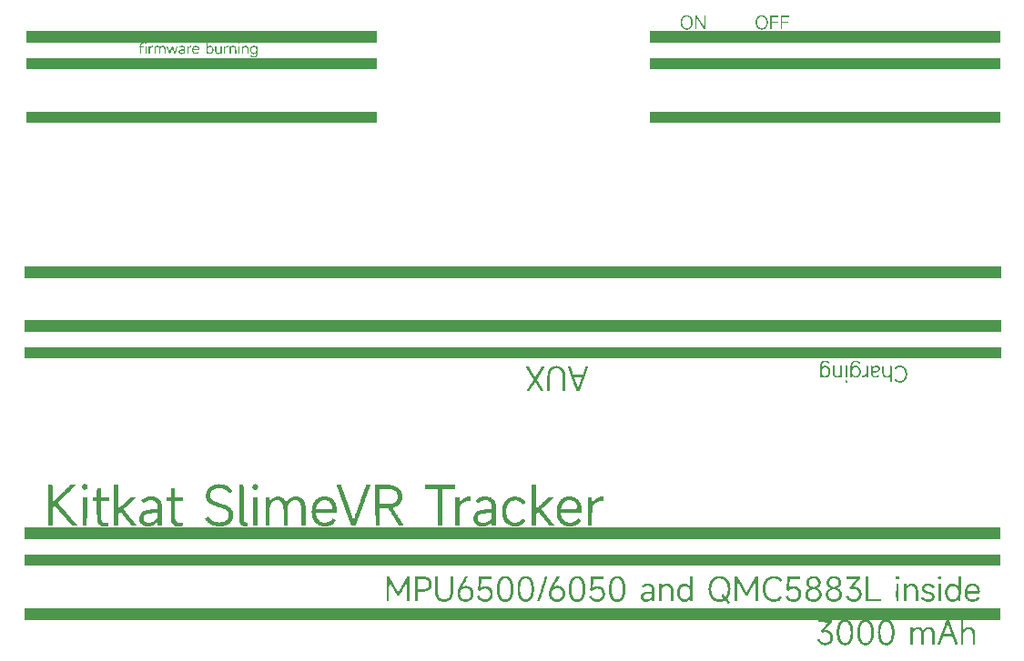
<source format=gts>
G04 Layer: TopSolderMaskLayer*
G04 EasyEDA Pro v1.7.27, 2022-08-27 15:43:30*
G04 Gerber Generator version 0.3*
G04 Scale: 100 percent, Rotated: No, Reflected: No*
G04 Dimensions in millimeters*
G04 Leading zeros omitted, absolute positions, 3 integers and 3 decimals*
%FSLAX33Y33*%
%MOMM*%
%ADD10C,0.00508*%
G75*


G04 Text Start*
G04 //text:  firmware burning*
G36*
G01X19911Y58781D02*
G01X19905Y58780D01*
G01X19901Y58779D01*
G01X19896Y58777D01*
G01X19886Y58772D01*
G01X19876Y58765D01*
G01X19871Y58760D01*
G01X19868Y58757D01*
G01X19858Y58741D01*
G01X19856Y58736D01*
G01X19854Y58730D01*
G01X19851Y58720D01*
G01X19849Y58712D01*
G01Y58705D01*
G01Y58697D01*
G01X19851Y58687D01*
G01X19853Y58679D01*
G01X19855Y58674D01*
G01X19864Y58660D01*
G01X19867Y58657D01*
G01X19870Y58653D01*
G01X19879Y58647D01*
G01X19894Y58638D01*
G01X19903Y58634D01*
G01X19909Y58633D01*
G01X19915Y58632D01*
G01X19929D01*
G01X19937Y58634D01*
G01X19943Y58635D01*
G01X19945Y58636D01*
G01X19966Y58647D01*
G01X19969Y58650D01*
G01X19972Y58652D01*
G01X19979Y58661D01*
G01X19983Y58666D01*
G01X19985Y58669D01*
G01X19987Y58672D01*
G01X19989Y58677D01*
G01X19992Y58683D01*
G01X19995Y58696D01*
G01X19996Y58711D01*
G01X19995Y58718D01*
G01X19994Y58727D01*
G01X19993Y58732D01*
G01X19988Y58741D01*
G01X19984Y58747D01*
G01X19978Y58755D01*
G01X19972Y58761D01*
G01X19968Y58763D01*
G01X19961Y58768D01*
G01X19953Y58772D01*
G01X19945Y58776D01*
G01X19934Y58779D01*
G01X19918Y58781D01*
G37*
G36*
G01X11244Y58781D02*
G01X11232Y58780D01*
G01X11227Y58779D01*
G01X11222Y58777D01*
G01X11217Y58775D01*
G01X11211Y58771D01*
G01X11204Y58768D01*
G01X11202Y58767D01*
G01X11199Y58764D01*
G01X11197Y58761D01*
G01X11184Y58742D01*
G01X11181Y58737D01*
G01X11179Y58731D01*
G01X11176Y58714D01*
G01X11174Y58707D01*
G01X11173Y58703D01*
G01Y58699D01*
G01X11174Y58696D01*
G01X11178Y58687D01*
G01X11181Y58679D01*
G01X11184Y58670D01*
G01X11186Y58666D01*
G01X11189Y58662D01*
G01X11193Y58658D01*
G01X11197Y58654D01*
G01X11201Y58650D01*
G01X11205Y58647D01*
G01X11218Y58640D01*
G01X11228Y58634D01*
G01X11233Y58633D01*
G01X11239Y58632D01*
G01X11253D01*
G01X11262Y58634D01*
G01X11267Y58635D01*
G01X11277Y58640D01*
G01X11287Y58644D01*
G01X11292Y58647D01*
G01X11295Y58649D01*
G01X11303Y58658D01*
G01X11308Y58663D01*
G01X11314Y58672D01*
G01X11315Y58676D01*
G01X11318Y58683D01*
G01X11319Y58691D01*
G01X11320Y58702D01*
G01Y58709D01*
G01Y58720D01*
G01X11319Y58730D01*
G01X11318Y58735D01*
G01X11317Y58737D01*
G01X11316Y58738D01*
G01X11314Y58741D01*
G01X11311Y58746D01*
G01X11308Y58752D01*
G01X11307Y58755D01*
G01X11304Y58757D01*
G01X11301Y58759D01*
G01X11288Y58768D01*
G01X11281Y58772D01*
G01X11272Y58777D01*
G01X11265Y58778D01*
G01X11256Y58780D01*
G37*
G36*
G01X10940Y58781D02*
G01X10928Y58780D01*
G01X10919D01*
G01X10911Y58778D01*
G01X10900Y58775D01*
G01X10884Y58773D01*
G01X10875Y58771D01*
G01X10870Y58769D01*
G01X10861Y58763D01*
G01X10846Y58757D01*
G01X10841Y58755D01*
G01X10837Y58752D01*
G01X10817Y58738D01*
G01X10812Y58733D01*
G01X10805Y58724D01*
G01X10799Y58719D01*
G01X10793Y58715D01*
G01X10790Y58712D01*
G01X10788Y58708D01*
G01X10781Y58697D01*
G01X10778Y58693D01*
G01X10775Y58689D01*
G01X10771Y58682D01*
G01X10765Y58669D01*
G01X10761Y58661D01*
G01X10755Y58650D01*
G01X10753Y58643D01*
G01X10751Y58636D01*
G01X10748Y58620D01*
G01X10747Y58613D01*
G01X10744Y58605D01*
G01X10743Y58602D01*
G01X10742Y58599D01*
G01X10741Y58594D01*
G01X10740Y58576D01*
G01X10739Y58516D01*
G01Y58437D01*
G01X10628D01*
G01X10626Y58424D01*
G01X10625Y58415D01*
G01X10624Y58389D01*
G01Y58344D01*
G01X10638Y58341D01*
G01X10648Y58340D01*
G01X10692Y58339D01*
G01X10739D01*
G01Y57699D01*
G01X10845D01*
G01Y58339D01*
G01X11048D01*
G01X11051Y58353D01*
G01X11052Y58362D01*
G01X11053Y58388D01*
G01Y58433D01*
G01X11042Y58435D01*
G01X11038D01*
G01X10997Y58437D01*
G01X10845D01*
G01Y58507D01*
G01X10846Y58560D01*
G01X10847Y58574D01*
G01X10848Y58582D01*
G01X10849Y58584D01*
G01X10850Y58588D01*
G01X10852Y58592D01*
G01X10853Y58596D01*
G01Y58600D01*
G01X10854Y58606D01*
G01Y58611D01*
G01X10856Y58614D01*
G01X10857Y58617D01*
G01X10868Y58634D01*
G01X10872Y58639D01*
G01X10876Y58645D01*
G01X10879Y58648D01*
G01X10884Y58651D01*
G01X10889Y58657D01*
G01X10894Y58663D01*
G01X10900Y58667D01*
G01X10908Y58669D01*
G01X10916Y58672D01*
G01X10923Y58677D01*
G01X10926Y58678D01*
G01X10930Y58679D01*
G01X10938D01*
G01X10945Y58680D01*
G01X10951Y58682D01*
G01X10961Y58683D01*
G01X10983D01*
G01X11003D01*
G01X11013Y58682D01*
G01X11024Y58679D01*
G01X11044Y58674D01*
G01X11048Y58672D01*
G01X11052Y58673D01*
G01X11055Y58681D01*
G01X11056Y58688D01*
G01X11057Y58703D01*
G01Y58725D01*
G01Y58759D01*
G01X11046Y58763D01*
G01X11038Y58766D01*
G01X11031Y58769D01*
G01X11025Y58770D01*
G01X11004Y58774D01*
G01X10996Y58776D01*
G01X10988D01*
G01X10973Y58777D01*
G01X10968Y58778D01*
G01X10962Y58780D01*
G01X10957D01*
G37*
G36*
G01X16886Y58763D02*
G01X16884Y58753D01*
G01X16883Y58743D01*
G01X16882Y58223D01*
G01Y58074D01*
G01X16984D01*
G01Y58094D01*
G01X16985Y58105D01*
G01X16986Y58108D01*
G01X16987Y58112D01*
G01X16988Y58117D01*
G01Y58140D01*
G01X16989Y58147D01*
G01X16990Y58151D01*
G01X16997Y58170D01*
G01X17000Y58182D01*
G01X17004Y58198D01*
G01X17006Y58205D01*
G01X17008Y58208D01*
G01X17013Y58216D01*
G01X17017Y58226D01*
G01X17020Y58232D01*
G01X17043Y58270D01*
G01X17048Y58275D01*
G01X17059Y58284D01*
G01X17065Y58292D01*
G01X17076Y58302D01*
G01X17084Y58311D01*
G01X17087Y58313D01*
G01X17091Y58316D01*
G01X17101Y58320D01*
G01X17107Y58323D01*
G01X17110Y58326D01*
G01X17114Y58329D01*
G01X17121Y58333D01*
G01X17126Y58335D01*
G01X17137Y58339D01*
G01X17151Y58344D01*
G01X17172Y58350D01*
G01X17174D01*
G01X17182Y58351D01*
G01X17208Y58352D01*
G01X17217D01*
G01X17240Y58351D01*
G01X17251D01*
G01X17259Y58349D01*
G01X17262D01*
G01X17268Y58346D01*
G01X17278Y58343D01*
G01X17288Y58340D01*
G01X17294Y58338D01*
G01X17298Y58336D01*
G01X17307Y58331D01*
G01X17322Y58324D01*
G01X17326Y58322D01*
G01X17329Y58319D01*
G01X17331Y58316D01*
G01X17337Y58311D01*
G01X17339Y58309D01*
G01X17345Y58306D01*
G01X17348Y58304D01*
G01X17351Y58302D01*
G01X17355Y58296D01*
G01X17360Y58291D01*
G01X17369Y58284D01*
G01X17374Y58278D01*
G01X17380Y58270D01*
G01X17385Y58265D01*
G01X17387Y58262D01*
G01X17393Y58252D01*
G01X17402Y58238D01*
G01X17412Y58216D01*
G01X17415Y58209D01*
G01X17421Y58195D01*
G01X17429Y58168D01*
G01X17433Y58151D01*
G01X17434Y58140D01*
G01X17435Y58132D01*
G01X17438Y58122D01*
G01X17440Y58113D01*
G01Y58109D01*
G01X17441Y58100D01*
G01X17442Y58061D01*
G01X17441Y58028D01*
G01X17440Y58017D01*
G01X17438Y58008D01*
G01X17436Y57998D01*
G01X17430Y57965D01*
G01X17428Y57957D01*
G01X17426Y57953D01*
G01X17423Y57948D01*
G01X17421Y57944D01*
G01X17420Y57939D01*
G01X17417Y57929D01*
G01X17415Y57923D01*
G01X17413Y57919D01*
G01X17408Y57910D01*
G01X17400Y57894D01*
G01X17387Y57875D01*
G01X17380Y57866D01*
G01X17372Y57857D01*
G01X17368Y57851D01*
G01X17362Y57845D01*
G01X17353Y57839D01*
G01X17346Y57832D01*
G01X17338Y57826D01*
G01X17319Y57812D01*
G01X17314Y57809D01*
G01X17309Y57807D01*
G01X17289Y57799D01*
G01X17281Y57795D01*
G01X17277Y57793D01*
G01X17272D01*
G01X17266Y57792D01*
G01X17262D01*
G01X17257Y57791D01*
G01X17253Y57789D01*
G01X17249Y57787D01*
G01X17241Y57786D01*
G01X17230Y57784D01*
G01X17209Y57783D01*
G01X17185Y57784D01*
G01X17175Y57785D01*
G01X17173Y57786D01*
G01X17172D01*
G01X17171Y57787D01*
G01X17167Y57788D01*
G01X17149Y57791D01*
G01X17142Y57793D01*
G01X17134Y57795D01*
G01X17121Y57802D01*
G01X17106Y57808D01*
G01X17098Y57812D01*
G01X17093Y57815D01*
G01X17088Y57821D01*
G01X17084Y57827D01*
G01X17081Y57829D01*
G01X17078Y57831D01*
G01X17072Y57834D01*
G01X17065Y57840D01*
G01X17059Y57850D01*
G01X17054Y57856D01*
G01X17051Y57859D01*
G01X17046Y57862D01*
G01X17043Y57865D01*
G01X17041Y57869D01*
G01X17035Y57881D01*
G01X17026Y57894D01*
G01X17013Y57920D01*
G01X17010Y57926D01*
G01X17005Y57940D01*
G01X17001Y57953D01*
G01X16997Y57973D01*
G01X16992Y57988D01*
G01X16990Y57998D01*
G01X16989Y58009D01*
G01X16988Y58027D01*
G01X16987Y58037D01*
G01X16985Y58042D01*
G01X16984Y58052D01*
G01Y58074D01*
G01X16882D01*
G01Y57703D01*
G01X16896Y57700D01*
G01X16905D01*
G01X16943Y57699D01*
G01X16984D01*
G01X16987Y57712D01*
G01Y57723D01*
G01X16988Y57767D01*
G01X16989Y57789D01*
G01Y57798D01*
G01X16990Y57805D01*
G01X16991Y57808D01*
G01X16992Y57810D01*
G01X16993Y57811D01*
G01X16994D01*
G01X16997Y57810D01*
G01X17000Y57808D01*
G01X17002Y57806D01*
G01X17004Y57799D01*
G01X17006Y57795D01*
G01X17009Y57791D01*
G01X17013Y57786D01*
G01X17017Y57781D01*
G01X17022Y57777D01*
G01X17027Y57772D01*
G01X17031Y57769D01*
G01X17034Y57766D01*
G01X17035Y57763D01*
G01X17038Y57758D01*
G01X17040Y57755D01*
G01X17042Y57753D01*
G01X17048Y57750D01*
G01X17054Y57746D01*
G01X17058Y57740D01*
G01X17061Y57737D01*
G01X17065Y57735D01*
G01X17075Y57729D01*
G01X17082Y57725D01*
G01X17090Y57719D01*
G01X17099Y57714D01*
G01X17112Y57708D01*
G01X17120Y57704D01*
G01X17125Y57701D01*
G01X17132Y57698D01*
G01X17148Y57694D01*
G01X17159Y57691D01*
G01X17179Y57685D01*
G01X17183Y57684D01*
G01X17185Y57683D01*
G01X17188D01*
G01X17197Y57682D01*
G01X17232D01*
G01X17270D01*
G01X17281Y57683D01*
G01X17287Y57685D01*
G01X17297Y57687D01*
G01X17311Y57689D01*
G01X17319Y57692D01*
G01X17323Y57694D01*
G01X17333Y57699D01*
G01X17353Y57706D01*
G01X17362Y57710D01*
G01X17388Y57727D01*
G01X17402Y57737D01*
G01X17415Y57747D01*
G01X17422Y57752D01*
G01X17427Y57757D01*
G01X17434Y57766D01*
G01X17443Y57773D01*
G01X17448Y57778D01*
G01X17455Y57788D01*
G01X17461Y57795D01*
G01X17464Y57798D01*
G01X17477Y57820D01*
G01X17485Y57830D01*
G01X17488Y57835D01*
G01X17490Y57840D01*
G01X17496Y57853D01*
G01X17500Y57861D01*
G01X17506Y57869D01*
G01X17510Y57877D01*
G01X17513Y57886D01*
G01X17517Y57898D01*
G01X17520Y57905D01*
G01X17524Y57913D01*
G01X17526Y57917D01*
G01X17528Y57922D01*
G01X17531Y57939D01*
G01X17535Y57954D01*
G01X17537Y57964D01*
G01X17544Y58002D01*
G01X17546Y58011D01*
G01Y58013D01*
G01X17547Y58024D01*
G01X17548Y58085D01*
G01X17547Y58147D01*
G01X17546Y58157D01*
G01X17544Y58167D01*
G01X17542Y58176D01*
G01X17537Y58200D01*
G01X17536Y58205D01*
G01X17534Y58213D01*
G01X17532Y58217D01*
G01X17529Y58222D01*
G01X17528Y58226D01*
G01X17526Y58231D01*
G01X17523Y58241D01*
G01X17521Y58247D01*
G01X17519Y58251D01*
G01X17516Y58256D01*
G01X17513Y58263D01*
G01X17509Y58275D01*
G01X17506Y58282D01*
G01X17501Y58289D01*
G01X17495Y58304D01*
G01X17492Y58310D01*
G01X17488Y58315D01*
G01X17474Y58334D01*
G01X17468Y58343D01*
G01X17461Y58350D01*
G01X17455Y58359D01*
G01X17450Y58364D01*
G01X17441Y58371D01*
G01X17436Y58377D01*
G01X17431Y58383D01*
G01X17425Y58388D01*
G01X17413Y58395D01*
G01X17409Y58398D01*
G01X17406Y58401D01*
G01X17402Y58404D01*
G01X17393Y58409D01*
G01X17372Y58422D01*
G01X17364Y58427D01*
G01X17356Y58431D01*
G01X17351Y58433D01*
G01X17329Y58441D01*
G01X17321Y58444D01*
G01X17314Y58446D01*
G01X17308Y58447D01*
G01X17287Y58452D01*
G01X17278Y58454D01*
G01X17270Y58456D01*
G01X17265Y58457D01*
G01X17256Y58458D01*
G01X17228D01*
G01X17206D01*
G01X17197Y58457D01*
G01X17189Y58456D01*
G01X17185Y58455D01*
G01X17177Y58451D01*
G01X17172Y58450D01*
G01X17168D01*
G01X17162Y58449D01*
G01X17158Y58448D01*
G01X17155Y58447D01*
G01X17148Y58443D01*
G01X17144Y58442D01*
G01X17139Y58440D01*
G01X17129Y58438D01*
G01X17123Y58436D01*
G01X17119Y58434D01*
G01X17110Y58429D01*
G01X17096Y58421D01*
G01X17090Y58416D01*
G01X17065Y58399D01*
G01X17058Y58393D01*
G01X17049Y58386D01*
G01X17043Y58381D01*
G01X17037Y58372D01*
G01X17031Y58367D01*
G01X17023Y58360D01*
G01X17017Y58354D01*
G01X17007Y58339D01*
G01X17001Y58332D01*
G01X16997Y58327D01*
G01X16993Y58325D01*
G01X16990Y58329D01*
G01Y58331D01*
G01X16989Y58345D01*
G01X16988Y58548D01*
G01Y58759D01*
G01X16974Y58762D01*
G01X16965Y58763D01*
G01X16927D01*
G37*
G36*
G01X15473Y58458D02*
G01X15457Y58458D01*
G01X15450Y58457D01*
G01X15442Y58456D01*
G01X15439Y58455D01*
G01X15438D01*
G01X15434Y58452D01*
G01X15431Y58451D01*
G01X15426Y58450D01*
G01X15418Y58449D01*
G01X15411Y58448D01*
G01X15408Y58447D01*
G01X15388Y58441D01*
G01X15377Y58437D01*
G01X15356Y58428D01*
G01X15343Y58422D01*
G01X15338Y58419D01*
G01X15333Y58416D01*
G01X15285Y58382D01*
G01X15279Y58377D01*
G01X15272Y58368D01*
G01X15266Y58363D01*
G01X15260Y58358D01*
G01X15258Y58355D01*
G01X15255Y58352D01*
G01X15251Y58344D01*
G01X15248Y58340D01*
G01X15239Y58333D01*
G01X15236Y58330D01*
G01X15234Y58327D01*
G01X15228Y58316D01*
G01X15224Y58310D01*
G01X15218Y58302D01*
G01X15215Y58299D01*
G01X15210Y58296D01*
G01X15209Y58295D01*
G01X15205D01*
G01X15204Y58297D01*
G01X15203Y58301D01*
G01X15205Y58314D01*
G01X15206Y58341D01*
G01Y58375D01*
G01X15205Y58404D01*
G01X15204Y58416D01*
G01X15203Y58427D01*
G01X15202Y58430D01*
G01X15201Y58431D01*
G01X15200Y58432D01*
G01Y58433D01*
G01X15197Y58434D01*
G01X15189Y58435D01*
G01X15176Y58436D01*
G01X15147Y58437D01*
G01X15100D01*
G01Y57699D01*
G01X15202D01*
G01X15204Y57714D01*
G01Y57720D01*
G01X15206Y57940D01*
G01X15207Y58153D01*
G01X15208Y58158D01*
G01Y58159D01*
G01X15211Y58167D01*
G01X15214Y58181D01*
G01X15217Y58191D01*
G01X15219Y58195D01*
G01X15227Y58212D01*
G01X15231Y58220D01*
G01X15247Y58243D01*
G01X15252Y58249D01*
G01X15260Y58257D01*
G01X15267Y58263D01*
G01X15274Y58268D01*
G01X15278Y58274D01*
G01X15281Y58277D01*
G01X15284Y58280D01*
G01X15288Y58283D01*
G01X15293Y58286D01*
G01X15317Y58301D01*
G01X15333Y58310D01*
G01X15343Y58316D01*
G01X15351Y58319D01*
G01X15363Y58323D01*
G01X15374Y58328D01*
G01X15379Y58330D01*
G01X15385Y58331D01*
G01X15408Y58335D01*
G01X15420Y58338D01*
G01X15433Y58340D01*
G01X15442Y58341D01*
G01X15460Y58343D01*
G01X15480Y58344D01*
G01X15499D01*
G01X15502Y58358D01*
G01Y58367D01*
G01X15503Y58411D01*
G01Y58458D01*
G37*
G36*
G01X11893Y58458D02*
G01X11877Y58458D01*
G01X11869Y58457D01*
G01X11859Y58455D01*
G01X11858D01*
G01X11854Y58452D01*
G01X11850Y58451D01*
G01X11846Y58450D01*
G01X11838Y58449D01*
G01X11830Y58448D01*
G01X11827Y58447D01*
G01X11808Y58441D01*
G01X11796Y58437D01*
G01X11775Y58428D01*
G01X11763Y58422D01*
G01X11757Y58419D01*
G01X11754Y58417D01*
G01X11747Y58411D01*
G01X11730Y58400D01*
G01X11717Y58391D01*
G01X11696Y58373D01*
G01X11691Y58369D01*
G01X11686Y58364D01*
G01X11682Y58360D01*
G01X11675Y58349D01*
G01X11671Y58343D01*
G01X11667Y58341D01*
G01X11663Y58337D01*
G01X11660Y58334D01*
G01X11656Y58330D01*
G01X11653Y58324D01*
G01X11642Y58308D01*
G01X11636Y58299D01*
G01X11634Y58297D01*
G01X11630Y58296D01*
G01X11628Y58299D01*
G01X11627Y58302D01*
G01Y58312D01*
G01X11626Y58369D01*
G01Y58433D01*
G01X11612Y58435D01*
G01X11603Y58436D01*
G01X11562Y58437D01*
G01X11519D01*
G01Y57699D01*
G01X11622D01*
G01X11624Y57711D01*
G01X11625Y57746D01*
G01X11626Y57936D01*
G01X11627Y58153D01*
G01X11628Y58158D01*
G01Y58159D01*
G01X11630Y58167D01*
G01X11633Y58181D01*
G01X11636Y58191D01*
G01X11647Y58212D01*
G01X11651Y58220D01*
G01X11664Y58240D01*
G01X11668Y58246D01*
G01X11677Y58252D01*
G01X11682Y58258D01*
G01X11690Y58267D01*
G01X11696Y58272D01*
G01X11704Y58278D01*
G01X11713Y58286D01*
G01X11730Y58297D01*
G01X11737Y58301D01*
G01X11754Y58309D01*
G01X11762Y58313D01*
G01X11771Y58318D01*
G01X11781Y58322D01*
G01X11792Y58327D01*
G01X11806Y58331D01*
G01X11828Y58336D01*
G01X11861Y58341D01*
G01X11867Y58342D01*
G01X11880Y58343D01*
G01X11897Y58344D01*
G01X11923D01*
G01Y58458D01*
G37*
G36*
G01X18879Y58458D02*
G01X18870Y58457D01*
G01X18865Y58456D01*
G01X18863Y58455D01*
G01X18861Y58454D01*
G01X18857Y58452D01*
G01X18850Y58450D01*
G01X18842Y58449D01*
G01X18834Y58447D01*
G01X18825Y58443D01*
G01X18815Y58440D01*
G01X18800Y58436D01*
G01X18791Y58433D01*
G01X18774Y58424D01*
G01X18768Y58421D01*
G01X18761Y58416D01*
G01X18748Y58407D01*
G01X18730Y58396D01*
G01X18717Y58386D01*
G01X18712Y58382D01*
G01X18708Y58378D01*
G01X18703Y58373D01*
G01X18699Y58368D01*
G01X18694Y58363D01*
G01X18685Y58356D01*
G01X18681Y58350D01*
G01X18672Y58338D01*
G01X18651Y58312D01*
G01X18642Y58301D01*
G01X18639Y58297D01*
G01X18634Y58296D01*
G01X18632Y58299D01*
G01X18631Y58302D01*
G01X18630Y58312D01*
G01Y58371D01*
G01Y58437D01*
G01X18524D01*
G01Y57699D01*
G01X18630D01*
G01Y57924D01*
G01X18631Y58149D01*
G01X18632Y58154D01*
G01Y58155D01*
G01X18633Y58158D01*
G01X18635Y58168D01*
G01X18638Y58180D01*
G01X18640Y58187D01*
G01X18642Y58191D01*
G01X18647Y58201D01*
G01X18653Y58215D01*
G01X18656Y58221D01*
G01X18658Y58224D01*
G01X18664Y58231D01*
G01X18673Y58245D01*
G01X18678Y58250D01*
G01X18681Y58253D01*
G01X18686Y58257D01*
G01X18691Y58262D01*
G01X18698Y58271D01*
G01X18704Y58276D01*
G01X18716Y58284D01*
G01X18726Y58292D01*
G01X18731Y58296D01*
G01X18737Y58299D01*
G01X18750Y58304D01*
G01X18757Y58309D01*
G01X18767Y58314D01*
G01X18776Y58318D01*
G01X18798Y58327D01*
G01X18803Y58329D01*
G01X18809Y58331D01*
G01X18814Y58332D01*
G01X18832Y58335D01*
G01X18843Y58338D01*
G01X18850Y58339D01*
G01X18863Y58340D01*
G01X18870Y58341D01*
G01X18874Y58342D01*
G01X18881Y58343D01*
G01X18901Y58344D01*
G01X18927D01*
G01X18930Y58358D01*
G01Y58367D01*
G01X18931Y58409D01*
G01Y58454D01*
G01X18920Y58456D01*
G01X18914Y58457D01*
G01X18903Y58458D01*
G37*
G36*
G01X14612Y58458D02*
G01X14581Y58458D01*
G01X14570Y58457D01*
G01X14560Y58454D01*
G01X14541Y58449D01*
G01X14489Y58433D01*
G01X14481Y58430D01*
G01X14472Y58425D01*
G01X14463Y58420D01*
G01X14448Y58411D01*
G01X14424Y58397D01*
G01X14416Y58392D01*
G01X14402Y58382D01*
G01X14392Y58373D01*
G01X14388Y58369D01*
G01X14377Y58359D01*
G01X14375Y58354D01*
G01Y58350D01*
G01X14377Y58346D01*
G01X14381Y58341D01*
G01X14388Y58333D01*
G01X14392Y58327D01*
G01X14398Y58322D01*
G01X14401Y58320D01*
G01X14404Y58316D01*
G01X14407Y58312D01*
G01X14414Y58303D01*
G01X14419Y58297D01*
G01X14422Y58294D01*
G01X14429Y58289D01*
G01X14434Y58286D01*
G01X14438D01*
G01X14442Y58290D01*
G01X14445Y58294D01*
G01X14448Y58296D01*
G01X14450Y58298D01*
G01X14456Y58300D01*
G01X14459Y58302D01*
G01X14461Y58304D01*
G01X14469Y58310D01*
G01X14479Y58316D01*
G01X14496Y58327D01*
G01X14503Y58331D01*
G01X14523Y58338D01*
G01X14532Y58343D01*
G01X14537Y58346D01*
G01X14542Y58348D01*
G01X14553Y58352D01*
G01X14567Y58356D01*
G01X14580Y58358D01*
G01X14585Y58359D01*
G01X14601Y58360D01*
G01X14635Y58361D01*
G01X14661Y58360D01*
G01X14671Y58359D01*
G01X14674D01*
G01X14693Y58352D01*
G01X14702Y58349D01*
G01X14710Y58345D01*
G01X14734Y58330D01*
G01X14739Y58326D01*
G01X14744Y58322D01*
G01X14754Y58312D01*
G01X14758Y58307D01*
G01X14765Y58298D01*
G01X14769Y58292D01*
G01X14771Y58290D01*
G01X14776Y58283D01*
G01X14784Y58263D01*
G01X14788Y58254D01*
G01X14789Y58250D01*
G01X14790Y58246D01*
G01Y58238D01*
G01X14791Y58231D01*
G01X14793Y58223D01*
G01X14794Y58214D01*
G01X14795Y58197D01*
G01X14796Y58190D01*
G01X14797Y58187D01*
G01X14799Y58177D01*
G01Y58153D01*
G01Y58123D01*
G01X14788Y58121D01*
G01X14784Y58120D01*
G01X14758Y58119D01*
G01X14689D01*
G01X14603Y58118D01*
G01X14595Y58117D01*
G01X14590Y58116D01*
G01X14581Y58115D01*
G01X14566Y58114D01*
G01X14561Y58113D01*
G01X14556Y58112D01*
G01X14549Y58111D01*
G01X14536Y58110D01*
G01X14529Y58108D01*
G01X14526Y58107D01*
G01X14517Y58105D01*
G01X14504Y58103D01*
G01X14499Y58101D01*
G01X14494Y58099D01*
G01X14481Y58094D01*
G01X14468Y58090D01*
G01X14461Y58087D01*
G01X14451Y58081D01*
G01X14440Y58078D01*
G01X14436Y58076D01*
G01X14432Y58074D01*
G01X14417Y58063D01*
G01X14399Y58052D01*
G01X14385Y58043D01*
G01X14380Y58038D01*
G01X14371Y58029D01*
G01X14354Y58004D01*
G01X14347Y57994D01*
G01X14342Y57986D01*
G01X14339Y57978D01*
G01X14330Y57958D01*
G01X14326Y57949D01*
G01X14325Y57945D01*
G01X14324Y57940D01*
G01Y57932D01*
G01X14323Y57925D01*
G01X14321Y57920D01*
G01Y57912D01*
G01X14320Y57885D01*
G01Y57880D01*
G01X14426D01*
G01Y57903D01*
G01Y57910D01*
G01X14427Y57917D01*
G01X14434Y57936D01*
G01X14436Y57942D01*
G01X14439Y57947D01*
G01X14441Y57951D01*
G01X14443Y57952D01*
G01X14448Y57956D01*
G01X14453Y57961D01*
G01X14460Y57970D01*
G01X14466Y57974D01*
G01X14479Y57983D01*
G01X14486Y57987D01*
G01X14496Y57992D01*
G01X14516Y57999D01*
G01X14531Y58004D01*
G01X14563Y58011D01*
G01X14576Y58013D01*
G01X14593Y58015D01*
G01X14670Y58023D01*
G01X14685Y58024D01*
G01X14744Y58025D01*
G01X14799D01*
G01Y58000D01*
G01Y57982D01*
G01X14798Y57971D01*
G01X14797Y57968D01*
G01X14796Y57965D01*
G01X14795Y57955D01*
G01X14794Y57938D01*
G01X14793Y57932D01*
G01X14788Y57915D01*
G01X14786Y57906D01*
G01X14782Y57898D01*
G01X14774Y57881D01*
G01X14769Y57873D01*
G01X14763Y57866D01*
G01X14756Y57859D01*
G01X14750Y57851D01*
G01X14745Y57845D01*
G01X14736Y57838D01*
G01X14731Y57832D01*
G01X14729Y57830D01*
G01X14726Y57827D01*
G01X14723Y57825D01*
G01X14717Y57823D01*
G01X14712Y57820D01*
G01X14707Y57815D01*
G01X14700Y57811D01*
G01X14688Y57806D01*
G01X14680Y57802D01*
G01X14671Y57796D01*
G01X14661Y57792D01*
G01X14656Y57790D01*
G01X14650Y57789D01*
G01X14644Y57787D01*
G01X14626Y57783D01*
G01X14615Y57780D01*
G01X14602Y57778D01*
G01X14593Y57777D01*
G01X14574Y57775D01*
G01X14556D01*
G01X14550Y57776D01*
G01X14548D01*
G01X14547Y57777D01*
G01X14545Y57778D01*
G01X14542Y57779D01*
G01X14532D01*
G01X14523Y57780D01*
G01X14517Y57781D01*
G01X14513Y57782D01*
G01X14501Y57788D01*
G01X14491Y57790D01*
G01X14484Y57792D01*
G01X14481Y57794D01*
G01X14477Y57795D01*
G01X14474Y57799D01*
G01X14466Y57805D01*
G01X14460Y57809D01*
G01X14453Y57819D01*
G01X14442Y57829D01*
G01X14439Y57832D01*
G01X14437Y57836D01*
G01X14435Y57846D01*
G01X14432Y57856D01*
G01X14429Y57862D01*
G01X14427Y57868D01*
G01Y57872D01*
G01X14426Y57880D01*
G01X14320D01*
G01Y57875D01*
G01Y57841D01*
G01X14321Y57830D01*
G01X14322Y57828D01*
G01X14328Y57811D01*
G01X14331Y57804D01*
G01X14335Y57796D01*
G01X14341Y57787D01*
G01X14347Y57772D01*
G01X14349Y57768D01*
G01X14353Y57765D01*
G01X14359Y57760D01*
G01X14363Y57755D01*
G01X14366Y57749D01*
G01X14368Y57746D01*
G01X14371Y57743D01*
G01X14378Y57739D01*
G01X14382Y57736D01*
G01X14385Y57734D01*
G01X14388Y57731D01*
G01X14390Y57728D01*
G01X14393Y57725D01*
G01X14396Y57722D01*
G01X14408Y57716D01*
G01X14419Y57709D01*
G01X14423Y57707D01*
G01X14442Y57700D01*
G01X14452Y57696D01*
G01X14457Y57693D01*
G01X14461Y57691D01*
G01X14466Y57689D01*
G01X14484Y57686D01*
G01X14495Y57683D01*
G01X14503Y57682D01*
G01X14515Y57681D01*
G01X14518D01*
G01X14520D01*
G01Y57680D01*
G01X14521D01*
G01X14524Y57679D01*
G01X14529Y57678D01*
G01X14549D01*
G01X14567D01*
G01X14578Y57679D01*
G01X14581Y57680D01*
G01X14588Y57681D01*
G01X14602Y57682D01*
G01X14611Y57683D01*
G01X14625Y57687D01*
G01X14638Y57691D01*
G01X14650Y57697D01*
G01X14659Y57700D01*
G01X14671Y57704D01*
G01X14678Y57707D01*
G01X14684Y57711D01*
G01X14694Y57715D01*
G01X14702Y57719D01*
G01X14712Y57727D01*
G01X14718Y57731D01*
G01X14726Y57735D01*
G01X14730Y57737D01*
G01X14733Y57740D01*
G01X14735Y57743D01*
G01X14738Y57746D01*
G01X14743Y57750D01*
G01X14749Y57753D01*
G01X14751Y57755D01*
G01X14753Y57758D01*
G01X14756Y57763D01*
G01X14757Y57766D01*
G01X14760Y57769D01*
G01X14766Y57773D01*
G01X14769Y57777D01*
G01X14772Y57781D01*
G01X14779Y57791D01*
G01X14783Y57797D01*
G01X14787Y57799D01*
G01X14788Y57801D01*
G01X14791Y57802D01*
G01X14793D01*
G01X14796Y57801D01*
G01X14797Y57799D01*
G01Y57796D01*
G01X14798Y57788D01*
G01X14799Y57745D01*
G01Y57699D01*
G01X14905D01*
G01Y57966D01*
G01X14903Y58235D01*
G01Y58239D01*
G01X14902Y58243D01*
G01X14901Y58250D01*
G01X14900Y58263D01*
G01X14899Y58270D01*
G01X14892Y58290D01*
G01X14887Y58308D01*
G01X14884Y58316D01*
G01X14881Y58321D01*
G01X14876Y58331D01*
G01X14869Y58341D01*
G01X14865Y58348D01*
G01X14860Y58356D01*
G01X14858Y58360D01*
G01X14855Y58363D01*
G01X14849Y58367D01*
G01X14844Y58372D01*
G01X14839Y58379D01*
G01X14836Y58382D01*
G01X14832Y58386D01*
G01X14816Y58399D01*
G01X14806Y58408D01*
G01X14797Y58413D01*
G01X14780Y58424D01*
G01X14772Y58429D01*
G01X14760Y58433D01*
G01X14722Y58445D01*
G01X14710Y58449D01*
G01X14699Y58452D01*
G01X14686Y58454D01*
G01X14670Y58456D01*
G01X14652Y58458D01*
G37*
G36*
G01X20541Y58458D02*
G01X20517Y58458D01*
G01X20508Y58457D01*
G01X20500Y58456D01*
G01X20496Y58455D01*
G01X20494Y58454D01*
G01X20491Y58452D01*
G01X20488Y58451D01*
G01X20484Y58450D01*
G01X20475Y58449D01*
G01X20471Y58448D01*
G01X20467Y58447D01*
G01X20458Y58443D01*
G01X20449Y58440D01*
G01X20438Y58438D01*
G01X20432Y58436D01*
G01X20428Y58434D01*
G01X20419Y58429D01*
G01X20404Y58422D01*
G01X20399Y58419D01*
G01X20395Y58416D01*
G01X20375Y58403D01*
G01X20364Y58394D01*
G01X20354Y58386D01*
G01X20349Y58382D01*
G01X20345Y58377D01*
G01X20341Y58372D01*
G01X20336Y58367D01*
G01X20330Y58363D01*
G01X20327Y58360D01*
G01X20325Y58356D01*
G01X20321Y58348D01*
G01X20315Y58341D01*
G01X20312Y58337D01*
G01X20309Y58335D01*
G01X20306Y58334D01*
G01X20304Y58335D01*
G01X20301Y58337D01*
G01X20300Y58340D01*
G01X20299Y58348D01*
G01X20298Y58361D01*
G01X20297Y58391D01*
G01Y58437D01*
G01X20195D01*
G01Y57699D01*
G01X20297D01*
G01Y57928D01*
G01X20299Y58158D01*
G01Y58163D01*
G01X20300Y58167D01*
G01X20301Y58175D01*
G01X20302Y58190D01*
G01X20303Y58195D01*
G01Y58197D01*
G01X20310Y58214D01*
G01X20317Y58235D01*
G01X20321Y58244D01*
G01X20323Y58249D01*
G01X20326Y58254D01*
G01X20335Y58268D01*
G01X20345Y58283D01*
G01X20349Y58288D01*
G01X20353Y58291D01*
G01X20358Y58295D01*
G01X20363Y58300D01*
G01X20370Y58309D01*
G01X20375Y58314D01*
G01X20397Y58329D01*
G01X20403Y58333D01*
G01X20407Y58335D01*
G01X20419Y58340D01*
G01X20427Y58344D01*
G01X20434Y58346D01*
G01X20442Y58349D01*
G01X20457Y58352D01*
G01X20469Y58355D01*
G01X20482Y58358D01*
G01X20490Y58359D01*
G01X20510Y58360D01*
G01X20524Y58361D01*
G01X20534Y58360D01*
G01X20541D01*
G01X20549Y58358D01*
G01X20558Y58355D01*
G01X20576Y58352D01*
G01X20584Y58350D01*
G01X20591Y58347D01*
G01X20600Y58341D01*
G01X20622Y58329D01*
G01X20626Y58326D01*
G01X20632Y58321D01*
G01X20635Y58318D01*
G01X20639Y58313D01*
G01X20644Y58308D01*
G01X20650Y58303D01*
G01X20654Y58298D01*
G01X20657Y58292D01*
G01X20658Y58289D01*
G01X20660Y58286D01*
G01X20664Y58282D01*
G01X20668Y58276D01*
G01X20671Y58272D01*
G01X20676Y58260D01*
G01X20679Y58252D01*
G01X20685Y58238D01*
G01X20689Y58229D01*
G01X20690Y58225D01*
G01X20691Y58220D01*
G01X20692Y58212D01*
G01X20693Y58205D01*
G01X20695Y58197D01*
G01X20697Y58185D01*
G01X20698Y58176D01*
G01Y58161D01*
G01X20700Y57928D01*
G01Y57699D01*
G01X20806D01*
G01Y57958D01*
G01X20805Y58217D01*
G01X20804Y58222D01*
G01X20802Y58230D01*
G01X20797Y58254D01*
G01X20793Y58265D01*
G01X20788Y58285D01*
G01X20786Y58296D01*
G01X20783Y58305D01*
G01X20775Y58321D01*
G01X20770Y58334D01*
G01X20767Y58340D01*
G01X20765Y58342D01*
G01X20759Y58349D01*
G01X20750Y58364D01*
G01X20745Y58369D01*
G01X20742Y58372D01*
G01X20738Y58376D01*
G01X20732Y58381D01*
G01X20725Y58390D01*
G01X20716Y58397D01*
G01X20711Y58402D01*
G01X20706Y58408D01*
G01X20704Y58410D01*
G01X20701Y58412D01*
G01X20695Y58415D01*
G01X20687Y58419D01*
G01X20679Y58425D01*
G01X20674Y58428D01*
G01X20669Y58431D01*
G01X20664Y58433D01*
G01X20644Y58440D01*
G01X20628Y58445D01*
G01X20609Y58449D01*
G01X20594Y58454D01*
G01X20586Y58456D01*
G01X20575Y58457D01*
G01X20551Y58458D01*
G37*
G36*
G01X19397Y58458D02*
G01X19371Y58458D01*
G01X19361Y58457D01*
G01X19352Y58456D01*
G01X19349Y58455D01*
G01X19342Y58452D01*
G01X19337Y58450D01*
G01X19331Y58449D01*
G01X19314Y58445D01*
G01X19307Y58443D01*
G01X19289Y58437D01*
G01X19275Y58431D01*
G01X19270Y58429D01*
G01X19259Y58423D01*
G01X19251Y58418D01*
G01X19234Y58407D01*
G01X19222Y58399D01*
G01X19216Y58394D01*
G01X19208Y58385D01*
G01X19203Y58380D01*
G01X19195Y58373D01*
G01X19190Y58367D01*
G01X19184Y58359D01*
G01X19175Y58349D01*
G01X19170Y58343D01*
G01X19165Y58336D01*
G01X19162Y58333D01*
G01X19159Y58331D01*
G01X19157Y58330D01*
G01X19155Y58331D01*
G01X19154Y58333D01*
G01X19153Y58335D01*
G01Y58344D01*
G01X19152Y58388D01*
G01Y58437D01*
G01X19050D01*
G01X19047Y58427D01*
G01Y58424D01*
G01X19045Y58059D01*
G01X19047Y57705D01*
G01Y57701D01*
G01X19052Y57700D01*
G01X19078Y57699D01*
G01X19101D01*
G01X19152D01*
G01Y57934D01*
G01X19153Y58171D01*
G01X19154Y58176D01*
G01X19155Y58180D01*
G01X19157Y58190D01*
G01X19159Y58204D01*
G01X19161Y58211D01*
G01X19163Y58218D01*
G01X19168Y58229D01*
G01X19172Y58242D01*
G01X19173Y58245D01*
G01X19175Y58248D01*
G01X19179Y58253D01*
G01X19184Y58259D01*
G01X19188Y58268D01*
G01X19191Y58272D01*
G01X19198Y58282D01*
G01X19202Y58287D01*
G01X19212Y58296D01*
G01X19216Y58299D01*
G01X19222Y58305D01*
G01X19228Y58313D01*
G01X19234Y58318D01*
G01X19247Y58327D01*
G01X19254Y58331D01*
G01X19262Y58335D01*
G01X19274Y58340D01*
G01X19281Y58344D01*
G01X19293Y58348D01*
G01X19307Y58352D01*
G01X19318Y58355D01*
G01X19331Y58358D01*
G01X19341Y58359D01*
G01X19359Y58360D01*
G01X19388D01*
G01X19396D01*
G01X19404Y58358D01*
G01X19413Y58355D01*
G01X19425Y58353D01*
G01X19430Y58351D01*
G01X19436Y58350D01*
G01X19451Y58343D01*
G01X19464Y58337D01*
G01X19468Y58335D01*
G01X19472Y58332D01*
G01X19474Y58329D01*
G01X19476Y58326D01*
G01X19479Y58323D01*
G01X19482Y58321D01*
G01X19488Y58319D01*
G01X19493Y58315D01*
G01X19500Y58306D01*
G01X19506Y58299D01*
G01X19509Y58296D01*
G01X19514Y58286D01*
G01X19519Y58278D01*
G01X19522Y58271D01*
G01X19527Y58260D01*
G01X19530Y58254D01*
G01X19533Y58251D01*
G01X19536Y58248D01*
G01X19537Y58244D01*
G01X19539Y58240D01*
G01X19542Y58226D01*
G01X19545Y58215D01*
G01X19547Y58204D01*
G01X19548Y58197D01*
G01X19552Y58168D01*
G01X19553Y58160D01*
G01X19554Y57926D01*
G01Y57699D01*
G01X19657D01*
G01X19659Y57709D01*
G01Y57711D01*
G01X19660Y57759D01*
G01X19661Y57942D01*
G01X19659Y58166D01*
G01Y58171D01*
G01Y58172D01*
G01X19658Y58174D01*
G01X19657Y58182D01*
G01Y58196D01*
G01X19656Y58219D01*
G01X19655Y58228D01*
G01X19654Y58235D01*
G01X19651Y58247D01*
G01X19648Y58269D01*
G01X19646Y58278D01*
G01X19639Y58295D01*
G01X19631Y58316D01*
G01X19628Y58323D01*
G01X19624Y58332D01*
G01X19612Y58350D01*
G01X19607Y58358D01*
G01X19597Y58371D01*
G01X19593Y58376D01*
G01X19589Y58380D01*
G01X19584Y58385D01*
G01X19579Y58389D01*
G01X19574Y58394D01*
G01X19569Y58400D01*
G01X19566Y58403D01*
G01X19563Y58405D01*
G01X19551Y58411D01*
G01X19547Y58415D01*
G01X19544Y58418D01*
G01X19537Y58422D01*
G01X19534Y58424D01*
G01X19522Y58430D01*
G01X19514Y58433D01*
G01X19500Y58439D01*
G01X19488Y58444D01*
G01X19482Y58446D01*
G01X19465Y58449D01*
G01X19458Y58450D01*
G01X19446Y58455D01*
G01X19432Y58457D01*
G01X19408Y58458D01*
G37*
G36*
G01X15893Y58458D02*
G01X15866Y58458D01*
G01X15855Y58457D01*
G01X15849Y58455D01*
G01X15837Y58453D01*
G01X15816Y58449D01*
G01X15806Y58447D01*
G01X15787Y58441D01*
G01X15776Y58437D01*
G01X15758Y58429D01*
G01X15748Y58422D01*
G01X15744Y58420D01*
G01X15729Y58413D01*
G01X15724Y58410D01*
G01X15719Y58407D01*
G01X15700Y58393D01*
G01X15693Y58388D01*
G01X15688Y58383D01*
G01X15681Y58374D01*
G01X15672Y58367D01*
G01X15667Y58362D01*
G01X15660Y58352D01*
G01X15654Y58348D01*
G01X15651Y58346D01*
G01X15648Y58343D01*
G01X15646Y58340D01*
G01X15644Y58334D01*
G01X15641Y58329D01*
G01X15634Y58321D01*
G01X15628Y58312D01*
G01X15624Y58304D01*
G01X15620Y58296D01*
G01X15614Y58283D01*
G01X15610Y58275D01*
G01X15605Y58266D01*
G01X15601Y58256D01*
G01X15593Y58237D01*
G01X15590Y58224D01*
G01X15587Y58214D01*
G01X15584Y58197D01*
G01X15579Y58181D01*
G01X15577Y58172D01*
G01X15573Y58149D01*
G01X15572Y58140D01*
G01X15682D01*
G01Y58148D01*
G01X15683Y58155D01*
G01X15686Y58168D01*
G01X15691Y58187D01*
G01X15695Y58200D01*
G01X15700Y58212D01*
G01X15703Y58222D01*
G01X15706Y58232D01*
G01X15708Y58237D01*
G01X15710Y58242D01*
G01X15720Y58255D01*
G01X15731Y58273D01*
G01X15741Y58286D01*
G01X15745Y58291D01*
G01X15749Y58296D01*
G01X15754Y58300D01*
G01X15759Y58304D01*
G01X15764Y58309D01*
G01X15769Y58315D01*
G01X15772Y58318D01*
G01X15776Y58321D01*
G01X15781Y58324D01*
G01X15805Y58339D01*
G01X15815Y58344D01*
G01X15836Y58352D01*
G01X15841Y58354D01*
G01X15848Y58356D01*
G01X15855Y58358D01*
G01X15862Y58359D01*
G01X15870Y58360D01*
G01X15896Y58361D01*
G01X15913D01*
G01X15941Y58360D01*
G01X15952Y58359D01*
G01X15955D01*
G01X15974Y58352D01*
G01X15983Y58349D01*
G01X15991Y58345D01*
G01X16000Y58339D01*
G01X16015Y58333D01*
G01X16021Y58330D01*
G01X16024Y58328D01*
G01X16032Y58320D01*
G01X16039Y58316D01*
G01X16044Y58311D01*
G01X16050Y58302D01*
G01X16057Y58295D01*
G01X16059Y58291D01*
G01X16073Y58270D01*
G01X16081Y58258D01*
G01X16086Y58249D01*
G01X16088Y58244D01*
G01X16093Y58232D01*
G01X16097Y58218D01*
G01X16102Y58199D01*
G01X16104Y58193D01*
G01X16106Y58180D01*
G01X16108Y58163D01*
G01X16109Y58153D01*
G01Y58145D01*
G01X16108Y58142D01*
G01Y58141D01*
G01Y58140D01*
G01X16104Y58139D01*
G01X16077Y58138D01*
G01X15895Y58136D01*
G01X15690Y58137D01*
G01X15685Y58138D01*
G01X15683D01*
G01X15682Y58140D01*
G01X15572D01*
G01X15571Y58138D01*
G01X15569Y58129D01*
G01X15568Y58127D01*
G01Y58117D01*
G01X15567Y58061D01*
G01X15568Y58018D01*
G01X15569Y58003D01*
G01X15570Y57995D01*
G01X15571Y57993D01*
G01X15572Y57989D01*
G01X15574Y57985D01*
G01X15575Y57979D01*
G01Y57964D01*
G01X15576Y57955D01*
G01X15584Y57930D01*
G01X15591Y57902D01*
G01X15595Y57894D01*
G01X15602Y57878D01*
G01X15608Y57863D01*
G01X15612Y57855D01*
G01X15617Y57846D01*
G01X15624Y57832D01*
G01X15627Y57826D01*
G01X15629Y57823D01*
G01X15637Y57814D01*
G01X15643Y57805D01*
G01X15649Y57798D01*
G01X15656Y57790D01*
G01X15661Y57784D01*
G01X15669Y57777D01*
G01X15675Y57772D01*
G01X15682Y57763D01*
G01X15688Y57758D01*
G01X15711Y57741D01*
G01X15738Y57724D01*
G01X15745Y57720D01*
G01X15754Y57716D01*
G01X15760Y57712D01*
G01X15774Y57707D01*
G01X15845Y57684D01*
G01X15847Y57683D01*
G01X15857D01*
G01X15915Y57682D01*
G01X15974Y57683D01*
G01X15983D01*
G01X15992Y57686D01*
G01X16007Y57689D01*
G01X16016Y57693D01*
G01X16030Y57698D01*
G01X16040Y57701D01*
G01X16045Y57702D01*
G01X16051Y57704D01*
G01X16055Y57706D01*
G01X16060Y57709D01*
G01X16068Y57712D01*
G01X16076Y57715D01*
G01X16082Y57718D01*
G01X16098Y57729D01*
G01X16116Y57740D01*
G01X16129Y57750D01*
G01X16134Y57754D01*
G01X16138Y57758D01*
G01X16143Y57763D01*
G01X16146Y57768D01*
G01X16151Y57773D01*
G01X16160Y57780D01*
G01X16167Y57789D01*
G01X16173Y57794D01*
G01X16178Y57799D01*
G01X16181Y57801D01*
G01X16183Y57804D01*
G01X16185Y57810D01*
G01X16189Y57818D01*
G01X16197Y57828D01*
G01X16198Y57831D01*
G01X16199Y57832D01*
G01Y57833D01*
G01Y57835D01*
G01X16197Y57838D01*
G01X16193Y57841D01*
G01X16189Y57842D01*
G01X16187Y57843D01*
G01X16184Y57845D01*
G01X16176Y57852D01*
G01X16154Y57866D01*
G01X16133Y57881D01*
G01X16127Y57885D01*
G01X16122Y57888D01*
G01X16118D01*
G01X16114Y57884D01*
G01X16105Y57871D01*
G01X16101Y57866D01*
G01X16092Y57856D01*
G01X16086Y57850D01*
G01X16080Y57841D01*
G01X16078Y57838D01*
G01X16073Y57834D01*
G01X16067Y57831D01*
G01X16063Y57830D01*
G01X16061Y57828D01*
G01X16053Y57821D01*
G01X16044Y57815D01*
G01X16020Y57801D01*
G01X16010Y57796D01*
G01X15998Y57792D01*
G01X15985Y57788D01*
G01X15974Y57785D01*
G01X15962Y57782D01*
G01X15955Y57781D01*
G01X15925Y57777D01*
G01X15912Y57776D01*
G01X15898Y57775D01*
G01X15890Y57776D01*
G01X15880Y57779D01*
G01X15868D01*
G01X15861Y57780D01*
G01X15836Y57788D01*
G01X15826Y57791D01*
G01X15819Y57794D01*
G01X15808Y57801D01*
G01X15792Y57809D01*
G01X15772Y57822D01*
G01X15767Y57827D01*
G01X15760Y57835D01*
G01X15755Y57841D01*
G01X15745Y57848D01*
G01X15741Y57854D01*
G01X15724Y57877D01*
G01X15718Y57888D01*
G01X15713Y57896D01*
G01X15709Y57903D01*
G01X15704Y57916D01*
G01X15699Y57924D01*
G01X15696Y57929D01*
G01X15695Y57934D01*
G01X15693Y57940D01*
G01X15690Y57960D01*
G01X15686Y57976D01*
G01X15683Y57985D01*
G01X15677Y58023D01*
G01X15675Y58032D01*
G01X15678Y58033D01*
G01X15691Y58034D01*
G01X15878Y58038D01*
G01X16207D01*
G01X16209Y58049D01*
G01X16212Y58061D01*
G01X16214Y58079D01*
G01X16215Y58093D01*
G01X16216Y58140D01*
G01X16215Y58175D01*
G01X16214Y58187D01*
G01X16213Y58192D01*
G01X16212Y58200D01*
G01X16211Y58212D01*
G01X16209Y58218D01*
G01X16208Y58222D01*
G01X16206Y58232D01*
G01X16204Y58244D01*
G01X16202Y58251D01*
G01X16200Y58255D01*
G01X16195Y58264D01*
G01X16191Y58276D01*
G01X16188Y58283D01*
G01X16182Y58294D01*
G01X16175Y58309D01*
G01X16170Y58318D01*
G01X16160Y58332D01*
G01X16151Y58346D01*
G01X16146Y58352D01*
G01X16143Y58355D01*
G01X16139Y58359D01*
G01X16133Y58364D01*
G01X16126Y58373D01*
G01X16117Y58380D01*
G01X16112Y58385D01*
G01X16105Y58394D01*
G01X16101Y58397D01*
G01X16090Y58403D01*
G01X16085Y58406D01*
G01X16082Y58409D01*
G01X16074Y58413D01*
G01X16062Y58419D01*
G01X16054Y58423D01*
G01X16045Y58429D01*
G01X16036Y58433D01*
G01X16015Y58440D01*
G01X16003Y58444D01*
G01X15992Y58446D01*
G01X15972Y58449D01*
G01X15960Y58453D01*
G01X15953Y58454D01*
G01X15941Y58455D01*
G01X15934Y58456D01*
G01X15929Y58457D01*
G01X15921Y58458D01*
G37*
G36*
G01X21281Y58458D02*
G01X21263Y58458D01*
G01X21253Y58457D01*
G01X21246Y58455D01*
G01X21239Y58454D01*
G01X21227D01*
G01X21220Y58452D01*
G01X21198Y58445D01*
G01X21188Y58442D01*
G01X21180Y58439D01*
G01X21164Y58432D01*
G01X21149Y58425D01*
G01X21141Y58421D01*
G01X21132Y58416D01*
G01X21121Y58409D01*
G01X21117Y58407D01*
G01X21114Y58404D01*
G01X21111Y58401D01*
G01X21109Y58398D01*
G01X21107Y58396D01*
G01X21104Y58394D01*
G01X21098Y58391D01*
G01X21093Y58387D01*
G01X21088Y58381D01*
G01X21084Y58377D01*
G01X21077Y58372D01*
G01X21073Y58367D01*
G01X21069Y58361D01*
G01X21060Y58354D01*
G01X21055Y58349D01*
G01X21043Y58334D01*
G01X21035Y58323D01*
G01X21032Y58318D01*
G01X21029Y58313D01*
G01X21025Y58303D01*
G01X21022Y58298D01*
G01X21013Y58284D01*
G01X21008Y58275D01*
G01X21005Y58270D01*
G01X20998Y58249D01*
G01X20993Y58235D01*
G01X20986Y58220D01*
G01X20983Y58211D01*
G01X20980Y58196D01*
G01X20977Y58185D01*
G01X20975Y58175D01*
G01X20972Y58155D01*
G01X20970Y58146D01*
G01X20969Y58144D01*
G01X20968Y58132D01*
G01X20967Y58074D01*
G01X21073D01*
G01X21074Y58103D01*
G01X21075Y58114D01*
G01X21076Y58120D01*
G01X21077Y58128D01*
G01X21078Y58139D01*
G01X21079Y58144D01*
G01X21080Y58148D01*
G01X21083Y58155D01*
G01X21085Y58159D01*
G01X21086Y58163D01*
G01Y58168D01*
G01X21087Y58174D01*
G01Y58178D01*
G01X21089Y58182D01*
G01X21094Y58193D01*
G01X21099Y58208D01*
G01X21102Y58216D01*
G01X21106Y58225D01*
G01X21111Y58235D01*
G01X21118Y58249D01*
G01X21121Y58253D01*
G01X21124Y58256D01*
G01X21127Y58259D01*
G01X21129Y58261D01*
G01X21132Y58264D01*
G01X21134Y58267D01*
G01X21136Y58273D01*
G01X21138Y58275D01*
G01X21140Y58278D01*
G01X21147Y58282D01*
G01X21152Y58287D01*
G01X21159Y58297D01*
G01X21165Y58301D01*
G01X21173Y58308D01*
G01X21178Y58312D01*
G01X21181Y58314D01*
G01X21190Y58320D01*
G01X21215Y58335D01*
G01X21224Y58339D01*
G01X21232Y58342D01*
G01X21240Y58345D01*
G01X21260Y58349D01*
G01X21279Y58354D01*
G01X21288Y58355D01*
G01X21298Y58356D01*
G01X21309Y58357D01*
G01X21326Y58356D01*
G01X21335Y58355D01*
G01X21342Y58353D01*
G01X21352Y58351D01*
G01X21364Y58349D01*
G01X21370Y58347D01*
G01X21375Y58346D01*
G01X21390Y58338D01*
G01X21403Y58333D01*
G01X21409Y58330D01*
G01X21412Y58328D01*
G01X21419Y58322D01*
G01X21433Y58313D01*
G01X21439Y58308D01*
G01X21441Y58305D01*
G01X21445Y58300D01*
G01X21450Y58295D01*
G01X21459Y58288D01*
G01X21464Y58282D01*
G01X21489Y58244D01*
G01X21493Y58237D01*
G01X21504Y58212D01*
G01X21510Y58200D01*
G01X21516Y58179D01*
G01X21518Y58172D01*
G01X21520Y58162D01*
G01X21523Y58144D01*
G01X21525Y58132D01*
G01X21529Y58121D01*
G01Y58116D01*
G01X21530Y58106D01*
G01X21532Y58085D01*
G01Y58063D01*
G01X21531Y58024D01*
G01X21530Y58013D01*
G01X21528Y58003D01*
G01X21525Y57994D01*
G01X21520Y57961D01*
G01X21517Y57953D01*
G01X21516Y57949D01*
G01X21513Y57943D01*
G01X21511Y57939D01*
G01X21509Y57935D01*
G01X21507Y57925D01*
G01X21505Y57919D01*
G01X21503Y57915D01*
G01X21498Y57906D01*
G01X21494Y57897D01*
G01X21491Y57891D01*
G01X21479Y57871D01*
G01X21475Y57866D01*
G01X21471Y57860D01*
G01X21468Y57857D01*
G01X21463Y57854D01*
G01X21460Y57851D01*
G01X21457Y57847D01*
G01X21453Y57839D01*
G01X21450Y57836D01*
G01X21449Y57835D01*
G01X21448Y57834D01*
G01X21446Y57833D01*
G01X21442Y57831D01*
G01X21439Y57829D01*
G01X21436Y57827D01*
G01X21432Y57821D01*
G01X21428Y57818D01*
G01X21424Y57815D01*
G01X21412Y57810D01*
G01X21404Y57806D01*
G01X21395Y57801D01*
G01X21385Y57796D01*
G01X21377Y57794D01*
G01X21370Y57791D01*
G01X21364Y57790D01*
G01X21356Y57789D01*
G01X21345Y57788D01*
G01X21337D01*
G01X21330Y57786D01*
G01X21326Y57785D01*
G01X21320Y57784D01*
G01X21302Y57783D01*
G01X21289Y57784D01*
G01X21282D01*
G01X21281Y57785D01*
G01X21280Y57786D01*
G01X21279D01*
G01X21277Y57787D01*
G01X21274Y57788D01*
G01X21269D01*
G01X21255D01*
G01X21246Y57790D01*
G01X21241Y57791D01*
G01X21232Y57795D01*
G01X21218Y57801D01*
G01X21212Y57803D01*
G01X21205Y57806D01*
G01X21202Y57808D01*
G01X21195Y57813D01*
G01X21184Y57820D01*
G01X21179Y57823D01*
G01X21169Y57830D01*
G01X21164Y57834D01*
G01X21160Y57838D01*
G01X21155Y57843D01*
G01X21152Y57848D01*
G01X21147Y57854D01*
G01X21140Y57858D01*
G01X21138Y57861D01*
G01X21136Y57863D01*
G01X21134Y57870D01*
G01X21129Y57877D01*
G01X21120Y57890D01*
G01X21113Y57900D01*
G01X21109Y57908D01*
G01X21105Y57916D01*
G01X21103Y57922D01*
G01X21095Y57942D01*
G01X21093Y57948D01*
G01X21091Y57954D01*
G01X21090Y57960D01*
G01X21087Y57972D01*
G01X21086Y57978D01*
G01X21084Y57983D01*
G01X21080Y57992D01*
G01X21079Y57997D01*
G01X21078Y58003D01*
G01X21077Y58021D01*
G01X21076Y58028D01*
G01X21075Y58032D01*
G01X21074Y58037D01*
G01Y58046D01*
G01X21073Y58074D01*
G01X20967D01*
G01Y58070D01*
G01X20968Y58005D01*
G01X20969Y57995D01*
G01Y57994D01*
G01X20972Y57986D01*
G01X20974Y57977D01*
G01X20978Y57956D01*
G01X20980Y57946D01*
G01X20989Y57917D01*
G01X20992Y57907D01*
G01X21002Y57883D01*
G01X21009Y57867D01*
G01X21013Y57860D01*
G01X21019Y57851D01*
G01X21026Y57837D01*
G01X21030Y57830D01*
G01X21039Y57817D01*
G01X21049Y57802D01*
G01X21054Y57796D01*
G01X21057Y57793D01*
G01X21064Y57788D01*
G01X21066Y57786D01*
G01X21068Y57781D01*
G01X21074Y57774D01*
G01X21077Y57769D01*
G01X21082Y57764D01*
G01X21088Y57758D01*
G01X21093Y57755D01*
G01X21099Y57751D01*
G01X21105Y57746D01*
G01X21112Y57737D01*
G01X21127Y57729D01*
G01X21133Y57725D01*
G01X21143Y57717D01*
G01X21150Y57714D01*
G01X21162Y57707D01*
G01X21172Y57701D01*
G01X21176Y57699D01*
G01X21181Y57698D01*
G01X21195Y57695D01*
G01X21224Y57686D01*
G01X21231Y57684D01*
G01X21238Y57683D01*
G01X21244Y57682D01*
G01X21255D01*
G01X21263Y57681D01*
G01X21268Y57679D01*
G01X21278Y57678D01*
G01X21298D01*
G01X21317D01*
G01X21327Y57679D01*
G01X21333Y57681D01*
G01X21343Y57683D01*
G01X21360Y57686D01*
G01X21369Y57688D01*
G01X21375Y57691D01*
G01X21394Y57700D01*
G01X21410Y57706D01*
G01X21417Y57710D01*
G01X21436Y57722D01*
G01X21444Y57727D01*
G01X21457Y57737D01*
G01X21462Y57741D01*
G01X21467Y57745D01*
G01X21471Y57750D01*
G01X21475Y57755D01*
G01X21480Y57760D01*
G01X21486Y57765D01*
G01X21490Y57770D01*
G01X21492Y57776D01*
G01X21494Y57779D01*
G01X21497Y57781D01*
G01X21503Y57786D01*
G01X21506Y57790D01*
G01X21508Y57794D01*
G01X21513Y57803D01*
G01X21515Y57807D01*
G01X21516Y57808D01*
G01X21521Y57811D01*
G01X21524D01*
G01X21527Y57808D01*
G01X21528Y57802D01*
G01X21530Y57794D01*
G01X21531Y57777D01*
G01X21532Y57737D01*
G01X21531Y57705D01*
G01X21530Y57695D01*
G01X21529Y57689D01*
G01X21528Y57680D01*
G01X21527Y57666D01*
G01X21526Y57660D01*
G01X21524Y57654D01*
G01X21523Y57649D01*
G01Y57624D01*
G01X21522Y57616D01*
G01X21518Y57601D01*
G01X21514Y57588D01*
G01X21508Y57576D01*
G01X21505Y57567D01*
G01X21503Y57559D01*
G01X21500Y57552D01*
G01X21491Y57540D01*
G01X21487Y57534D01*
G01X21483Y57525D01*
G01X21480Y57522D01*
G01X21477Y57519D01*
G01X21472Y57514D01*
G01X21469Y57512D01*
G01X21467Y57510D01*
G01X21462Y57504D01*
G01X21457Y57500D01*
G01X21451Y57494D01*
G01X21447Y57489D01*
G01X21444Y57486D01*
G01X21441Y57483D01*
G01X21437Y57480D01*
G01X21424Y57475D01*
G01X21417Y57471D01*
G01X21408Y57465D01*
G01X21398Y57461D01*
G01X21390Y57458D01*
G01X21382Y57456D01*
G01X21367Y57453D01*
G01X21356Y57450D01*
G01X21343Y57447D01*
G01X21334Y57446D01*
G01X21319Y57445D01*
G01X21289Y57444D01*
G01X21264Y57445D01*
G01X21253Y57446D01*
G01X21239Y57450D01*
G01X21223Y57454D01*
G01X21209Y57458D01*
G01X21201Y57460D01*
G01X21193Y57463D01*
G01X21184Y57469D01*
G01X21174Y57473D01*
G01X21168Y57476D01*
G01X21140Y57494D01*
G01X21127Y57504D01*
G01X21122Y57508D01*
G01X21118Y57512D01*
G01X21113Y57517D01*
G01X21109Y57521D01*
G01X21104Y57527D01*
G01X21098Y57532D01*
G01X21093Y57538D01*
G01X21089Y57544D01*
G01X21088Y57546D01*
G01X21085Y57549D01*
G01X21084Y57550D01*
G01X21081Y57551D01*
G01X21080Y57552D01*
G01X21077D01*
G01X21075Y57553D01*
G01X21073D01*
G01X21071Y57552D01*
G01X21069D01*
G01X21066Y57551D01*
G01X21061Y57548D01*
G01X21051Y57540D01*
G01X21042Y57535D01*
G01X21035Y57531D01*
G01X21031Y57528D01*
G01X21021Y57521D01*
G01X21013Y57515D01*
G01X21003Y57509D01*
G01X20998Y57506D01*
G01X20996Y57503D01*
G01X20995Y57501D01*
G01Y57497D01*
G01X20998Y57490D01*
G01X21014Y57468D01*
G01X21019Y57462D01*
G01X21028Y57455D01*
G01X21033Y57449D01*
G01X21038Y57443D01*
G01X21041Y57440D01*
G01X21045Y57437D01*
G01X21057Y57429D01*
G01X21064Y57424D01*
G01X21072Y57417D01*
G01X21088Y57406D01*
G01X21095Y57402D01*
G01X21111Y57393D01*
G01X21122Y57387D01*
G01X21125Y57385D01*
G01X21135Y57381D01*
G01X21156Y57372D01*
G01X21168Y57368D01*
G01X21182Y57364D01*
G01X21201Y57358D01*
G01X21215Y57355D01*
G01X21230Y57351D01*
G01X21234Y57350D01*
G01X21240Y57349D01*
G01X21255Y57348D01*
G01X21305Y57347D01*
G01X21348Y57348D01*
G01X21362Y57349D01*
G01X21371Y57350D01*
G01X21374D01*
G01X21377Y57352D01*
G01X21381Y57354D01*
G01X21386Y57355D01*
G01X21391D01*
G01X21409Y57358D01*
G01X21417Y57361D01*
G01X21422Y57363D01*
G01X21428Y57364D01*
G01X21442Y57367D01*
G01X21447Y57369D01*
G01X21448Y57370D01*
G01X21450Y57371D01*
G01X21453Y57374D01*
G01X21456Y57376D01*
G01X21460Y57377D01*
G01X21468Y57380D01*
G01X21471Y57381D01*
G01X21474Y57383D01*
G01X21479Y57387D01*
G01X21482Y57390D01*
G01X21491Y57395D01*
G01X21508Y57406D01*
G01X21520Y57415D01*
G01X21530Y57423D01*
G01X21534Y57427D01*
G01X21539Y57432D01*
G01X21544Y57440D01*
G01X21551Y57447D01*
G01X21557Y57455D01*
G01X21564Y57463D01*
G01X21568Y57468D01*
G01X21570Y57471D01*
G01X21576Y57480D01*
G01X21584Y57495D01*
G01X21595Y57516D01*
G01X21601Y57528D01*
G01X21604Y57536D01*
G01X21608Y57547D01*
G01X21612Y57561D01*
G01X21619Y57586D01*
G01X21622Y57597D01*
G01X21625Y57616D01*
G01X21628Y57628D01*
G01X21629Y57637D01*
G01X21630Y57651D01*
G01X21631Y57657D01*
G01Y57659D01*
G01X21632Y57661D01*
G01X21633Y58051D01*
G01Y58437D01*
G01X21532D01*
G01Y58386D01*
G01X21531Y58352D01*
G01X21530Y58341D01*
G01X21529Y58333D01*
G01X21528Y58331D01*
G01Y58329D01*
G01X21525Y58326D01*
G01X21522Y58325D01*
G01X21520D01*
G01X21517Y58327D01*
G01X21514Y58329D01*
G01X21511Y58332D01*
G01X21510Y58334D01*
G01X21507Y58341D01*
G01X21505Y58345D01*
G01X21502Y58349D01*
G01X21498Y58354D01*
G01X21493Y58359D01*
G01X21490Y58363D01*
G01X21484Y58368D01*
G01X21480Y58371D01*
G01X21475Y58377D01*
G01X21470Y58383D01*
G01X21467Y58385D01*
G01X21464Y58388D01*
G01X21455Y58393D01*
G01X21452Y58395D01*
G01X21449Y58398D01*
G01X21444Y58404D01*
G01X21441Y58407D01*
G01X21437Y58409D01*
G01X21427Y58413D01*
G01X21421Y58417D01*
G01X21418Y58419D01*
G01X21415Y58422D01*
G01X21407Y58427D01*
G01X21387Y58435D01*
G01X21376Y58440D01*
G01X21362Y58445D01*
G01X21350Y58449D01*
G01X21317Y58456D01*
G01X21311Y58457D01*
G01X21298Y58458D01*
G37*
G36*
G01X12341Y58458D02*
G01X12331Y58457D01*
G01X12325Y58456D01*
G01X12317Y58452D01*
G01X12307Y58449D01*
G01X12292Y58445D01*
G01X12283Y58441D01*
G01X12272Y58436D01*
G01X12257Y58430D01*
G01X12249Y58425D01*
G01X12234Y58416D01*
G01X12222Y58407D01*
G01X12212Y58399D01*
G01X12208Y58395D01*
G01X12204Y58390D01*
G01X12200Y58385D01*
G01X12195Y58380D01*
G01X12186Y58373D01*
G01X12181Y58367D01*
G01X12171Y58352D01*
G01X12165Y58345D01*
G01X12160Y58339D01*
G01X12158Y58338D01*
G01X12156Y58337D01*
G01X12154D01*
G01X12151D01*
G01Y58339D01*
G01X12150Y58341D01*
G01X12149Y58345D01*
G01X12148Y58358D01*
G01X12147Y58388D01*
G01Y58437D01*
G01X12129Y58439D01*
G01X12112Y58440D01*
G01X12083Y58441D01*
G01X12069D01*
G01X12061Y58440D01*
G01X12052Y58439D01*
G01X12049Y58438D01*
G01X12048Y58437D01*
G01X12046Y58436D01*
G01Y58435D01*
G01X12045Y58433D01*
G01X12044Y58420D01*
G01X12041Y58066D01*
G01X12043Y57705D01*
G01Y57701D01*
G01X12044D01*
G01X12047Y57700D01*
G01X12073Y57699D01*
G01X12094D01*
G01X12143D01*
G01X12145Y57709D01*
G01Y57711D01*
G01X12147Y57760D01*
G01Y57945D01*
G01X12149Y58170D01*
G01Y58176D01*
G01X12150Y58180D01*
G01X12151Y58188D01*
G01X12152Y58203D01*
G01X12153Y58208D01*
G01X12160Y58229D01*
G01X12165Y58241D01*
G01X12168Y58247D01*
G01X12175Y58260D01*
G01X12179Y58268D01*
G01X12180Y58273D01*
G01X12183Y58278D01*
G01X12187Y58282D01*
G01X12194Y58290D01*
G01X12197Y58294D01*
G01X12203Y58301D01*
G01X12207Y58306D01*
G01X12216Y58314D01*
G01X12226Y58322D01*
G01X12237Y58331D01*
G01X12252Y58340D01*
G01X12257Y58343D01*
G01X12262Y58344D01*
G01X12275Y58348D01*
G01X12285Y58353D01*
G01X12294Y58356D01*
G01X12298Y58357D01*
G01X12308D01*
G01X12315Y58359D01*
G01X12320Y58360D01*
G01X12326D01*
G01X12347Y58361D01*
G01X12365Y58360D01*
G01X12375Y58359D01*
G01X12378D01*
G01X12398Y58352D01*
G01X12406Y58349D01*
G01X12415Y58345D01*
G01X12429Y58335D01*
G01X12435Y58331D01*
G01X12442Y58321D01*
G01X12448Y58316D01*
G01X12454Y58311D01*
G01X12457Y58308D01*
G01X12460Y58304D01*
G01X12463Y58299D01*
G01X12476Y58278D01*
G01X12479Y58273D01*
G01X12482Y58268D01*
G01X12483Y58263D01*
G01X12487Y58250D01*
G01X12492Y58240D01*
G01X12494Y58236D01*
G01X12495Y58231D01*
G01Y58227D01*
G01Y58220D01*
G01X12496Y58216D01*
G01X12498Y58212D01*
G01X12500Y58206D01*
G01X12502Y58200D01*
G01X12503Y58196D01*
G01Y58188D01*
G01X12504Y58164D01*
G01Y58157D01*
G01X12505Y58151D01*
G01X12506D01*
G01Y58149D01*
G01X12507Y58125D01*
G01X12508Y57922D01*
G01Y57699D01*
G01X12614D01*
G01Y57928D01*
G01X12616Y58158D01*
G01Y58163D01*
G01X12617Y58167D01*
G01X12618Y58172D01*
G01X12619Y58194D01*
G01Y58202D01*
G01X12624Y58216D01*
G01X12627Y58229D01*
G01X12634Y58246D01*
G01X12639Y58256D01*
G01X12641Y58260D01*
G01X12646Y58270D01*
G01X12656Y58286D01*
G01X12659Y58289D01*
G01X12665Y58297D01*
G01X12669Y58301D01*
G01X12678Y58310D01*
G01X12688Y58318D01*
G01X12707Y58333D01*
G01X12712Y58336D01*
G01X12716Y58339D01*
G01X12726Y58344D01*
G01X12748Y58352D01*
G01X12753Y58354D01*
G01X12759Y58356D01*
G01X12766Y58358D01*
G01X12773Y58359D01*
G01X12786Y58360D01*
G01X12807Y58361D01*
G01X12813D01*
G01X12832Y58360D01*
G01X12842Y58359D01*
G01X12853Y58357D01*
G01X12867Y58353D01*
G01X12871Y58351D01*
G01X12875Y58350D01*
G01X12876Y58349D01*
G01X12882Y58344D01*
G01X12892Y58338D01*
G01X12896Y58335D01*
G01X12903Y58330D01*
G01X12911Y58319D01*
G01X12915Y58315D01*
G01X12920Y58311D01*
G01X12925Y58307D01*
G01X12928Y58304D01*
G01X12930Y58301D01*
G01X12936Y58289D01*
G01X12943Y58279D01*
G01X12945Y58275D01*
G01X12956Y58250D01*
G01X12960Y58242D01*
G01X12962Y58234D01*
G01Y58225D01*
G01X12963Y58221D01*
G01X12964Y58217D01*
G01X12967Y58212D01*
G01X12968Y58210D01*
G01X12969Y58204D01*
G01X12970Y58196D01*
G01X12971Y58173D01*
G01Y58166D01*
G01X12972Y58160D01*
G01Y58159D01*
G01X12973Y58157D01*
G01X12974Y58133D01*
G01X12975Y57926D01*
G01Y57699D01*
G01X13076D01*
G01X13078Y57714D01*
G01X13079Y57720D01*
G01X13080Y57949D01*
G01X13079Y58170D01*
G01X13078Y58176D01*
G01Y58178D01*
G01X13077Y58187D01*
G01X13076Y58200D01*
G01Y58223D01*
G01X13075Y58233D01*
G01X13073Y58239D01*
G01X13071Y58250D01*
G01X13068Y58270D01*
G01X13066Y58278D01*
G01X13060Y58297D01*
G01X13056Y58306D01*
G01X13052Y58314D01*
G01X13049Y58319D01*
G01X13046Y58327D01*
G01X13043Y58335D01*
G01X13042Y58338D01*
G01X13040Y58341D01*
G01X13036Y58346D01*
G01X13033Y58349D01*
G01X13023Y58366D01*
G01X13018Y58372D01*
G01X13011Y58381D01*
G01X13006Y58387D01*
G01X13001Y58392D01*
G01X12992Y58399D01*
G01X12985Y58405D01*
G01X12977Y58411D01*
G01X12958Y58425D01*
G01X12953Y58428D01*
G01X12948Y58431D01*
G01X12928Y58439D01*
G01X12919Y58443D01*
G01X12914Y58445D01*
G01X12909Y58446D01*
G01X12892Y58449D01*
G01X12880Y58453D01*
G01X12873Y58454D01*
G01X12861Y58455D01*
G01X12854Y58456D01*
G01X12850Y58457D01*
G01X12844Y58458D01*
G01X12826D01*
G01X12812D01*
G01X12806D01*
G01X12796Y58455D01*
G01X12788Y58454D01*
G01X12776D01*
G01X12769Y58452D01*
G01X12724Y58437D01*
G01X12716Y58434D01*
G01X12707Y58430D01*
G01X12698Y58424D01*
G01X12686Y58417D01*
G01X12681Y58415D01*
G01X12672Y58407D01*
G01X12658Y58397D01*
G01X12651Y58392D01*
G01X12646Y58387D01*
G01X12639Y58378D01*
G01X12630Y58371D01*
G01X12627Y58368D01*
G01X12624Y58364D01*
G01X12616Y58351D01*
G01X12611Y58345D01*
G01X12603Y58336D01*
G01X12601Y58333D01*
G01X12586Y58309D01*
G01X12581Y58302D01*
G01X12580Y58301D01*
G01X12578Y58300D01*
G01X12576D01*
G01X12574Y58302D01*
G01X12571Y58306D01*
G01X12566Y58317D01*
G01X12560Y58332D01*
G01X12556Y58340D01*
G01X12546Y58354D01*
G01X12535Y58371D01*
G01X12532Y58376D01*
G01X12528Y58382D01*
G01X12524Y58385D01*
G01X12520Y58389D01*
G01X12515Y58394D01*
G01X12507Y58403D01*
G01X12493Y58413D01*
G01X12489Y58418D01*
G01X12482Y58422D01*
G01X12470Y58429D01*
G01X12460Y58435D01*
G01X12456Y58437D01*
G01X12447Y58441D01*
G01X12435Y58445D01*
G01X12421Y58449D01*
G01X12414Y58451D01*
G01X12407Y58453D01*
G01X12401Y58454D01*
G01X12391D01*
G01X12382Y58455D01*
G01X12378Y58456D01*
G01X12374Y58457D01*
G01X12368Y58458D01*
G01X12351D01*
G37*
G36*
G01X11235Y58441D02*
G01X11224Y58441D01*
G01X11213Y58440D01*
G01X11208Y58439D01*
G01X11205Y58438D01*
G01X11203Y58437D01*
G01X11202Y58435D01*
G01Y58430D01*
G01X11200Y58399D01*
G01X11197Y58066D01*
G01Y57699D01*
G01X11299D01*
G01Y58437D01*
G01X11280Y58439D01*
G01X11262Y58440D01*
G37*
G36*
G01X19911Y58441D02*
G01X19902Y58441D01*
G01X19894Y58440D01*
G01X19886Y58439D01*
G01X19881Y58437D01*
G01X19878Y58436D01*
G01X19877Y58435D01*
G01X19876Y58433D01*
G01X19875Y58428D01*
G01X19873Y58409D01*
G01X19869Y58225D01*
G01X19868Y58066D01*
G01X19870Y57705D01*
G01Y57701D01*
G01X19871D01*
G01X19875Y57700D01*
G01X19901Y57699D01*
G01X19924D01*
G01X19975D01*
G01Y58437D01*
G01X19956Y58439D01*
G01X19937Y58440D01*
G37*
G36*
G01X13219Y58441D02*
G01X13201Y58441D01*
G01X13193Y58440D01*
G01X13185Y58439D01*
G01X13183Y58438D01*
G01X13181Y58437D01*
G01X13178Y58434D01*
G01X13177Y58430D01*
G01Y58425D01*
G01X13178Y58418D01*
G01X13182Y58408D01*
G01X13185Y58399D01*
G01X13190Y58385D01*
G01X13194Y58370D01*
G01X13197Y58361D01*
G01X13203Y58347D01*
G01X13206Y58337D01*
G01X13208Y58328D01*
G01X13210Y58320D01*
G01X13217Y58303D01*
G01X13221Y58291D01*
G01X13228Y58268D01*
G01X13231Y58259D01*
G01X13237Y58246D01*
G01X13240Y58236D01*
G01X13242Y58226D01*
G01X13257Y58180D01*
G01X13263Y58163D01*
G01X13267Y58152D01*
G01X13275Y58127D01*
G01X13278Y58119D01*
G01X13284Y58106D01*
G01X13286Y58095D01*
G01X13289Y58086D01*
G01X13304Y58041D01*
G01X13310Y58023D01*
G01X13314Y58012D01*
G01X13318Y57998D01*
G01X13325Y57977D01*
G01X13403Y57741D01*
G01X13409Y57725D01*
G01X13414Y57714D01*
G01X13420Y57699D01*
G01X13531D01*
G01X13535Y57709D01*
G01X13538Y57717D01*
G01X13540Y57725D01*
G01X13542Y57736D01*
G01X13545Y57745D01*
G01X13549Y57754D01*
G01X13551Y57759D01*
G01X13552Y57765D01*
G01X13556Y57782D01*
G01X13564Y57809D01*
G01X13585Y57876D01*
G01X13589Y57893D01*
G01X13592Y57902D01*
G01X13596Y57911D01*
G01X13598Y57916D01*
G01X13599Y57922D01*
G01X13602Y57934D01*
G01X13603Y57939D01*
G01X13605Y57945D01*
G01X13609Y57954D01*
G01X13612Y57963D01*
G01X13615Y57978D01*
G01X13619Y57993D01*
G01X13623Y58008D01*
G01X13626Y58017D01*
G01X13630Y58026D01*
G01X13632Y58031D01*
G01X13633Y58036D01*
G01X13636Y58049D01*
G01X13637Y58054D01*
G01X13639Y58059D01*
G01X13643Y58068D01*
G01X13646Y58078D01*
G01X13649Y58092D01*
G01X13664Y58142D01*
G01X13666Y58150D01*
G01X13669Y58164D01*
G01X13673Y58174D01*
G01X13678Y58187D01*
G01X13681Y58197D01*
G01X13683Y58207D01*
G01X13704Y58278D01*
G01X13706Y58284D01*
G01X13708Y58286D01*
G01X13709Y58288D01*
G01X13710Y58290D01*
G01X13713Y58291D01*
G01X13715Y58290D01*
G01X13718Y58289D01*
G01X13720Y58286D01*
G01X13722Y58281D01*
G01X13725Y58270D01*
G01X13727Y58263D01*
G01X13729Y58258D01*
G01X13732Y58253D01*
G01X13733Y58248D01*
G01X13735Y58242D01*
G01X13737Y58228D01*
G01X13740Y58220D01*
G01X13741Y58216D01*
G01X13744Y58211D01*
G01X13746Y58204D01*
G01X13747Y58195D01*
G01X13748Y58191D01*
G01X13749Y58188D01*
G01X13753Y58181D01*
G01X13755Y58176D01*
G01X13756Y58170D01*
G01X13759Y58156D01*
G01X13761Y58148D01*
G01X13763Y58144D01*
G01X13766Y58139D01*
G01X13767Y58134D01*
G01X13769Y58129D01*
G01X13771Y58117D01*
G01X13773Y58111D01*
G01X13774Y58107D01*
G01X13778Y58097D01*
G01X13780Y58092D01*
G01X13782Y58087D01*
G01X13784Y58075D01*
G01X13786Y58067D01*
G01X13788Y58063D01*
G01X13791Y58058D01*
G01X13792Y58055D01*
G01X13793Y58051D01*
G01X13794Y58043D01*
G01Y58038D01*
G01X13796Y58035D01*
G01X13800Y58028D01*
G01X13801Y58023D01*
G01X13803Y58018D01*
G01X13805Y58004D01*
G01X13807Y57995D01*
G01X13809Y57991D01*
G01X13813Y57986D01*
G01X13814Y57981D01*
G01X13816Y57975D01*
G01X13818Y57961D01*
G01X13820Y57953D01*
G01X13822Y57949D01*
G01X13825Y57943D01*
G01X13827Y57939D01*
G01X13828Y57934D01*
G01X13831Y57922D01*
G01X13832Y57916D01*
G01X13834Y57911D01*
G01X13838Y57902D01*
G01X13839Y57897D01*
G01X13841Y57892D01*
G01X13844Y57879D01*
G01X13845Y57874D01*
G01X13847Y57869D01*
G01X13851Y57860D01*
G01X13854Y57851D01*
G01X13857Y57836D01*
G01X13872Y57786D01*
G01X13878Y57767D01*
G01X13895Y57711D01*
G01X13899Y57699D01*
G01X14010D01*
G01X14022Y57731D01*
G01X14025Y57739D01*
G01X14028Y57746D01*
G01X14030Y57757D01*
G01X14034Y57767D01*
G01X14039Y57780D01*
G01X14043Y57795D01*
G01X14046Y57805D01*
G01X14052Y57818D01*
G01X14055Y57833D01*
G01X14059Y57843D01*
G01X14064Y57856D01*
G01X14067Y57866D01*
G01X14069Y57876D01*
G01X14071Y57884D01*
G01X14078Y57900D01*
G01X14082Y57912D01*
G01X14089Y57936D01*
G01X14092Y57945D01*
G01X14099Y57958D01*
G01X14101Y57968D01*
G01X14103Y57978D01*
G01X14118Y58023D01*
G01X14124Y58041D01*
G01X14128Y58052D01*
G01X14133Y58066D01*
G01X14139Y58087D01*
G01X14222Y58335D01*
G01X14227Y58352D01*
G01X14231Y58365D01*
G01X14237Y58378D01*
G01X14240Y58387D01*
G01X14244Y58403D01*
G01X14251Y58420D01*
G01X14254Y58429D01*
G01X14253Y58432D01*
G01X14250Y58435D01*
G01X14245Y58438D01*
G01X14237Y58439D01*
G01X14220Y58440D01*
G01X14186Y58441D01*
G01X14169D01*
G01X14161Y58440D01*
G01X14152Y58439D01*
G01X14150Y58438D01*
G01X14148Y58437D01*
G01X14145Y58434D01*
G01X14142Y58431D01*
G01X14139Y58426D01*
G01X14137Y58420D01*
G01X14128Y58393D01*
G01X14122Y58371D01*
G01X14120Y58364D01*
G01X14117Y58349D01*
G01X14114Y58343D01*
G01X14113Y58339D01*
G01X14110Y58334D01*
G01X14108Y58329D01*
G01X14107Y58324D01*
G01X14104Y58312D01*
G01X14103Y58307D01*
G01X14101Y58302D01*
G01X14097Y58292D01*
G01X14095Y58287D01*
G01X14094Y58282D01*
G01X14091Y58270D01*
G01X14090Y58264D01*
G01X14088Y58259D01*
G01X14084Y58250D01*
G01X14081Y58241D01*
G01X14078Y58226D01*
G01X14074Y58211D01*
G01X14070Y58196D01*
G01X14068Y58190D01*
G01X14066Y58186D01*
G01X14063Y58181D01*
G01X14061Y58177D01*
G01X14060Y58172D01*
G01X14057Y58159D01*
G01X14056Y58154D01*
G01X14054Y58149D01*
G01X14050Y58140D01*
G01X14049Y58135D01*
G01X14047Y58129D01*
G01X14044Y58112D01*
G01X14029Y58066D01*
G01X14022Y58045D01*
G01X14014Y58015D01*
G01X14011Y58004D01*
G01X14008Y57996D01*
G01X14004Y57987D01*
G01X14002Y57982D01*
G01X14000Y57977D01*
G01X13997Y57959D01*
G01X13982Y57913D01*
G01X13980Y57905D01*
G01X13977Y57891D01*
G01X13974Y57882D01*
G01X13968Y57868D01*
G01X13965Y57860D01*
G01X13964Y57857D01*
G01X13961Y57854D01*
G01X13958Y57853D01*
G01X13955Y57854D01*
G01X13951Y57855D01*
G01X13948Y57857D01*
G01X13947Y57860D01*
G01X13946Y57864D01*
G01Y57868D01*
G01X13945Y57873D01*
G01X13944Y57877D01*
G01X13940Y57886D01*
G01X13938Y57891D01*
G01X13937Y57896D01*
G01X13934Y57908D01*
G01X13933Y57914D01*
G01X13931Y57919D01*
G01X13927Y57928D01*
G01X13925Y57933D01*
G01X13924Y57939D01*
G01X13922Y57951D01*
G01X13919Y57958D01*
G01X13918Y57962D01*
G01X13915Y57967D01*
G01X13913Y57971D01*
G01Y57974D01*
G01X13912Y57983D01*
G01X13911Y57987D01*
G01X13910Y57992D01*
G01X13906Y58000D01*
G01X13902Y58009D01*
G01X13899Y58019D01*
G01X13891Y58049D01*
G01X13874Y58104D01*
G01X13868Y58125D01*
G01X13865Y58132D01*
G01X13862Y58147D01*
G01X13860Y58154D01*
G01X13858Y58157D01*
G01X13855Y58162D01*
G01X13853Y58167D01*
G01X13852Y58172D01*
G01X13850Y58184D01*
G01X13848Y58190D01*
G01X13847Y58195D01*
G01X13842Y58204D01*
G01X13841Y58208D01*
G01X13840Y58212D01*
G01Y58220D01*
G01X13839Y58224D01*
G01X13838Y58228D01*
G01X13834Y58235D01*
G01X13832Y58239D01*
G01X13831Y58244D01*
G01X13828Y58256D01*
G01X13826Y58264D01*
G01X13824Y58268D01*
G01X13821Y58273D01*
G01X13820Y58276D01*
G01X13819Y58280D01*
G01Y58288D01*
G01X13818Y58292D01*
G01X13817Y58297D01*
G01X13813Y58306D01*
G01X13811Y58311D01*
G01X13809Y58316D01*
G01X13807Y58329D01*
G01X13805Y58336D01*
G01X13803Y58340D01*
G01X13800Y58345D01*
G01X13798Y58350D01*
G01X13797Y58356D01*
G01X13794Y58370D01*
G01X13792Y58378D01*
G01X13790Y58382D01*
G01X13787Y58387D01*
G01X13786Y58392D01*
G01X13784Y58397D01*
G01X13782Y58409D01*
G01X13780Y58415D01*
G01X13778Y58419D01*
G01X13775Y58426D01*
G01X13773Y58430D01*
G01X13769Y58433D01*
G01X13766Y58436D01*
G01X13764Y58437D01*
G01X13761Y58438D01*
G01X13757Y58439D01*
G01X13747Y58440D01*
G01X13723Y58441D01*
G01X13713D01*
G01X13692D01*
G01X13680Y58440D01*
G01X13670Y58438D01*
G01X13666Y58437D01*
G01X13663Y58436D01*
G01X13662Y58435D01*
G01X13658Y58431D01*
G01X13655Y58428D01*
G01X13653Y58423D01*
G01X13651Y58418D01*
G01X13649Y58408D01*
G01X13622Y58316D01*
G01X13615Y58297D01*
G01X13607Y58270D01*
G01X13598Y58240D01*
G01X13593Y58223D01*
G01X13588Y58209D01*
G01X13586Y58203D01*
G01X13584Y58197D01*
G01X13582Y58185D01*
G01X13581Y58179D01*
G01X13579Y58174D01*
G01X13575Y58165D01*
G01X13572Y58156D01*
G01X13568Y58141D01*
G01X13564Y58131D01*
G01X13563Y58127D01*
G01X13561Y58123D01*
G01Y58119D01*
G01X13560Y58111D01*
G01X13559Y58107D01*
G01X13558Y58103D01*
G01X13554Y58096D01*
G01X13552Y58091D01*
G01X13551Y58085D01*
G01X13548Y58072D01*
G01X13546Y58063D01*
G01X13544Y58059D01*
G01X13541Y58054D01*
G01X13539Y58049D01*
G01X13538Y58044D01*
G01X13536Y58032D01*
G01X13534Y58026D01*
G01X13533Y58022D01*
G01X13529Y58013D01*
G01X13527Y58008D01*
G01X13525Y58002D01*
G01X13523Y57990D01*
G01X13521Y57984D01*
G01X13519Y57979D01*
G01X13516Y57970D01*
G01X13512Y57961D01*
G01X13509Y57946D01*
G01X13495Y57896D01*
G01X13488Y57877D01*
G01X13481Y57856D01*
G01X13478Y57851D01*
G01X13476Y57848D01*
G01X13474Y57846D01*
G01X13473D01*
G01X13472D01*
G01X13471Y57847D01*
G01X13469Y57850D01*
G01X13467Y57853D01*
G01X13466Y57857D01*
G01X13463Y57872D01*
G01X13454Y57898D01*
G01X13432Y57970D01*
G01X13427Y57986D01*
G01X13414Y58032D01*
G01X13407Y58051D01*
G01X13385Y58123D01*
G01X13381Y58139D01*
G01X13367Y58185D01*
G01X13363Y58200D01*
G01X13360Y58208D01*
G01X13354Y58221D01*
G01X13353Y58226D01*
G01X13351Y58232D01*
G01X13349Y58244D01*
G01X13347Y58249D01*
G01X13346Y58254D01*
G01X13342Y58263D01*
G01X13339Y58273D01*
G01X13335Y58287D01*
G01X13327Y58314D01*
G01X13306Y58381D01*
G01X13302Y58398D01*
G01X13299Y58407D01*
G01X13293Y58420D01*
G01X13291Y58429D01*
G01X13290Y58431D01*
G01X13289Y58432D01*
G01X13287Y58434D01*
G01X13282Y58437D01*
G01X13274Y58438D01*
G01X13269Y58439D01*
G01X13253Y58440D01*
G37*
G36*
G01X17709Y58437D02*
G01X17709Y58187D01*
G01X17711Y57935D01*
G01Y57931D01*
G01Y57930D01*
G01X17712Y57926D01*
G01X17713Y57917D01*
G01X17714Y57900D01*
G01X17715Y57894D01*
G01X17717Y57888D01*
G01X17719Y57877D01*
G01X17721Y57864D01*
G01X17723Y57856D01*
G01X17725Y57851D01*
G01X17730Y57842D01*
G01X17734Y57830D01*
G01X17737Y57822D01*
G01X17739Y57818D01*
G01X17747Y57801D01*
G01X17752Y57793D01*
G01X17764Y57773D01*
G01X17769Y57767D01*
G01X17778Y57760D01*
G01X17783Y57755D01*
G01X17790Y57746D01*
G01X17799Y57739D01*
G01X17804Y57734D01*
G01X17809Y57728D01*
G01X17811Y57725D01*
G01X17815Y57724D01*
G01X17821Y57721D01*
G01X17827Y57718D01*
G01X17837Y57711D01*
G01X17862Y57701D01*
G01X17874Y57695D01*
G01X17895Y57689D01*
G01X17905Y57686D01*
G01X17934Y57680D01*
G01X17944Y57678D01*
G01X17968D01*
G01X17977D01*
G01X18004D01*
G01X18015Y57679D01*
G01X18024Y57682D01*
G01X18039Y57685D01*
G01X18048Y57688D01*
G01X18062Y57694D01*
G01X18072Y57697D01*
G01X18077Y57698D01*
G01X18083Y57700D01*
G01X18087Y57702D01*
G01X18096Y57707D01*
G01X18111Y57714D01*
G01X18117Y57717D01*
G01X18119Y57719D01*
G01X18126Y57725D01*
G01X18141Y57734D01*
G01X18146Y57739D01*
G01X18149Y57742D01*
G01X18153Y57746D01*
G01X18159Y57751D01*
G01X18167Y57757D01*
G01X18171Y57759D01*
G01X18174Y57763D01*
G01X18177Y57769D01*
G01X18182Y57776D01*
G01X18185Y57778D01*
G01X18189Y57782D01*
G01X18192Y57784D01*
G01X18195Y57788D01*
G01X18199Y57796D01*
G01X18202Y57800D01*
G01X18208Y57805D01*
G01X18211Y57806D01*
G01X18213D01*
G01X18215Y57805D01*
G01X18216Y57803D01*
G01X18217Y57800D01*
G01Y57792D01*
G01X18218Y57747D01*
G01Y57699D01*
G01X18320D01*
G01X18322Y57709D01*
G01X18323Y57712D01*
G01X18325Y58077D01*
G01Y58433D01*
G01X18310Y58435D01*
G01X18301Y58436D01*
G01X18261Y58437D01*
G01X18218D01*
G01Y58218D01*
G01X18217Y57999D01*
G01X18216Y57994D01*
G01X18215Y57990D01*
G01X18214Y57984D01*
G01Y57968D01*
G01Y57956D01*
G01X18213Y57947D01*
G01X18210Y57935D01*
G01X18207Y57921D01*
G01X18203Y57911D01*
G01X18196Y57895D01*
G01X18190Y57883D01*
G01X18188Y57877D01*
G01X18185Y57873D01*
G01X18172Y57854D01*
G01X18167Y57848D01*
G01X18158Y57841D01*
G01X18153Y57835D01*
G01X18148Y57829D01*
G01X18145Y57826D01*
G01X18141Y57823D01*
G01X18128Y57815D01*
G01X18122Y57810D01*
G01X18118Y57807D01*
G01X18111Y57803D01*
G01X18106Y57801D01*
G01X18086Y57793D01*
G01X18070Y57789D01*
G01X18038Y57781D01*
G01X18026Y57780D01*
G01X18000Y57779D01*
G01X17991D01*
G01X17970Y57780D01*
G01X17961D01*
G01X17953Y57782D01*
G01X17949Y57783D01*
G01X17943Y57786D01*
G01X17933Y57789D01*
G01X17923Y57791D01*
G01X17916Y57794D01*
G01X17913Y57795D01*
G01X17904Y57801D01*
G01X17892Y57807D01*
G01X17888Y57809D01*
G01X17886Y57812D01*
G01X17881Y57819D01*
G01X17876Y57824D01*
G01X17869Y57829D01*
G01X17866Y57832D01*
G01X17863Y57836D01*
G01X17855Y57848D01*
G01X17850Y57855D01*
G01X17847Y57859D01*
G01X17845Y57862D01*
G01X17843Y57867D01*
G01X17837Y57882D01*
G01X17833Y57890D01*
G01X17830Y57896D01*
G01X17828Y57900D01*
G01X17827Y57906D01*
G01X17824Y57926D01*
G01X17821Y57938D01*
G01X17819Y57949D01*
G01X17818Y57956D01*
G01X17817Y57963D01*
G01X17815Y58204D01*
G01Y58437D01*
G37*
G04 //text: AUX*
G36*
G01X49440Y28642D02*
G01X49393Y28641D01*
G01X49368Y28639D01*
G01X49361Y28637D01*
G01X49354Y28635D01*
G01X49333Y28633D01*
G01X49296Y28631D01*
G01X49282Y28629D01*
G01X49270Y28626D01*
G01X49245Y28621D01*
G01X49210Y28616D01*
G01X49195Y28613D01*
G01X49177Y28607D01*
G01X49153Y28597D01*
G01X49131Y28591D01*
G01X49120Y28589D01*
G01X49105Y28584D01*
G01X49097Y28580D01*
G01X49080Y28569D01*
G01X49051Y28558D01*
G01X49034Y28550D01*
G01X49009Y28536D01*
G01X48992Y28527D01*
G01X48946Y28499D01*
G01X48935Y28492D01*
G01X48922Y28482D01*
G01X48916Y28474D01*
G01X48908Y28464D01*
G01X48902Y28458D01*
G01X48894Y28453D01*
G01X48877Y28443D01*
G01X48870Y28438D01*
G01X48864Y28432D01*
G01X48853Y28418D01*
G01X48842Y28407D01*
G01X48828Y28397D01*
G01X48823Y28392D01*
G01X48819Y28386D01*
G01X48814Y28372D01*
G01X48810Y28366D01*
G01X48805Y28361D01*
G01X48791Y28350D01*
G01X48785Y28344D01*
G01X48780Y28337D01*
G01X48765Y28311D01*
G01X48733Y28259D01*
G01X48715Y28227D01*
G01X48710Y28217D01*
G01X48699Y28192D01*
G01X48692Y28176D01*
G01X48678Y28139D01*
G01X48660Y28090D01*
G01X48653Y28064D01*
G01X48648Y28038D01*
G01X48645Y28025D01*
G01X48640Y28015D01*
G01X48632Y27994D01*
G01X48629Y27982D01*
G01X48628Y27966D01*
G01X48626Y27925D01*
G01X48625Y27907D01*
G01X48622Y27894D01*
G01X48619Y27875D01*
G01X48618Y27846D01*
G01X48617Y27796D01*
G01X48615Y27775D01*
G01X48613Y27769D01*
G01Y27765D01*
G01X48609Y27351D01*
G01X48608Y27035D01*
G01X48615Y26332D01*
G01X48617Y26305D01*
G01X48618Y26302D01*
G01Y26301D01*
G01X48622Y26297D01*
G01X48629Y26295D01*
G01X48639Y26292D01*
G01X48653Y26290D01*
G01X48689Y26287D01*
G01X48738Y26286D01*
G01X48849D01*
G01X48853Y26310D01*
G01X48854Y26315D01*
G01X48858Y27109D01*
G01X48862Y27890D01*
G01Y27898D01*
G01X48867Y27915D01*
G01X48872Y27935D01*
G01X48884Y28006D01*
G01X48889Y28024D01*
G01X48893Y28033D01*
G01X48903Y28052D01*
G01X48911Y28078D01*
G01X48918Y28094D01*
G01X48931Y28117D01*
G01X48939Y28143D01*
G01X48942Y28150D01*
G01X48946Y28156D01*
G01X48955Y28167D01*
G01X48969Y28185D01*
G01X48988Y28211D01*
G01X48997Y28222D01*
G01X49015Y28244D01*
G01X49034Y28263D01*
G01X49047Y28276D01*
G01X49059Y28286D01*
G01X49078Y28300D01*
G01X49095Y28314D01*
G01X49102Y28320D01*
G01X49121Y28333D01*
G01X49154Y28351D01*
G01X49163Y28356D01*
G01X49188Y28367D01*
G01X49204Y28374D01*
G01X49216Y28378D01*
G01X49241Y28386D01*
G01X49280Y28393D01*
G01X49313Y28402D01*
G01X49334Y28406D01*
G01X49341Y28407D01*
G01X49361Y28409D01*
G01X49449Y28411D01*
G01X49508Y28410D01*
G01X49529Y28408D01*
G01X49548Y28405D01*
G01X49556Y28403D01*
G01X49565Y28400D01*
G01X49575Y28396D01*
G01X49585Y28394D01*
G01X49596Y28393D01*
G01X49634Y28388D01*
G01X49659Y28376D01*
G01X49690Y28365D01*
G01X49702Y28360D01*
G01X49717Y28354D01*
G01X49724Y28349D01*
G01X49738Y28337D01*
G01X49764Y28323D01*
G01X49774Y28316D01*
G01X49796Y28300D01*
G01X49806Y28291D01*
G01X49815Y28283D01*
G01X49825Y28271D01*
G01X49833Y28261D01*
G01X49844Y28250D01*
G01X49858Y28240D01*
G01X49864Y28233D01*
G01X49869Y28226D01*
G01X49880Y28208D01*
G01X49886Y28198D01*
G01X49902Y28176D01*
G01X49919Y28152D01*
G01X49940Y28118D01*
G01X49946Y28108D01*
G01X49950Y28097D01*
G01X49958Y28070D01*
G01X49971Y28041D01*
G01X49978Y28022D01*
G01X49985Y28000D01*
G01X49991Y27976D01*
G01X49996Y27952D01*
G01X50003Y27907D01*
G01X50010Y27882D01*
G01X50012Y27861D01*
G01X50014Y27823D01*
G01X50016Y27810D01*
G01X50017Y27806D01*
G01X50018Y27801D01*
G01X50022Y27131D01*
G01Y26286D01*
G01X50253D01*
G01X50257Y26310D01*
G01X50258Y26315D01*
G01X50262Y27067D01*
G01X50258Y27806D01*
G01X50257Y27814D01*
G01Y27815D01*
G01X50256Y27820D01*
G01X50254Y27839D01*
G01X50252Y27925D01*
G01X50250Y27947D01*
G01X50246Y27961D01*
G01X50244Y27977D01*
G01X50243Y27995D01*
G01X50241Y28005D01*
G01X50238Y28014D01*
G01X50232Y28028D01*
G01X50229Y28037D01*
G01X50226Y28046D01*
G01X50225Y28055D01*
G01X50224Y28070D01*
G01X50223Y28079D01*
G01X50220Y28088D01*
G01X50209Y28112D01*
G01X50198Y28143D01*
G01X50188Y28169D01*
G01X50168Y28214D01*
G01X50156Y28242D01*
G01X50149Y28254D01*
G01X50144Y28261D01*
G01X50137Y28269D01*
G01X50128Y28282D01*
G01X50118Y28301D01*
G01X50112Y28311D01*
G01X50096Y28333D01*
G01X50059Y28379D01*
G01X50049Y28390D01*
G01X50039Y28401D01*
G01X50028Y28411D01*
G01X50007Y28429D01*
G01X49997Y28438D01*
G01X49987Y28449D01*
G01X49980Y28459D01*
G01X49973Y28465D01*
G01X49966Y28471D01*
G01X49941Y28485D01*
G01X49932Y28492D01*
G01X49924Y28499D01*
G01X49917Y28504D01*
G01X49897Y28517D01*
G01X49865Y28535D01*
G01X49856Y28540D01*
G01X49831Y28552D01*
G01X49798Y28566D01*
G01X49780Y28575D01*
G01X49770Y28582D01*
G01X49761Y28585D01*
G01X49751Y28589D01*
G01X49723Y28595D01*
G01X49705Y28601D01*
G01X49681Y28610D01*
G01X49666Y28613D01*
G01X49649Y28616D01*
G01X49577Y28626D01*
G01X49565Y28628D01*
G01X49523Y28637D01*
G01X49503Y28640D01*
G01X49470Y28642D01*
G37*
G36*
G01X46576Y28596D02*
G01X46584Y28569D01*
G01X46587Y28561D01*
G01X46591Y28555D01*
G01X46600Y28544D01*
G01X46605Y28537D01*
G01X46618Y28517D01*
G01X46674Y28425D01*
G01X46720Y28351D01*
G01X46737Y28324D01*
G01X46761Y28290D01*
G01X46775Y28268D01*
G01X46803Y28222D01*
G01X46849Y28148D01*
G01X46905Y28055D01*
G01X46922Y28028D01*
G01X46946Y27994D01*
G01X46960Y27973D01*
G01X46987Y27926D01*
G01X47034Y27852D01*
G01X47062Y27806D01*
G01X47079Y27779D01*
G01X47103Y27745D01*
G01X47117Y27723D01*
G01X47172Y27631D01*
G01X47219Y27556D01*
G01X47247Y27511D01*
G01X47256Y27495D01*
G01X47267Y27481D01*
G01X47274Y27473D01*
G01X47283Y27459D01*
G01X47297Y27433D01*
G01X47311Y27411D01*
G01X47315Y27402D01*
G01X47318Y27392D01*
G01X47321Y27376D01*
G01X47322Y27366D01*
G01X47321Y27361D01*
G01Y27358D01*
G01X47319Y27354D01*
G01X47318Y27351D01*
G01X47311Y27344D01*
G01X47305Y27336D01*
G01X47292Y27317D01*
G01X47269Y27280D01*
G01X47236Y27233D01*
G01X47228Y27220D01*
G01X47214Y27193D01*
G01X47186Y27150D01*
G01X47154Y27104D01*
G01X47145Y27090D01*
G01X47133Y27067D01*
G01X47124Y27054D01*
G01X47103Y27025D01*
G01X47072Y26975D01*
G01X47052Y26947D01*
G01X47043Y26933D01*
G01X47031Y26910D01*
G01X47022Y26896D01*
G01X47002Y26868D01*
G01X46970Y26818D01*
G01X46950Y26790D01*
G01X46942Y26776D01*
G01X46928Y26751D01*
G01X46921Y26742D01*
G01X46913Y26734D01*
G01X46908Y26726D01*
G01X46896Y26707D01*
G01X46868Y26661D01*
G01X46850Y26634D01*
G01X46826Y26599D01*
G01X46812Y26578D01*
G01X46784Y26531D01*
G01X46767Y26504D01*
G01X46743Y26470D01*
G01X46712Y26421D01*
G01X46692Y26393D01*
G01X46683Y26379D01*
G01X46670Y26356D01*
G01X46662Y26342D01*
G01X46644Y26315D01*
G01X46638Y26304D01*
G01X46637Y26301D01*
G01X46644Y26295D01*
G01X46668Y26290D01*
G01X46771Y26286D01*
G01X46838Y26288D01*
G01X46866Y26290D01*
G01X46884Y26293D01*
G01X46901Y26296D01*
G01X46907Y26299D01*
G01X46911Y26301D01*
G01X46913Y26303D01*
G01Y26304D01*
G01X46916Y26314D01*
G01X46919Y26322D01*
G01X46923Y26328D01*
G01X46933Y26338D01*
G01X46938Y26345D01*
G01X46951Y26365D01*
G01X46983Y26417D01*
G01X47000Y26449D01*
G01X47009Y26462D01*
G01X47025Y26485D01*
G01X47034Y26499D01*
G01X47046Y26522D01*
G01X47055Y26536D01*
G01X47071Y26559D01*
G01X47080Y26573D01*
G01X47092Y26596D01*
G01X47101Y26610D01*
G01X47118Y26633D01*
G01X47126Y26647D01*
G01X47140Y26674D01*
G01X47172Y26725D01*
G01X47228Y26818D01*
G01X47274Y26891D01*
G01X47302Y26938D01*
G01X47348Y27012D01*
G01X47376Y27058D01*
G01X47408Y27110D01*
G01X47426Y27143D01*
G01X47433Y27153D01*
G01X47440Y27159D01*
G01X47450Y27166D01*
G01X47454Y27169D01*
G01X47462D01*
G01X47468Y27160D01*
G01X47471Y27153D01*
G01X47474Y27147D01*
G01X47478Y27141D01*
G01X47486Y27131D01*
G01X47495Y27118D01*
G01X47508Y27095D01*
G01X47517Y27081D01*
G01X47533Y27058D01*
G01X47542Y27044D01*
G01X47552Y27025D01*
G01X47558Y27015D01*
G01X47574Y26993D01*
G01X47587Y26977D01*
G01X47600Y26957D01*
G01X47609Y26938D01*
G01X47618Y26924D01*
G01X47635Y26901D01*
G01X47643Y26887D01*
G01X47658Y26862D01*
G01X47664Y26852D01*
G01X47671Y26845D01*
G01X47677Y26838D01*
G01X47690Y26818D01*
G01X47745Y26725D01*
G01X47755Y26710D01*
G01X47766Y26695D01*
G01X47773Y26688D01*
G01X47782Y26674D01*
G01X47794Y26652D01*
G01X47803Y26637D01*
G01X47820Y26615D01*
G01X47828Y26601D01*
G01X47842Y26576D01*
G01X47849Y26566D01*
G01X47856Y26558D01*
G01X47862Y26551D01*
G01X47874Y26531D01*
G01X47902Y26485D01*
G01X47925Y26449D01*
G01X47962Y26393D01*
G01X48009Y26319D01*
G01X48022Y26301D01*
G01X48027Y26296D01*
G01X48031Y26294D01*
G01X48039Y26292D01*
G01X48067Y26289D01*
G01X48170Y26286D01*
G01X48304D01*
G01X48297Y26314D01*
G01X48294Y26322D01*
G01X48290Y26328D01*
G01X48280Y26338D01*
G01X48275Y26345D01*
G01X48245Y26392D01*
G01X48221Y26426D01*
G01X48161Y26522D01*
G01X48143Y26549D01*
G01X48119Y26584D01*
G01X48082Y26642D01*
G01X48064Y26670D01*
G01X48031Y26716D01*
G01X48022Y26730D01*
G01X48010Y26753D01*
G01X48001Y26767D01*
G01X47981Y26796D01*
G01X47921Y26891D01*
G01X47911Y26907D01*
G01X47900Y26921D01*
G01X47893Y26929D01*
G01X47884Y26943D01*
G01X47871Y26966D01*
G01X47863Y26979D01*
G01X47846Y27003D01*
G01X47838Y27016D01*
G01X47828Y27035D01*
G01X47821Y27045D01*
G01X47805Y27067D01*
G01X47793Y27084D01*
G01X47780Y27104D01*
G01X47772Y27118D01*
G01X47766Y27128D01*
G01X47749Y27150D01*
G01X47737Y27167D01*
G01X47725Y27187D01*
G01X47714Y27206D01*
G01X47706Y27220D01*
G01X47689Y27243D01*
G01X47681Y27257D01*
G01X47671Y27275D01*
G01X47664Y27285D01*
G01X47639Y27319D01*
G01X47632Y27330D01*
G01X47626Y27342D01*
G01X47618Y27359D01*
G01X47616Y27370D01*
G01Y27379D01*
G01X47617Y27383D01*
G01X47618Y27387D01*
G01X47620Y27390D01*
G01X47643Y27427D01*
G01X47699Y27520D01*
G01X47731Y27572D01*
G01X47748Y27603D01*
G01X47757Y27617D01*
G01X47773Y27640D01*
G01X47782Y27653D01*
G01X47796Y27680D01*
G01X47828Y27732D01*
G01X47845Y27759D01*
G01X47870Y27793D01*
G01X47884Y27816D01*
G01X47939Y27907D01*
G01X47985Y27982D01*
G01X48041Y28074D01*
G01X48087Y28148D01*
G01X48115Y28194D01*
G01X48299Y28490D01*
G01X48327Y28536D01*
G01X48357Y28584D01*
G01X48359Y28588D01*
G01Y28591D01*
G01X48350Y28593D01*
G01X48281Y28595D01*
G01X48221Y28596D01*
G01X48082D01*
G01X48068Y28572D01*
G01X48022Y28499D01*
G01X47967Y28406D01*
G01X47949Y28374D01*
G01X47934Y28347D01*
G01X47916Y28317D01*
G01X47899Y28286D01*
G01X47890Y28273D01*
G01X47877Y28254D01*
G01X47871Y28244D01*
G01X47865Y28233D01*
G01X47851Y28202D01*
G01X47846Y28195D01*
G01X47837Y28184D01*
G01X47828Y28170D01*
G01X47816Y28148D01*
G01X47807Y28134D01*
G01X47794Y28115D01*
G01X47788Y28105D01*
G01X47782Y28094D01*
G01X47768Y28063D01*
G01X47764Y28056D01*
G01X47755Y28046D01*
G01X47745Y28032D01*
G01X47731Y28006D01*
G01X47713Y27976D01*
G01X47694Y27941D01*
G01X47662Y27889D01*
G01X47523Y27658D01*
G01X47506Y27631D01*
G01X47492Y27612D01*
G01X47489Y27609D01*
G01X47485Y27606D01*
G01X47482Y27604D01*
G01X47478Y27603D01*
G01X47475Y27602D01*
G01X47472D01*
G01X47468Y27603D01*
G01X47461Y27606D01*
G01X47455Y27611D01*
G01X47450Y27617D01*
G01X47436Y27643D01*
G01X47404Y27695D01*
G01X47320Y27834D01*
G01X47274Y27907D01*
G01X47191Y28046D01*
G01X47145Y28120D01*
G01X47034Y28305D01*
G01X46955Y28431D01*
G01X46937Y28464D01*
G01X46930Y28473D01*
G01X46923Y28481D01*
G01X46919Y28486D01*
G01X46916Y28492D01*
G01X46911Y28506D01*
G01X46902Y28522D01*
G01X46881Y28551D01*
G01X46868Y28572D01*
G01X46854Y28596D01*
G37*
G36*
G01X50502Y28596D02*
G01X50503Y28562D01*
G01X50504Y28552D01*
G01X50507Y28544D01*
G01X50516Y28528D01*
G01X50520Y28520D01*
G01X50523Y28510D01*
G01X50528Y28488D01*
G01X50533Y28473D01*
G01X50537Y28465D01*
G01X50543Y28454D01*
G01X50547Y28444D01*
G01X50551Y28433D01*
G01X50557Y28402D01*
G01X50561Y28393D01*
G01X50562Y28389D01*
G01X50565Y28386D01*
G01X50571Y28377D01*
G01X50575Y28369D01*
G01X50578Y28359D01*
G01X50583Y28333D01*
G01X50588Y28317D01*
G01X50592Y28308D01*
G01X50599Y28297D01*
G01X50602Y28288D01*
G01X50606Y28279D01*
G01X50611Y28257D01*
G01X50616Y28243D01*
G01X50620Y28235D01*
G01X50627Y28223D01*
G01X50630Y28215D01*
G01X50633Y28205D01*
G01X50638Y28183D01*
G01X50644Y28169D01*
G01X50648Y28160D01*
G01X50654Y28150D01*
G01X50658Y28141D01*
G01X50661Y28131D01*
G01X50666Y28109D01*
G01X50674Y28088D01*
G01X50686Y28060D01*
G01X50694Y28032D01*
G01X50701Y28014D01*
G01X50714Y27986D01*
G01X50722Y27958D01*
G01X50729Y27940D01*
G01X50741Y27912D01*
G01X50754Y27869D01*
G01X50770Y27820D01*
G01X50779Y27795D01*
G01X50793Y27765D01*
G01X50799Y27746D01*
G01X50809Y27712D01*
G01X50812Y27704D01*
G01X50825Y27668D01*
G01X50842Y27624D01*
G01X50853Y27592D01*
G01X50867Y27562D01*
G01X51116D01*
G01X51121Y27564D01*
G01X51135Y27566D01*
G01X51302Y27570D01*
G01X51449Y27571D01*
G01X51786D01*
G01Y27537D01*
G01X51783Y27526D01*
G01X51781Y27518D01*
G01X51777Y27511D01*
G01X51772Y27503D01*
G01X51769Y27494D01*
G01X51766Y27484D01*
G01X51760Y27462D01*
G01X51754Y27442D01*
G01X51744Y27422D01*
G01X51737Y27404D01*
G01X51724Y27359D01*
G01X51717Y27341D01*
G01X51704Y27312D01*
G01X51696Y27284D01*
G01X51688Y27266D01*
G01X51680Y27247D01*
G01X51673Y27226D01*
G01X51665Y27193D01*
G01X51656Y27173D01*
G01X51648Y27155D01*
G01X51636Y27111D01*
G01X51634Y27104D01*
G01X51607Y27034D01*
G01X51592Y26993D01*
G01X51583Y26968D01*
G01X51567Y26915D01*
G01X51559Y26897D01*
G01X51547Y26869D01*
G01X51539Y26841D01*
G01X51532Y26822D01*
G01X51519Y26794D01*
G01X51507Y26751D01*
G01X51504Y26744D01*
G01X51490Y26707D01*
G01X51474Y26663D01*
G01X51468Y26644D01*
G01X51465Y26640D01*
G01X51463Y26636D01*
G01X51460Y26634D01*
G01X51458Y26633D01*
G01X51456Y26632D01*
G01X51453Y26633D01*
G01X51449Y26636D01*
G01X51444Y26642D01*
G01X51440Y26650D01*
G01X51435Y26661D01*
G01X51419Y26705D01*
G01X51398Y26767D01*
G01X51372Y26840D01*
G01X51363Y26868D01*
G01X51356Y26884D01*
G01X51348Y26899D01*
G01X51344Y26908D01*
G01X51341Y26918D01*
G01X51335Y26940D01*
G01X51328Y26961D01*
G01X51316Y26989D01*
G01X51303Y27032D01*
G01X51287Y27081D01*
G01X51278Y27106D01*
G01X51264Y27136D01*
G01X51258Y27155D01*
G01X51248Y27189D01*
G01X51232Y27238D01*
G01X51223Y27263D01*
G01X51209Y27293D01*
G01X51202Y27312D01*
G01X51193Y27346D01*
G01X51190Y27353D01*
G01X51176Y27390D01*
G01X51160Y27435D01*
G01X51148Y27467D01*
G01X51135Y27497D01*
G01X51128Y27518D01*
G01X51120Y27552D01*
G01X51116Y27562D01*
G01X50867D01*
G01X50874Y27543D01*
G01X50882Y27515D01*
G01X50894Y27487D01*
G01X50901Y27469D01*
G01X50911Y27435D01*
G01X50927Y27386D01*
G01X50936Y27360D01*
G01X50950Y27330D01*
G01X50957Y27312D01*
G01X50965Y27284D01*
G01X50977Y27257D01*
G01X50984Y27238D01*
G01X50994Y27204D01*
G01X50996Y27196D01*
G01X51010Y27160D01*
G01X51026Y27116D01*
G01X51038Y27084D01*
G01X51051Y27054D01*
G01X51059Y27035D01*
G01X51068Y27001D01*
G01X51070Y26993D01*
G01X51097Y26923D01*
G01X51112Y26878D01*
G01X51121Y26852D01*
G01X51137Y26816D01*
G01X51148Y26785D01*
G01X51160Y26749D01*
G01X51168Y26721D01*
G01X51180Y26693D01*
G01X51188Y26675D01*
G01X51196Y26647D01*
G01X51208Y26619D01*
G01X51216Y26601D01*
G01X51224Y26573D01*
G01X51236Y26546D01*
G01X51243Y26527D01*
G01X51252Y26499D01*
G01X51264Y26471D01*
G01X51271Y26451D01*
G01X51279Y26417D01*
G01X51287Y26398D01*
G01X51295Y26379D01*
G01X51303Y26351D01*
G01X51311Y26333D01*
G01X51320Y26315D01*
G01X51329Y26301D01*
G01X51333Y26296D01*
G01X51337Y26294D01*
G01X51345Y26292D01*
G01X51356Y26291D01*
G01X51388Y26288D01*
G01X51463Y26286D01*
G01X51583D01*
G01X51590Y26321D01*
G01X51597Y26342D01*
G01X51609Y26370D01*
G01X51618Y26398D01*
G01X51624Y26416D01*
G01X51637Y26444D01*
G01X51650Y26487D01*
G01X51666Y26536D01*
G01X51675Y26561D01*
G01X51692Y26597D01*
G01X51703Y26628D01*
G01X51714Y26665D01*
G01X51719Y26684D01*
G01X51726Y26700D01*
G01X51735Y26715D01*
G01X51739Y26723D01*
G01X51742Y26733D01*
G01X51747Y26755D01*
G01X51754Y26776D01*
G01X51766Y26804D01*
G01X51775Y26832D01*
G01X51781Y26850D01*
G01X51794Y26878D01*
G01X51807Y26921D01*
G01X51809Y26929D01*
G01X51823Y26966D01*
G01X51839Y27009D01*
G01X51858Y27061D01*
G01X51868Y27089D01*
G01X51876Y27118D01*
G01X51883Y27136D01*
G01X51896Y27164D01*
G01X51904Y27192D01*
G01X51911Y27211D01*
G01X51923Y27238D01*
G01X51932Y27266D01*
G01X51938Y27284D01*
G01X51948Y27303D01*
G01X51954Y27324D01*
G01X51963Y27357D01*
G01X51978Y27392D01*
G01X51989Y27423D01*
G01X52008Y27478D01*
G01X52017Y27504D01*
G01X52030Y27534D01*
G01X52037Y27552D01*
G01X52047Y27586D01*
G01X52049Y27594D01*
G01X52063Y27631D01*
G01X52079Y27674D01*
G01X52091Y27707D01*
G01X52105Y27737D01*
G01X52111Y27755D01*
G01X52121Y27790D01*
G01X52137Y27838D01*
G01X52146Y27864D01*
G01X52160Y27894D01*
G01X52167Y27912D01*
G01X52176Y27947D01*
G01X52179Y27954D01*
G01X52192Y27991D01*
G01X52209Y28035D01*
G01X52220Y28067D01*
G01X52234Y28097D01*
G01X52241Y28115D01*
G01X52250Y28150D01*
G01X52252Y28157D01*
G01X52279Y28228D01*
G01X52294Y28273D01*
G01X52303Y28298D01*
G01X52317Y28328D01*
G01X52323Y28346D01*
G01X52333Y28381D01*
G01X52336Y28388D01*
G01X52362Y28458D01*
G01X52377Y28499D01*
G01X52393Y28543D01*
G01X52401Y28568D01*
G01X52404Y28581D01*
G01X52405Y28587D01*
G01X52397Y28591D01*
G01X52375Y28593D01*
G01X52285Y28596D01*
G01X52164D01*
G01X52155Y28568D01*
G01X52146Y28542D01*
G01X52132Y28513D01*
G01X52126Y28492D01*
G01X52120Y28469D01*
G01X52116Y28455D01*
G01X52112Y28447D01*
G01X52105Y28436D01*
G01X52101Y28427D01*
G01X52098Y28418D01*
G01X52093Y28395D01*
G01X52086Y28374D01*
G01X52074Y28346D01*
G01X52065Y28318D01*
G01X52058Y28300D01*
G01X52050Y28281D01*
G01X52043Y28261D01*
G01X52034Y28228D01*
G01X52026Y28208D01*
G01X52018Y28189D01*
G01X52010Y28161D01*
G01X52003Y28143D01*
G01X51990Y28115D01*
G01X51978Y28072D01*
G01X51961Y28023D01*
G01X51952Y27998D01*
G01X51938Y27968D01*
G01X51932Y27949D01*
G01X51922Y27915D01*
G01X51920Y27907D01*
G01X51906Y27871D01*
G01X51892Y27839D01*
G01X51888Y27829D01*
G01X51885Y27827D01*
G01X51879Y27825D01*
G01X51869Y27823D01*
G01X51841Y27820D01*
G01X51746Y27814D01*
G01X51453Y27810D01*
G01X51116Y27816D01*
G01X51060Y27820D01*
G01X51032Y27824D01*
G01X51026Y27826D01*
G01X51021Y27827D01*
G01X51020Y27828D01*
G01Y27829D01*
G01X51019D01*
G01X51012Y27844D01*
G01X51001Y27875D01*
G01X50985Y27920D01*
G01X50974Y27948D01*
G01X50966Y27977D01*
G01X50959Y27995D01*
G01X50947Y28023D01*
G01X50938Y28051D01*
G01X50932Y28070D01*
G01X50922Y28088D01*
G01X50916Y28109D01*
G01X50907Y28142D01*
G01X50899Y28161D01*
G01X50891Y28180D01*
G01X50879Y28224D01*
G01X50876Y28231D01*
G01X50862Y28268D01*
G01X50846Y28312D01*
G01X50828Y28364D01*
G01X50817Y28392D01*
G01X50809Y28420D01*
G01X50802Y28439D01*
G01X50790Y28466D01*
G01X50781Y28494D01*
G01X50774Y28513D01*
G01X50762Y28540D01*
G01X50756Y28559D01*
G01X50753Y28567D01*
G01X50749Y28575D01*
G01X50744Y28582D01*
G01X50738Y28587D01*
G01X50732Y28589D01*
G01X50714Y28592D01*
G01X50683Y28594D01*
G01X50613Y28596D01*
G37*
G04 //text: Charging*
G36*
G01X77273Y29143D02*
G01X77210Y29142D01*
G01X77190Y29141D01*
G01X77178Y29139D01*
G01X77174Y29138D01*
G01X77170Y29136D01*
G01X77163Y29134D01*
G01X77157Y29132D01*
G01X77125Y29128D01*
G01X77112Y29122D01*
G01X77105Y29120D01*
G01X77097Y29118D01*
G01X77076Y29113D01*
G01X77070Y29111D01*
G01X77068Y29110D01*
G01X77065Y29108D01*
G01X77060Y29104D01*
G01X77056Y29102D01*
G01X77051Y29100D01*
G01X77040Y29096D01*
G01X77035Y29094D01*
G01X77031Y29092D01*
G01X77023Y29086D01*
G01X77019Y29082D01*
G01X77006Y29074D01*
G01X76976Y29056D01*
G01X76969Y29051D01*
G01X76960Y29044D01*
G01X76956Y29039D01*
G01X76951Y29033D01*
G01X76944Y29026D01*
G01X76931Y29015D01*
G01X76924Y29007D01*
G01X76912Y28990D01*
G01X76891Y28964D01*
G01X76888Y28959D01*
G01X76873Y28934D01*
G01X76867Y28923D01*
G01X76861Y28912D01*
G01X76857Y28900D01*
G01X76847Y28879D01*
G01X76840Y28858D01*
G01X76827Y28822D01*
G01X76823Y28809D01*
G01X76820Y28795D01*
G01X76815Y28770D01*
G01X76812Y28758D01*
G01X76811Y28753D01*
G01X76810Y28746D01*
G01X76809Y28714D01*
G01X76808Y28703D01*
G01X76806Y28698D01*
G01Y28694D01*
G01X76803Y28137D01*
G01Y28125D01*
G01X76948D01*
G01X76949Y28182D01*
G01X76951Y28198D01*
G01X76953Y28206D01*
G01X76956Y28221D01*
G01X76960Y28249D01*
G01X76968Y28277D01*
G01X76974Y28295D01*
G01X76984Y28318D01*
G01X76991Y28338D01*
G01X76997Y28349D01*
G01X77006Y28366D01*
G01X77012Y28377D01*
G01X77019Y28388D01*
G01X77033Y28407D01*
G01X77048Y28426D01*
G01X77055Y28436D01*
G01X77063Y28443D01*
G01X77084Y28459D01*
G01X77099Y28470D01*
G01X77114Y28479D01*
G01X77132Y28487D01*
G01X77143Y28493D01*
G01X77150Y28498D01*
G01X77157Y28501D01*
G01X77173Y28507D01*
G01X77182Y28509D01*
G01X77191Y28512D01*
G01X77200Y28513D01*
G01X77218D01*
G01X77231Y28515D01*
G01X77236Y28516D01*
G01X77242Y28518D01*
G01X77250D01*
G01X77273Y28519D01*
G01X77288D01*
G01X77297Y28518D01*
G01X77301Y28517D01*
G01X77302D01*
G01X77303Y28516D01*
G01X77306Y28515D01*
G01X77312Y28514D01*
G01X77320Y28513D01*
G01X77341D01*
G01X77356Y28510D01*
G01X77363Y28508D01*
G01X77383Y28499D01*
G01X77404Y28490D01*
G01X77416Y28484D01*
G01X77443Y28468D01*
G01X77454Y28460D01*
G01X77473Y28446D01*
G01X77480Y28440D01*
G01X77486Y28435D01*
G01X77492Y28428D01*
G01X77507Y28408D01*
G01X77512Y28401D01*
G01X77523Y28386D01*
G01X77534Y28371D01*
G01X77545Y28349D01*
G01X77554Y28332D01*
G01X77563Y28317D01*
G01X77568Y28307D01*
G01X77574Y28284D01*
G01X77585Y28249D01*
G01X77589Y28234D01*
G01X77592Y28217D01*
G01X77594Y28207D01*
G01X77600Y28165D01*
G01X77602Y28152D01*
G01X77603Y28119D01*
G01Y28098D01*
G01X77602Y28061D01*
G01X77601Y28048D01*
G01X77599Y28039D01*
G01X77597Y28028D01*
G01X77596Y28011D01*
G01X77591Y27990D01*
G01X77585Y27965D01*
G01X77579Y27944D01*
G01X77573Y27927D01*
G01X77559Y27897D01*
G01X77551Y27879D01*
G01X77548Y27871D01*
G01X77544Y27865D01*
G01X77530Y27846D01*
G01X77517Y27824D01*
G01X77510Y27816D01*
G01X77506Y27811D01*
G01X77499Y27807D01*
G01X77491Y27799D01*
G01X77481Y27787D01*
G01X77473Y27779D01*
G01X77456Y27767D01*
G01X77449Y27762D01*
G01X77433Y27750D01*
G01X77418Y27740D01*
G01X77408Y27734D01*
G01X77396Y27729D01*
G01X77384Y27725D01*
G01X77367Y27716D01*
G01X77361Y27714D01*
G01X77355Y27713D01*
G01X77342D01*
G01X77332Y27711D01*
G01X77317Y27707D01*
G01X77303Y27704D01*
G01X77295Y27703D01*
G01X77278Y27701D01*
G01X77258D01*
G01X77238D01*
G01X77228Y27702D01*
G01X77220Y27704D01*
G01X77188Y27713D01*
G01X77164Y27721D01*
G01X77151Y27725D01*
G01X77144Y27728D01*
G01X77137Y27732D01*
G01X77131Y27736D01*
G01X77115Y27746D01*
G01X77106Y27752D01*
G01X77095Y27759D01*
G01X77090Y27762D01*
G01X77085Y27766D01*
G01X77079Y27775D01*
G01X77071Y27783D01*
G01X77059Y27793D01*
G01X77051Y27801D01*
G01X77042Y27813D01*
G01X77031Y27827D01*
G01X77015Y27850D01*
G01X77009Y27860D01*
G01X77000Y27881D01*
G01X76996Y27889D01*
G01X76992Y27893D01*
G01X76988Y27898D01*
G01X76986Y27903D01*
G01X76983Y27909D01*
G01X76980Y27923D01*
G01X76977Y27932D01*
G01X76974Y27938D01*
G01X76970Y27945D01*
G01X76968Y27951D01*
G01X76967Y27957D01*
G01Y27971D01*
G01X76965Y27984D01*
G01X76960Y27999D01*
G01X76957Y28013D01*
G01X76951Y28043D01*
G01Y28048D01*
G01X76950Y28062D01*
G01X76948Y28125D01*
G01X76803D01*
G01Y27586D01*
G01X76948D01*
G01Y27662D01*
G01X76949Y27702D01*
G01X76951Y27720D01*
G01X76953Y27734D01*
G01X76954Y27739D01*
G01X76955Y27741D01*
G01X76956Y27742D01*
G01X76957Y27743D01*
G01X76962Y27745D01*
G01X76966D01*
G01X76970Y27742D01*
G01X76976Y27731D01*
G01X76980Y27725D01*
G01X76991Y27710D01*
G01X76997Y27703D01*
G01X77002Y27697D01*
G01X77010Y27691D01*
G01X77016Y27685D01*
G01X77024Y27678D01*
G01X77034Y27665D01*
G01X77042Y27659D01*
G01X77054Y27649D01*
G01X77068Y27637D01*
G01X77091Y27622D01*
G01X77115Y27607D01*
G01X77127Y27601D01*
G01X77138Y27595D01*
G01X77167Y27583D01*
G01X77179Y27577D01*
G01X77193Y27572D01*
G01X77213Y27568D01*
G01X77230Y27563D01*
G01X77245Y27560D01*
G01X77255Y27558D01*
G01X77272Y27556D01*
G01X77299Y27555D01*
G01X77306D01*
G01X77326Y27556D01*
G01X77336D01*
G01X77344Y27558D01*
G01X77351Y27560D01*
G01X77362Y27562D01*
G01X77383D01*
G01X77392Y27564D01*
G01X77424Y27574D01*
G01X77439Y27578D01*
G01X77451Y27583D01*
G01X77474Y27594D01*
G01X77495Y27602D01*
G01X77507Y27608D01*
G01X77544Y27632D01*
G01X77553Y27639D01*
G01X77566Y27649D01*
G01X77574Y27656D01*
G01X77582Y27663D01*
G01X77592Y27676D01*
G01X77605Y27686D01*
G01X77612Y27694D01*
G01X77621Y27706D01*
G01X77631Y27716D01*
G01X77640Y27728D01*
G01X77664Y27762D01*
G01X77673Y27776D01*
G01X77685Y27798D01*
G01X77700Y27828D01*
G01X77705Y27838D01*
G01X77712Y27859D01*
G01X77718Y27875D01*
G01X77726Y27892D01*
G01X77728Y27898D01*
G01X77730Y27904D01*
G01Y27910D01*
G01X77731Y27919D01*
G01X77732Y27924D01*
G01X77734Y27929D01*
G01X77739Y27939D01*
G01X77742Y27951D01*
G01X77743Y27966D01*
G01X77744Y27978D01*
G01X77747Y27988D01*
G01X77750Y28007D01*
G01X77751Y28019D01*
G01X77753Y28041D01*
G01X77754Y28122D01*
G01X77753Y28188D01*
G01X77752Y28204D01*
G01Y28206D01*
G01X77750Y28212D01*
G01X77747Y28228D01*
G01X77742Y28260D01*
G01X77739Y28271D01*
G01X77733Y28292D01*
G01X77730Y28302D01*
G01X77726Y28323D01*
G01X77722Y28333D01*
G01X77719Y28338D01*
G01X77715Y28345D01*
G01X77711Y28356D01*
G01X77705Y28374D01*
G01X77700Y28386D01*
G01X77688Y28410D01*
G01X77679Y28426D01*
G01X77673Y28437D01*
G01X77654Y28468D01*
G01X77648Y28477D01*
G01X77641Y28487D01*
G01X77631Y28500D01*
G01X77624Y28508D01*
G01X77616Y28516D01*
G01X77608Y28522D01*
G01X77605Y28526D01*
G01X77602Y28530D01*
G01X77598Y28538D01*
G01X77595Y28542D01*
G01X77592Y28546D01*
G01X77571Y28562D01*
G01X77563Y28567D01*
G01X77548Y28581D01*
G01X77534Y28593D01*
G01X77521Y28601D01*
G01X77486Y28622D01*
G01X77452Y28637D01*
G01X77439Y28644D01*
G01X77427Y28648D01*
G01X77412Y28652D01*
G01X77396Y28657D01*
G01X77380Y28660D01*
G01X77370Y28661D01*
G01X77327Y28667D01*
G01X77310Y28669D01*
G01X77283Y28671D01*
G01X77276D01*
G01X77256Y28670D01*
G01X77246Y28669D01*
G01X77238Y28668D01*
G01X77231Y28666D01*
G01X77218Y28663D01*
G01X77193Y28658D01*
G01X77182Y28655D01*
G01X77158Y28646D01*
G01X77147Y28642D01*
G01X77136Y28636D01*
G01X77123Y28628D01*
G01X77102Y28619D01*
G01X77094Y28615D01*
G01X77086Y28610D01*
G01X77060Y28589D01*
G01X77050Y28583D01*
G01X77043Y28575D01*
G01X77033Y28562D01*
G01X77020Y28552D01*
G01X77012Y28545D01*
G01X76997Y28523D01*
G01X76970Y28489D01*
G01X76968Y28486D01*
G01X76966Y28484D01*
G01X76964Y28483D01*
G01X76961Y28482D01*
G01X76959D01*
G01X76958Y28483D01*
G01X76956Y28484D01*
G01X76954Y28486D01*
G01X76953Y28489D01*
G01X76952Y28495D01*
G01X76950Y28513D01*
G01X76948Y28577D01*
G01X76950Y28651D01*
G01X76951Y28665D01*
G01Y28667D01*
G01X76953Y28673D01*
G01X76954Y28680D01*
G01X76955Y28712D01*
G01X76956Y28723D01*
G01X76959Y28734D01*
G01X76962Y28752D01*
G01X76966Y28777D01*
G01X76968Y28789D01*
G01X76971Y28797D01*
G01X76972Y28800D01*
G01X76976Y28806D01*
G01X76980Y28816D01*
G01X76986Y28834D01*
G01X76991Y28843D01*
G01X76997Y28853D01*
G01X77008Y28874D01*
G01X77014Y28883D01*
G01X77033Y28910D01*
G01X77037Y28914D01*
G01X77041Y28918D01*
G01X77046Y28922D01*
G01X77057Y28929D01*
G01X77062Y28932D01*
G01X77066Y28936D01*
G01X77070Y28940D01*
G01X77073Y28945D01*
G01X77077Y28949D01*
G01X77082Y28952D01*
G01X77104Y28964D01*
G01X77123Y28975D01*
G01X77130Y28978D01*
G01X77138Y28981D01*
G01X77157Y28985D01*
G01X77179Y28992D01*
G01X77189Y28995D01*
G01X77199Y28997D01*
G01X77218Y29000D01*
G01X77224Y29001D01*
G01X77247Y29003D01*
G01X77297Y29004D01*
G01X77333Y29003D01*
G01X77347Y29002D01*
G01X77352Y29001D01*
G01X77379Y28992D01*
G01X77396Y28986D01*
G01X77419Y28981D01*
G01X77429Y28978D01*
G01X77434Y28975D01*
G01X77446Y28968D01*
G01X77459Y28963D01*
G01X77468Y28959D01*
G01X77507Y28934D01*
G01X77517Y28927D01*
G01X77529Y28916D01*
G01X77538Y28910D01*
G01X77545Y28902D01*
G01X77555Y28889D01*
G01X77563Y28883D01*
G01X77568Y28879D01*
G01X77572Y28875D01*
G01X77576Y28870D01*
G01X77580Y28862D01*
G01X77582Y28859D01*
G01X77586Y28855D01*
G01X77589Y28853D01*
G01X77591Y28851D01*
G01X77594Y28850D01*
G01X77597Y28849D01*
G01X77603Y28848D01*
G01X77608Y28849D01*
G01X77612Y28850D01*
G01X77615Y28852D01*
G01X77623Y28859D01*
G01X77637Y28868D01*
G01X77667Y28886D01*
G01X77677Y28892D01*
G01X77686Y28899D01*
G01X77696Y28908D01*
G01X77709Y28918D01*
G01X77711Y28920D01*
G01X77713Y28923D01*
G01X77714Y28925D01*
G01Y28928D01*
G01Y28930D01*
G01X77713Y28932D01*
G01X77712Y28934D01*
G01X77700Y28951D01*
G01X77679Y28978D01*
G01X77673Y28987D01*
G01X77665Y28995D01*
G01X77652Y29004D01*
G01X77642Y29013D01*
G01X77631Y29022D01*
G01X77618Y29031D01*
G01X77612Y29037D01*
G01X77607Y29041D01*
G01X77594Y29049D01*
G01X77546Y29080D01*
G01X77534Y29086D01*
G01X77523Y29092D01*
G01X77485Y29107D01*
G01X77468Y29113D01*
G01X77449Y29119D01*
G01X77420Y29127D01*
G01X77400Y29131D01*
G01X77379Y29137D01*
G01X77373Y29139D01*
G01X77365Y29140D01*
G01X77343Y29142D01*
G37*
G36*
G01X74442Y29143D02*
G01X74380Y29142D01*
G01X74360Y29141D01*
G01X74348Y29139D01*
G01X74344Y29138D01*
G01X74339Y29136D01*
G01X74333Y29134D01*
G01X74326Y29132D01*
G01X74294Y29128D01*
G01X74281Y29122D01*
G01X74274Y29120D01*
G01X74267Y29118D01*
G01X74249Y29114D01*
G01X74239Y29111D01*
G01X74233Y29108D01*
G01X74220Y29101D01*
G01X74199Y29092D01*
G01X74191Y29087D01*
G01X74186Y29084D01*
G01X74182Y29080D01*
G01X74173Y29074D01*
G01X74156Y29065D01*
G01X74150Y29060D01*
G01X74138Y29049D01*
G01X74129Y29043D01*
G01X74121Y29036D01*
G01X74112Y29023D01*
G01X74099Y29013D01*
G01X74091Y29005D01*
G01X74082Y28993D01*
G01X74072Y28982D01*
G01X74069Y28977D01*
G01X74061Y28965D01*
G01X74039Y28931D01*
G01X74033Y28919D01*
G01X74026Y28903D01*
G01X74012Y28871D01*
G01X74006Y28858D01*
G01X74001Y28846D01*
G01X73997Y28831D01*
G01X73992Y28811D01*
G01X73985Y28776D01*
G01X73981Y28759D01*
G01X73979Y28748D01*
G01X73978Y28727D01*
G01X73976Y28718D01*
G01X73974Y28710D01*
G01X73971Y28692D01*
G01X73970Y28680D01*
G01X73969Y28652D01*
G01X73967Y28125D01*
G01Y28122D01*
G01X74118D01*
G01X74119Y28188D01*
G01X74121Y28204D01*
G01Y28206D01*
G01X74123Y28212D01*
G01X74124Y28222D01*
G01X74125Y28234D01*
G01X74126Y28240D01*
G01X74128Y28246D01*
G01X74133Y28259D01*
G01X74135Y28266D01*
G01X74138Y28274D01*
G01X74141Y28292D01*
G01X74143Y28299D01*
G01X74146Y28307D01*
G01X74154Y28325D01*
G01X74159Y28339D01*
G01X74164Y28348D01*
G01X74173Y28362D01*
G01X74184Y28383D01*
G01X74190Y28392D01*
G01X74194Y28398D01*
G01X74215Y28425D01*
G01X74221Y28432D01*
G01X74226Y28438D01*
G01X74234Y28445D01*
G01X74253Y28459D01*
G01X74272Y28473D01*
G01X74285Y28481D01*
G01X74312Y28495D01*
G01X74322Y28499D01*
G01X74342Y28507D01*
G01X74351Y28509D01*
G01X74360Y28512D01*
G01X74368Y28513D01*
G01X74383D01*
G01X74395Y28515D01*
G01X74400Y28516D01*
G01X74406Y28518D01*
G01X74414D01*
G01X74439Y28519D01*
G01X74458D01*
G01X74468Y28518D01*
G01X74471Y28517D01*
G01X74472D01*
G01X74473Y28516D01*
G01X74475Y28515D01*
G01X74480Y28514D01*
G01X74488Y28513D01*
G01X74511D01*
G01X74522Y28512D01*
G01X74527Y28510D01*
G01X74552Y28501D01*
G01X74563Y28496D01*
G01X74574Y28490D01*
G01X74582Y28486D01*
G01X74612Y28468D01*
G01X74622Y28461D01*
G01X74632Y28454D01*
G01X74641Y28444D01*
G01X74657Y28424D01*
G01X74663Y28419D01*
G01X74670Y28411D01*
G01X74677Y28406D01*
G01X74681Y28402D01*
G01X74685Y28398D01*
G01X74693Y28383D01*
G01X74699Y28374D01*
G01X74707Y28361D01*
G01X74712Y28355D01*
G01X74715Y28348D01*
G01X74723Y28330D01*
G01X74729Y28318D01*
G01X74733Y28311D01*
G01X74737Y28299D01*
G01X74741Y28284D01*
G01X74745Y28275D01*
G01X74747Y28270D01*
G01X74751Y28263D01*
G01X74753Y28258D01*
G01X74754Y28252D01*
G01X74755Y28241D01*
G01X74756Y28230D01*
G01X74760Y28215D01*
G01X74761Y28198D01*
G01X74762Y28187D01*
G01X74766Y28173D01*
G01X74767Y28155D01*
G01X74768Y28145D01*
G01X74771Y28135D01*
G01X74772Y28126D01*
G01X74773Y28104D01*
G01Y28086D01*
G01X74771Y28073D01*
G01X74768Y28063D01*
G01X74767Y28052D01*
G01X74766Y28035D01*
G01X74762Y28020D01*
G01X74761Y28010D01*
G01X74760Y27992D01*
G01X74758Y27983D01*
G01X74752Y27961D01*
G01X74748Y27949D01*
G01X74740Y27931D01*
G01X74735Y27919D01*
G01X74731Y27907D01*
G01X74729Y27900D01*
G01X74725Y27893D01*
G01X74710Y27865D01*
G01X74703Y27852D01*
G01X74698Y27846D01*
G01X74688Y27831D01*
G01X74673Y27812D01*
G01X74666Y27803D01*
G01X74659Y27795D01*
G01X74637Y27779D01*
G01X74603Y27753D01*
G01X74594Y27746D01*
G01X74585Y27740D01*
G01X74579Y27737D01*
G01X74563Y27730D01*
G01X74552Y27725D01*
G01X74535Y27719D01*
G01X74515Y27713D01*
G01X74499Y27709D01*
G01X74483Y27706D01*
G01X74473Y27704D01*
G01X74456Y27702D01*
G01X74431Y27701D01*
G01X74424D01*
G01X74406D01*
G01X74394Y27703D01*
G01X74377Y27707D01*
G01X74352Y27713D01*
G01X74341Y27716D01*
G01X74334Y27719D01*
G01X74322Y27724D01*
G01X74311Y27730D01*
G01X74273Y27753D01*
G01X74266Y27757D01*
G01X74257Y27764D01*
G01X74253Y27768D01*
G01X74248Y27775D01*
G01X74241Y27783D01*
G01X74228Y27793D01*
G01X74218Y27805D01*
G01X74211Y27813D01*
G01X74202Y27819D01*
G01X74198Y27823D01*
G01X74196Y27827D01*
G01X74192Y27836D01*
G01X74186Y27847D01*
G01X74178Y27859D01*
G01X74174Y27865D01*
G01X74170Y27872D01*
G01X74158Y27901D01*
G01X74150Y27917D01*
G01X74143Y27937D01*
G01X74137Y27955D01*
G01X74130Y27984D01*
G01X74126Y27999D01*
G01X74124Y28010D01*
G01X74123Y28027D01*
G01X74121Y28037D01*
G01Y28041D01*
G01X74119Y28053D01*
G01X74118Y28122D01*
G01X73967D01*
G01X73972Y27628D01*
G01X73973Y27603D01*
G01X73974Y27595D01*
G01X73975Y27593D01*
G01Y27592D01*
G01X73976D01*
G01X73979Y27590D01*
G01X73991Y27588D01*
G01X74010Y27586D01*
G01X74052D01*
G01X74118D01*
G01Y27665D01*
G01X74119Y27706D01*
G01X74120Y27725D01*
G01X74122Y27737D01*
G01X74124Y27741D01*
G01X74125Y27744D01*
G01X74127Y27746D01*
G01X74131Y27747D01*
G01X74135Y27746D01*
G01X74138Y27744D01*
G01X74142Y27735D01*
G01X74145Y27730D01*
G01X74149Y27723D01*
G01X74160Y27709D01*
G01X74166Y27703D01*
G01X74174Y27697D01*
G01X74180Y27692D01*
G01X74188Y27684D01*
G01X74198Y27671D01*
G01X74211Y27661D01*
G01X74218Y27654D01*
G01X74225Y27645D01*
G01X74229Y27641D01*
G01X74234Y27637D01*
G01X74251Y27628D01*
G01X74285Y27607D01*
G01X74296Y27601D01*
G01X74308Y27595D01*
G01X74325Y27587D01*
G01X74337Y27581D01*
G01X74345Y27577D01*
G01X74351Y27574D01*
G01X74358Y27572D01*
G01X74382Y27568D01*
G01X74399Y27563D01*
G01X74414Y27560D01*
G01X74424Y27558D01*
G01X74441Y27556D01*
G01X74468Y27555D01*
G01X74476D01*
G01X74496Y27556D01*
G01X74505D01*
G01X74514Y27558D01*
G01X74520Y27560D01*
G01X74532Y27562D01*
G01X74553D01*
G01X74561Y27564D01*
G01X74594Y27574D01*
G01X74608Y27578D01*
G01X74621Y27583D01*
G01X74643Y27594D01*
G01X74662Y27601D01*
G01X74669Y27605D01*
G01X74675Y27609D01*
G01X74695Y27622D01*
G01X74719Y27638D01*
G01X74729Y27645D01*
G01X74741Y27656D01*
G01X74750Y27662D01*
G01X74757Y27669D01*
G01X74767Y27682D01*
G01X74780Y27692D01*
G01X74788Y27700D01*
G01X74804Y27721D01*
G01X74809Y27728D01*
G01X74820Y27743D01*
G01X74849Y27789D01*
G01X74855Y27800D01*
G01X74860Y27811D01*
G01X74876Y27850D01*
G01X74885Y27870D01*
G01X74891Y27883D01*
G01X74895Y27896D01*
G01X74903Y27931D01*
G01X74909Y27952D01*
G01X74911Y27958D01*
G01X74914Y27976D01*
G01X74915Y27989D01*
G01X74921Y28043D01*
G01X74923Y28067D01*
G01X74924Y28122D01*
G01X74923Y28163D01*
G01X74922Y28179D01*
G01X74921Y28182D01*
G01X74920Y28188D01*
G01X74918Y28202D01*
G01X74917Y28226D01*
G01X74916Y28235D01*
G01X74912Y28248D01*
G01X74906Y28275D01*
G01X74900Y28297D01*
G01X74895Y28317D01*
G01X74891Y28331D01*
G01X74883Y28348D01*
G01X74873Y28377D01*
G01X74868Y28387D01*
G01X74854Y28412D01*
G01X74849Y28424D01*
G01X74842Y28439D01*
G01X74838Y28446D01*
G01X74833Y28454D01*
G01X74813Y28481D01*
G01X74803Y28494D01*
G01X74794Y28504D01*
G01X74785Y28516D01*
G01X74778Y28524D01*
G01X74765Y28534D01*
G01X74758Y28542D01*
G01X74748Y28555D01*
G01X74740Y28561D01*
G01X74727Y28570D01*
G01X74714Y28583D01*
G01X74701Y28592D01*
G01X74691Y28601D01*
G01X74682Y28607D01*
G01X74664Y28616D01*
G01X74650Y28625D01*
G01X74644Y28628D01*
G01X74630Y28634D01*
G01X74600Y28646D01*
G01X74592Y28649D01*
G01X74584Y28652D01*
G01X74575Y28654D01*
G01X74551Y28658D01*
G01X74535Y28663D01*
G01X74524Y28664D01*
G01X74507Y28665D01*
G01X74497Y28667D01*
G01X74491Y28669D01*
G01X74481Y28670D01*
G01X74451Y28671D01*
G01X74425Y28670D01*
G01X74410Y28668D01*
G01X74401Y28666D01*
G01X74387Y28663D01*
G01X74363Y28658D01*
G01X74351Y28655D01*
G01X74328Y28646D01*
G01X74306Y28637D01*
G01X74300Y28634D01*
G01X74284Y28625D01*
G01X74273Y28619D01*
G01X74243Y28601D01*
G01X74236Y28596D01*
G01X74227Y28590D01*
G01X74223Y28585D01*
G01X74218Y28578D01*
G01X74213Y28573D01*
G01X74207Y28569D01*
G01X74193Y28560D01*
G01X74188Y28556D01*
G01X74184Y28551D01*
G01X74183Y28549D01*
G01X74180Y28542D01*
G01X74177Y28538D01*
G01X74174Y28534D01*
G01X74165Y28528D01*
G01X74161Y28523D01*
G01X74158Y28517D01*
G01X74152Y28503D01*
G01X74147Y28495D01*
G01X74144Y28491D01*
G01X74140Y28486D01*
G01X74133Y28482D01*
G01X74130Y28479D01*
G01X74125Y28481D01*
G01X74121Y28492D01*
G01Y28497D01*
G01X74119Y28525D01*
G01X74118Y28595D01*
G01X74119Y28674D01*
G01X74121Y28689D01*
G01Y28692D01*
G01X74123Y28697D01*
G01Y28704D01*
G01X74125Y28732D01*
G01X74127Y28745D01*
G01X74129Y28752D01*
G01X74133Y28761D01*
G01X74135Y28768D01*
G01X74136Y28774D01*
G01X74137Y28783D01*
G01Y28789D01*
G01X74139Y28795D01*
G01X74141Y28801D01*
G01X74147Y28814D01*
G01X74155Y28834D01*
G01X74158Y28843D01*
G01X74162Y28852D01*
G01X74167Y28860D01*
G01X74184Y28883D01*
G01X74198Y28905D01*
G01X74205Y28913D01*
G01X74210Y28917D01*
G01X74216Y28922D01*
G01X74224Y28930D01*
G01X74230Y28938D01*
G01X74234Y28942D01*
G01X74238Y28944D01*
G01X74247Y28948D01*
G01X74258Y28954D01*
G01X74270Y28963D01*
G01X74277Y28967D01*
G01X74283Y28970D01*
G01X74291Y28974D01*
G01X74331Y28987D01*
G01X74353Y28993D01*
G01X74363Y28996D01*
G01X74381Y28999D01*
G01X74394Y29001D01*
G01X74416Y29003D01*
G01X74459Y29004D01*
G01X74495Y29003D01*
G01X74510Y29002D01*
G01X74526Y28998D01*
G01X74553Y28992D01*
G01X74591Y28980D01*
G01X74603Y28975D01*
G01X74616Y28969D01*
G01X74629Y28962D01*
G01X74650Y28952D01*
G01X74658Y28948D01*
G01X74662Y28945D01*
G01X74674Y28934D01*
G01X74687Y28925D01*
G01X74697Y28916D01*
G01X74709Y28907D01*
G01X74718Y28900D01*
G01X74724Y28892D01*
G01X74733Y28880D01*
G01X74743Y28869D01*
G01X74756Y28853D01*
G01X74760Y28849D01*
G01X74762Y28848D01*
G01X74763Y28847D01*
G01X74765D01*
G01X74767Y28846D01*
G01X74770Y28847D01*
G01X74774Y28848D01*
G01X74778Y28850D01*
G01X74806Y28868D01*
G01X74816Y28874D01*
G01X74826Y28881D01*
G01X74831Y28886D01*
G01X74840Y28892D01*
G01X74852Y28898D01*
G01X74857Y28903D01*
G01X74863Y28907D01*
G01X74873Y28916D01*
G01X74877Y28921D01*
G01X74878Y28925D01*
G01X74879Y28927D01*
G01Y28932D01*
G01Y28934D01*
G01X74877Y28939D01*
G01X74874Y28945D01*
G01X74869Y28951D01*
G01X74858Y28966D01*
G01X74852Y28971D01*
G01X74845Y28978D01*
G01X74838Y28983D01*
G01X74830Y28991D01*
G01X74820Y29003D01*
G01X74808Y29013D01*
G01X74800Y29021D01*
G01X74794Y29029D01*
G01X74790Y29033D01*
G01X74786Y29035D01*
G01X74778Y29039D01*
G01X74774Y29041D01*
G01X74770Y29043D01*
G01X74758Y29053D01*
G01X74746Y29062D01*
G01X74724Y29073D01*
G01X74694Y29089D01*
G01X74678Y29096D01*
G01X74667Y29101D01*
G01X74615Y29119D01*
G01X74598Y29124D01*
G01X74570Y29131D01*
G01X74548Y29137D01*
G01X74543Y29139D01*
G01X74535Y29140D01*
G01X74513Y29142D01*
G37*
G36*
G01X79212Y28671D02*
G01X79188Y28670D01*
G01X79174Y28668D01*
G01X79170Y28667D01*
G01X79165Y28666D01*
G01X79151Y28665D01*
G01X79127Y28664D01*
G01X79117Y28662D01*
G01X79051Y28641D01*
G01X79039Y28636D01*
G01X79027Y28630D01*
G01X79014Y28622D01*
G01X78994Y28611D01*
G01X78985Y28605D01*
G01X78966Y28592D01*
G01X78945Y28578D01*
G01X78936Y28571D01*
G01X78932Y28567D01*
G01X78927Y28560D01*
G01X78919Y28553D01*
G01X78911Y28546D01*
G01X78907Y28542D01*
G01X78903Y28537D01*
G01X78894Y28521D01*
G01X78889Y28515D01*
G01X78884Y28510D01*
G01X78876Y28504D01*
G01X78858Y28495D01*
G01Y28561D01*
G01X78857Y28594D01*
G01X78856Y28611D01*
G01X78853Y28625D01*
G01X78852Y28630D01*
G01X78851Y28632D01*
G01X78850Y28633D01*
G01X78849Y28634D01*
G01X78845Y28635D01*
G01X78833Y28638D01*
G01X78815Y28640D01*
G01X78773Y28641D01*
G01X78706D01*
G01Y28240D01*
G01Y28174D01*
G01X78858D01*
G01Y28237D01*
G01Y28292D01*
G01X78860Y28307D01*
G01Y28310D01*
G01X78870Y28337D01*
G01X78874Y28349D01*
G01X78880Y28362D01*
G01X78897Y28389D01*
G01X78902Y28396D01*
G01X78908Y28404D01*
G01X78913Y28408D01*
G01X78919Y28413D01*
G01X78923Y28417D01*
G01X78925Y28421D01*
G01X78929Y28429D01*
G01X78932Y28433D01*
G01X78935Y28435D01*
G01X78944Y28439D01*
G01X78948Y28442D01*
G01X78951Y28445D01*
G01X78958Y28454D01*
G01X78962Y28458D01*
G01X78967Y28461D01*
G01X78984Y28471D01*
G01X79018Y28492D01*
G01X79026Y28496D01*
G01X79034Y28500D01*
G01X79043Y28504D01*
G01X79051Y28507D01*
G01X79091Y28519D01*
G01X79106Y28523D01*
G01X79114Y28524D01*
G01X79130Y28525D01*
G01X79141Y28527D01*
G01X79151Y28529D01*
G01X79159Y28530D01*
G01X79182Y28531D01*
G01X79197D01*
G01X79206Y28530D01*
G01X79210Y28529D01*
G01X79211D01*
G01X79212Y28528D01*
G01X79214Y28527D01*
G01X79219Y28526D01*
G01X79242Y28525D01*
G01X79256Y28524D01*
G01X79288Y28513D01*
G01X79297Y28509D01*
G01X79305Y28505D01*
G01X79314Y28500D01*
G01X79321Y28495D01*
G01X79336Y28482D01*
G01X79342Y28476D01*
G01X79349Y28469D01*
G01X79358Y28459D01*
G01X79366Y28445D01*
G01X79373Y28431D01*
G01X79376Y28423D01*
G01X79378Y28414D01*
G01X79380Y28405D01*
G01X79382Y28395D01*
G01X79384Y28374D01*
G01X79385Y28356D01*
G01X79384Y28340D01*
G01X79383Y28331D01*
G01X79376Y28307D01*
G01X79373Y28301D01*
G01X79370Y28294D01*
G01X79366Y28287D01*
G01X79361Y28280D01*
G01X79355Y28273D01*
G01X79349Y28267D01*
G01X79342Y28260D01*
G01X79335Y28255D01*
G01X79327Y28248D01*
G01X79321Y28239D01*
G01X79317Y28236D01*
G01X79312Y28233D01*
G01X79300Y28230D01*
G01X79290Y28225D01*
G01X79279Y28219D01*
G01X79273Y28216D01*
G01X79264Y28213D01*
G01X79255Y28210D01*
G01X79212Y28198D01*
G01X79202Y28195D01*
G01X79193Y28193D01*
G01X79184Y28192D01*
G01X79169Y28191D01*
G01X79157Y28190D01*
G01X79146Y28187D01*
G01X79133Y28186D01*
G01X79108Y28185D01*
G01X79100Y28183D01*
G01X79092Y28181D01*
G01X79085Y28180D01*
G01X79052Y28179D01*
G01X79042Y28178D01*
G01X79036Y28177D01*
G01X79033Y28176D01*
G01X79019Y28175D01*
G01X78943Y28174D01*
G01X78858D01*
G01X78706D01*
G01X78709Y27838D01*
G01Y27832D01*
G01Y27831D01*
G01X78715Y27810D01*
G01X78719Y27798D01*
G01X78727Y27779D01*
G01X78732Y27768D01*
G01X78737Y27750D01*
G01X78743Y27740D01*
G01X78749Y27731D01*
G01X78761Y27708D01*
G01X78765Y27703D01*
G01X78776Y27690D01*
G01X78782Y27681D01*
G01X78790Y27674D01*
G01X78802Y27664D01*
G01X78809Y27656D01*
G01X78813Y27651D01*
G01X78817Y27646D01*
G01X78823Y27642D01*
G01X78841Y27631D01*
G01X78850Y27624D01*
G01X78855Y27619D01*
G01X78866Y27613D01*
G01X78883Y27605D01*
G01X78894Y27600D01*
G01X78902Y27595D01*
G01X78908Y27592D01*
G01X78924Y27586D01*
G01X78964Y27574D01*
G01X78992Y27566D01*
G01X79000Y27565D01*
G01X79036Y27558D01*
G01X79049Y27557D01*
G01X79088Y27555D01*
G01X79115D01*
G01X79163Y27556D01*
G01X79179Y27558D01*
G01X79187Y27560D01*
G01X79201Y27563D01*
G01X79225Y27568D01*
G01X79264Y27580D01*
G01X79293Y27590D01*
G01X79318Y27601D01*
G01X79336Y27610D01*
G01X79370Y27631D01*
G01X79400Y27649D01*
G01X79410Y27656D01*
G01X79420Y27663D01*
G01X79432Y27674D01*
G01X79441Y27680D01*
G01X79448Y27688D01*
G01X79454Y27696D01*
G01X79456Y27700D01*
G01X79457Y27704D01*
G01X79458Y27707D01*
G01X79457Y27710D01*
G01X79455Y27715D01*
G01X79451Y27721D01*
G01X79446Y27728D01*
G01X79433Y27743D01*
G01X79424Y27753D01*
G01X79415Y27765D01*
G01X79409Y27773D01*
G01X79396Y27783D01*
G01X79388Y27791D01*
G01X79385Y27795D01*
G01X79381Y27798D01*
G01X79377Y27799D01*
G01X79370Y27798D01*
G01X79364Y27795D01*
G01X79354Y27789D01*
G01X79344Y27782D01*
G01X79339Y27776D01*
G01X79334Y27773D01*
G01X79321Y27765D01*
G01X79287Y27743D01*
G01X79262Y27733D01*
G01X79251Y27727D01*
G01X79243Y27722D01*
G01X79237Y27719D01*
G01X79221Y27713D01*
G01X79204Y27708D01*
G01X79158Y27698D01*
G01X79141Y27696D01*
G01X79103Y27695D01*
G01X79091D01*
G01X79060Y27696D01*
G01X79047Y27697D01*
G01X79036Y27698D01*
G01X79030Y27700D01*
G01X79021Y27704D01*
G01X79007Y27708D01*
G01X78993Y27712D01*
G01X78983Y27715D01*
G01X78978Y27717D01*
G01X78957Y27731D01*
G01X78941Y27744D01*
G01X78926Y27755D01*
G01X78920Y27761D01*
G01X78914Y27768D01*
G01X78892Y27798D01*
G01X78885Y27811D01*
G01X78873Y27840D01*
G01X78867Y27853D01*
G01X78864Y27862D01*
G01X78862Y27873D01*
G01X78860Y27886D01*
G01X78859Y27906D01*
G01X78858Y27977D01*
G01Y28040D01*
G01X78997D01*
G01X79132Y28042D01*
G01X79144Y28043D01*
G01X79145D01*
G01X79150Y28045D01*
G01X79163Y28046D01*
G01X79183Y28047D01*
G01X79192Y28049D01*
G01X79199Y28051D01*
G01X79209Y28052D01*
G01X79227Y28053D01*
G01X79236Y28055D01*
G01X79241Y28057D01*
G01X79255Y28060D01*
G01X79279Y28064D01*
G01X79291Y28068D01*
G01X79315Y28077D01*
G01X79336Y28086D01*
G01X79359Y28096D01*
G01X79380Y28106D01*
G01X79392Y28112D01*
G01X79412Y28125D01*
G01X79429Y28138D01*
G01X79444Y28149D01*
G01X79449Y28155D01*
G01X79456Y28162D01*
G01X79461Y28169D01*
G01X79468Y28177D01*
G01X79477Y28183D01*
G01X79481Y28188D01*
G01X79485Y28194D01*
G01X79491Y28208D01*
G01X79495Y28216D01*
G01X79498Y28220D01*
G01X79503Y28225D01*
G01X79509Y28236D01*
G01X79512Y28243D01*
G01X79521Y28268D01*
G01X79530Y28298D01*
G01X79533Y28308D01*
G01X79535Y28317D01*
G01X79536Y28326D01*
G01X79537Y28341D01*
G01X79538Y28354D01*
G01X79541Y28363D01*
G01X79542Y28375D01*
G01Y28390D01*
G01X79541Y28402D01*
G01X79538Y28412D01*
G01X79537Y28424D01*
G01X79536Y28445D01*
G01X79534Y28453D01*
G01X79524Y28483D01*
G01X79518Y28499D01*
G01X79509Y28519D01*
G01X79505Y28526D01*
G01X79494Y28540D01*
G01X79479Y28560D01*
G01X79473Y28569D01*
G01X79465Y28577D01*
G01X79444Y28592D01*
G01X79409Y28619D01*
G01X79403Y28623D01*
G01X79394Y28628D01*
G01X79388Y28630D01*
G01X79373Y28635D01*
G01X79351Y28645D01*
G01X79330Y28652D01*
G01X79316Y28657D01*
G01X79301Y28660D01*
G01X79268Y28665D01*
G01X79258Y28667D01*
G01X79245Y28669D01*
G01X79228Y28671D01*
G37*
G36*
G01X81382Y28671D02*
G01X81353Y28670D01*
G01X81338Y28668D01*
G01X81333Y28667D01*
G01X81328Y28666D01*
G01X81321Y28665D01*
G01X81289Y28664D01*
G01X81278Y28663D01*
G01X81267Y28660D01*
G01X81252Y28657D01*
G01X81242Y28655D01*
G01X81227Y28653D01*
G01X81219Y28651D01*
G01X81195Y28642D01*
G01X81183Y28639D01*
G01X81169Y28635D01*
G01X81159Y28632D01*
G01X81154Y28630D01*
G01X81147Y28625D01*
G01X81136Y28621D01*
G01X81119Y28615D01*
G01X81109Y28610D01*
G01X81099Y28604D01*
G01X81078Y28595D01*
G01X81070Y28590D01*
G01X81065Y28587D01*
G01X81060Y28583D01*
G01X81051Y28577D01*
G01X81035Y28567D01*
G01X81029Y28563D01*
G01X81016Y28553D01*
G01X81008Y28546D01*
G01X81000Y28538D01*
G01X80994Y28530D01*
G01X80990Y28527D01*
G01X80986Y28524D01*
G01X80978Y28520D01*
G01X80974Y28518D01*
G01X80970Y28514D01*
G01X80964Y28505D01*
G01X80956Y28498D01*
G01X80943Y28488D01*
G01X80933Y28475D01*
G01X80925Y28468D01*
G01X80917Y28461D01*
G01X80914Y28458D01*
G01X80911Y28454D01*
G01X80908Y28445D01*
G01X80905Y28441D01*
G01X80903Y28437D01*
G01X80897Y28431D01*
G01X80888Y28419D01*
G01X80886Y28414D01*
G01X80887Y28410D01*
G01X80891Y28405D01*
G01X80897Y28401D01*
G01X80907Y28395D01*
G01X80917Y28388D01*
G01X80929Y28377D01*
G01X80950Y28361D01*
G01X80957Y28356D01*
G01X80973Y28344D01*
G01X80995Y28330D01*
G01X81003Y28327D01*
G01X81008Y28325D01*
G01X81009D01*
G01X81014Y28328D01*
G01X81020Y28339D01*
G01X81023Y28342D01*
G01X81026Y28346D01*
G01X81035Y28352D01*
G01X81042Y28360D01*
G01X81051Y28373D01*
G01X81057Y28380D01*
G01X81066Y28387D01*
G01X81094Y28411D01*
G01X81103Y28419D01*
G01X81115Y28428D01*
G01X81145Y28450D01*
G01X81155Y28455D01*
G01X81161Y28459D01*
G01X81185Y28471D01*
G01X81201Y28478D01*
G01X81212Y28483D01*
G01X81241Y28493D01*
G01X81273Y28504D01*
G01X81278Y28505D01*
G01X81293Y28508D01*
G01X81321Y28513D01*
G01X81338Y28518D01*
G01X81352Y28519D01*
G01X81377Y28520D01*
G01X81386Y28522D01*
G01X81392Y28523D01*
G01X81397Y28524D01*
G01X81401Y28523D01*
G01X81411Y28521D01*
G01X81421Y28519D01*
G01X81438Y28518D01*
G01X81453Y28515D01*
G01X81465Y28513D01*
G01X81486D01*
G01X81495Y28510D01*
G01X81502Y28508D01*
G01X81516Y28505D01*
G01X81533Y28502D01*
G01X81544Y28499D01*
G01X81549Y28496D01*
G01X81561Y28490D01*
G01X81579Y28484D01*
G01X81591Y28479D01*
G01X81597Y28476D01*
G01X81613Y28468D01*
G01X81624Y28462D01*
G01X81645Y28450D01*
G01X81662Y28440D01*
G01X81668Y28436D01*
G01X81680Y28425D01*
G01X81702Y28409D01*
G01X81709Y28404D01*
G01X81719Y28396D01*
G01X81725Y28389D01*
G01X81727Y28388D01*
G01X81730Y28382D01*
G01X81737Y28372D01*
G01X81748Y28358D01*
G01X81754Y28351D01*
G01X81762Y28345D01*
G01X81768Y28340D01*
G01X81771Y28337D01*
G01X81774Y28333D01*
G01X81778Y28323D01*
G01X81781Y28317D01*
G01X81785Y28311D01*
G01X81797Y28297D01*
G01X81802Y28289D01*
G01X81806Y28281D01*
G01X81812Y28266D01*
G01X81816Y28259D01*
G01X81820Y28252D01*
G01X81832Y28235D01*
G01X81836Y28228D01*
G01X81840Y28215D01*
G01X81851Y28192D01*
G01X81859Y28163D01*
G01X81879Y28098D01*
G01X81880Y28092D01*
G01X81884Y28078D01*
G01X81888Y28049D01*
G01X81893Y28031D01*
G01X81896Y28014D01*
G01X81897Y28001D01*
G01X81899Y27972D01*
G01X81900Y27938D01*
G01X81902Y27927D01*
G01X81903Y27922D01*
G01X81904Y27915D01*
G01X81905Y27904D01*
G01X81906Y27867D01*
G01X81905Y27831D01*
G01X81904Y27818D01*
G01X81903Y27813D01*
G01X81902Y27807D01*
G01X81901Y27798D01*
G01X81900Y27778D01*
G01X81899Y27746D01*
G01X81898Y27732D01*
G01X81896Y27723D01*
G01X81893Y27708D01*
G01X81888Y27680D01*
G01X81880Y27652D01*
G01X81874Y27630D01*
G01X81864Y27598D01*
G01X81858Y27581D01*
G01X81848Y27562D01*
G01X81844Y27549D01*
G01X81839Y27532D01*
G01X81833Y27522D01*
G01X81827Y27512D01*
G01X81818Y27491D01*
G01X81814Y27482D01*
G01X81811Y27478D01*
G01X81802Y27469D01*
G01X81794Y27455D01*
G01X81779Y27431D01*
G01X81772Y27423D01*
G01X81760Y27413D01*
G01X81752Y27405D01*
G01X81745Y27396D01*
G01X81738Y27387D01*
G01X81718Y27367D01*
G01X81707Y27358D01*
G01X81699Y27352D01*
G01X81691Y27345D01*
G01X81685Y27336D01*
G01X81681Y27333D01*
G01X81677Y27330D01*
G01X81668Y27326D01*
G01X81659Y27322D01*
G01X81644Y27313D01*
G01X81623Y27304D01*
G01X81616Y27300D01*
G01X81609Y27296D01*
G01X81597Y27288D01*
G01X81590Y27284D01*
G01X81583Y27282D01*
G01X81569Y27278D01*
G01X81559Y27275D01*
G01X81554Y27272D01*
G01X81547Y27268D01*
G01X81542Y27266D01*
G01X81536Y27265D01*
G01X81524Y27264D01*
G01X81519Y27263D01*
G01X81514Y27261D01*
G01X81504Y27256D01*
G01X81498Y27254D01*
G01X81492Y27253D01*
G01X81478Y27252D01*
G01X81465Y27251D01*
G01X81461Y27250D01*
G01X81457Y27249D01*
G01X81446Y27248D01*
G01X81385Y27247D01*
G01X81328D01*
G01X81313Y27249D01*
G01X81298Y27253D01*
G01X81271Y27258D01*
G01X81233Y27270D01*
G01X81217Y27277D01*
G01X81187Y27290D01*
G01X81165Y27299D01*
G01X81154Y27306D01*
G01X81133Y27319D01*
G01X81091Y27349D01*
G01X81074Y27362D01*
G01X81060Y27374D01*
G01X81054Y27379D01*
G01X81047Y27386D01*
G01X81015Y27431D01*
G01X81012Y27435D01*
G01X81008Y27437D01*
G01X81004Y27438D01*
G01X81000Y27437D01*
G01X80996Y27436D01*
G01X80991Y27434D01*
G01X80988Y27431D01*
G01X80982Y27425D01*
G01X80970Y27416D01*
G01X80919Y27380D01*
G01X80909Y27371D01*
G01X80900Y27364D01*
G01X80894Y27361D01*
G01X80889Y27358D01*
G01X80887Y27353D01*
G01X80888Y27347D01*
G01X80891Y27340D01*
G01X80897Y27330D01*
G01X80905Y27321D01*
G01X80915Y27308D01*
G01X80921Y27299D01*
G01X80929Y27292D01*
G01X80942Y27282D01*
G01X80952Y27269D01*
G01X80959Y27262D01*
G01X80972Y27252D01*
G01X80979Y27244D01*
G01X80982Y27239D01*
G01X80986Y27235D01*
G01X80991Y27231D01*
G01X81003Y27225D01*
G01X81008Y27221D01*
G01X81012Y27218D01*
G01X81015Y27213D01*
G01X81018Y27209D01*
G01X81023Y27205D01*
G01X81028Y27203D01*
G01X81039Y27199D01*
G01X81044Y27197D01*
G01X81048Y27195D01*
G01X81055Y27189D01*
G01X81064Y27183D01*
G01X81081Y27173D01*
G01X81096Y27165D01*
G01X81102Y27162D01*
G01X81136Y27147D01*
G01X81149Y27140D01*
G01X81162Y27136D01*
G01X81177Y27133D01*
G01X81187Y27129D01*
G01X81192Y27127D01*
G01X81199Y27123D01*
G01X81204Y27121D01*
G01X81209Y27120D01*
G01X81221Y27119D01*
G01X81227Y27118D01*
G01X81233Y27116D01*
G01X81242Y27111D01*
G01X81250Y27109D01*
G01X81257Y27108D01*
G01X81278Y27107D01*
G01X81292Y27105D01*
G01X81297Y27104D01*
G01X81303Y27103D01*
G01X81310Y27102D01*
G01X81333Y27101D01*
G01X81351Y27100D01*
G01X81364Y27099D01*
G01X81370Y27098D01*
G01X81375Y27097D01*
G01X81382Y27096D01*
G01X81400Y27095D01*
G01X81414D01*
G01X81425Y27097D01*
G01X81430Y27098D01*
G01X81436Y27099D01*
G01X81445Y27100D01*
G01X81469Y27101D01*
G01X81489D01*
G01X81499Y27102D01*
G01X81508Y27103D01*
G01X81514Y27105D01*
G01X81528Y27108D01*
G01X81552Y27113D01*
G01X81579Y27121D01*
G01X81597Y27126D01*
G01X81615Y27134D01*
G01X81627Y27138D01*
G01X81645Y27144D01*
G01X81674Y27157D01*
G01X81696Y27166D01*
G01X81707Y27172D01*
G01X81719Y27180D01*
G01X81737Y27189D01*
G01X81743Y27193D01*
G01X81758Y27204D01*
G01X81773Y27215D01*
G01X81795Y27230D01*
G01X81803Y27236D01*
G01X81807Y27241D01*
G01X81812Y27248D01*
G01X81820Y27255D01*
G01X81833Y27264D01*
G01X81839Y27270D01*
G01X81876Y27307D01*
G01X81884Y27316D01*
G01X81891Y27323D01*
G01X81906Y27345D01*
G01X81912Y27352D01*
G01X81924Y27367D01*
G01X81964Y27431D01*
G01X81970Y27443D01*
G01X81975Y27454D01*
G01X81984Y27472D01*
G01X81990Y27483D01*
G01X81994Y27490D01*
G01X81998Y27501D01*
G01X82004Y27519D01*
G01X82012Y27537D01*
G01X82017Y27549D01*
G01X82023Y27572D01*
G01X82027Y27587D01*
G01X82032Y27608D01*
G01X82036Y27622D01*
G01X82042Y27634D01*
G01X82044Y27641D01*
G01X82045Y27648D01*
G01X82046Y27663D01*
G01X82047Y27675D01*
G01X82052Y27690D01*
G01X82055Y27704D01*
G01X82056Y27715D01*
G01X82058Y27731D01*
G01Y27742D01*
G01X82061Y27753D01*
G01X82062Y27759D01*
G01X82063Y27768D01*
G01X82064Y27825D01*
G01X82066Y27839D01*
G01X82067Y27843D01*
G01X82068Y27849D01*
G01X82069Y27858D01*
G01X82070Y27883D01*
G01X82069Y27902D01*
G01X82068Y27913D01*
G01X82067Y27921D01*
G01X82066Y27925D01*
G01X82064Y27939D01*
G01X82063Y27999D01*
G01X82062Y28015D01*
G01X82061Y28019D01*
G01X82059Y28024D01*
G01X82058Y28038D01*
G01X82057Y28055D01*
G01X82056Y28063D01*
G01X82054Y28070D01*
G01X82050Y28080D01*
G01X82048Y28086D01*
G01X82047Y28093D01*
G01X82042Y28125D01*
G01X82038Y28135D01*
G01X82035Y28142D01*
G01X82033Y28150D01*
G01X82029Y28174D01*
G01X82025Y28186D01*
G01X82023Y28192D01*
G01X82019Y28200D01*
G01X82016Y28206D01*
G01X82014Y28212D01*
G01X82011Y28227D01*
G01X82007Y28236D01*
G01X82004Y28241D01*
G01X82000Y28248D01*
G01X81996Y28259D01*
G01X81990Y28277D01*
G01X81985Y28289D01*
G01X81976Y28305D01*
G01X81963Y28328D01*
G01X81958Y28339D01*
G01X81952Y28354D01*
G01X81947Y28362D01*
G01X81944Y28366D01*
G01X81939Y28371D01*
G01X81933Y28380D01*
G01X81927Y28392D01*
G01X81924Y28396D01*
G01X81920Y28401D01*
G01X81915Y28404D01*
G01X81911Y28407D01*
G01X81907Y28411D01*
G01X81905Y28415D01*
G01X81901Y28424D01*
G01X81899Y28427D01*
G01X81897Y28431D01*
G01X81891Y28437D01*
G01X81882Y28450D01*
G01X81875Y28458D01*
G01X81862Y28468D01*
G01X81855Y28475D01*
G01X81845Y28488D01*
G01X81832Y28498D01*
G01X81825Y28505D01*
G01X81818Y28515D01*
G01X81814Y28518D01*
G01X81809Y28522D01*
G01X81793Y28531D01*
G01X81786Y28536D01*
G01X81774Y28547D01*
G01X81748Y28564D01*
G01X81742Y28569D01*
G01X81736Y28573D01*
G01X81729Y28577D01*
G01X81714Y28583D01*
G01X81707Y28587D01*
G01X81700Y28590D01*
G01X81688Y28599D01*
G01X81681Y28603D01*
G01X81674Y28607D01*
G01X81667Y28610D01*
G01X81642Y28619D01*
G01X81618Y28628D01*
G01X81602Y28634D01*
G01X81582Y28641D01*
G01X81547Y28651D01*
G01X81536Y28652D01*
G01X81519Y28653D01*
G01X81504Y28657D01*
G01X81489Y28660D01*
G01X81479Y28661D01*
G01X81459Y28664D01*
G01X81435Y28665D01*
G01X81430D01*
G01X81426Y28666D01*
G01X81424Y28667D01*
G01X81421Y28669D01*
G01X81412Y28670D01*
G37*
G36*
G01X76342Y28641D02*
G01X76339Y28625D01*
G01Y28621D01*
G01X76336Y28101D01*
G01Y27592D01*
G01X76351Y27586D01*
G01X76362Y27583D01*
G01X76376Y27581D01*
G01X76406Y27580D01*
G01X76418D01*
G01X76446D01*
G01X76459Y27581D01*
G01X76470Y27583D01*
G01X76475Y27584D01*
G01X76477Y27585D01*
G01X76479Y27586D01*
G01X76480Y27588D01*
G01X76481Y27596D01*
G01X76483Y27640D01*
G01X76488Y28116D01*
G01Y28641D01*
G37*
G36*
G01X78276Y28641D02*
G01X78276Y28319D01*
G01X78274Y27997D01*
G01X78273Y27990D01*
G01Y27989D01*
G01X78270Y27978D01*
G01X78265Y27957D01*
G01X78260Y27944D01*
G01X78257Y27937D01*
G01X78246Y27913D01*
G01X78240Y27902D01*
G01X78218Y27867D01*
G01X78214Y27861D01*
G01X78207Y27852D01*
G01X78203Y27848D01*
G01X78195Y27843D01*
G01X78188Y27835D01*
G01X78178Y27823D01*
G01X78170Y27816D01*
G01X78142Y27797D01*
G01X78135Y27793D01*
G01X78129Y27789D01*
G01X78109Y27779D01*
G01X78103Y27776D01*
G01X78100Y27774D01*
G01X78096Y27771D01*
G01X78086Y27765D01*
G01X78058Y27753D01*
G01X78045Y27746D01*
G01X78033Y27742D01*
G01X78018Y27737D01*
G01X78002Y27733D01*
G01X77987Y27730D01*
G01X77933Y27722D01*
G01X77916Y27720D01*
G01X77889Y27719D01*
G01X77852D01*
G01X77848Y27699D01*
G01X77846Y27686D01*
G01X77845Y27625D01*
G01Y27562D01*
G01X77861Y27558D01*
G01X77869Y27557D01*
G01X77885Y27556D01*
G01X77903Y27555D01*
G01X77916Y27556D01*
G01X77929Y27557D01*
G01X77937Y27560D01*
G01X77945Y27563D01*
G01X77953Y27566D01*
G01X77961Y27568D01*
G01X77986Y27572D01*
G01X77995Y27574D01*
G01X78006Y27578D01*
G01X78022Y27585D01*
G01X78036Y27589D01*
G01X78044Y27590D01*
G01X78053Y27594D01*
G01X78058Y27597D01*
G01X78085Y27613D01*
G01X78102Y27625D01*
G01X78125Y27640D01*
G01X78147Y27654D01*
G01X78155Y27661D01*
G01X78159Y27665D01*
G01X78164Y27672D01*
G01X78172Y27679D01*
G01X78184Y27690D01*
G01X78194Y27702D01*
G01X78202Y27710D01*
G01X78210Y27716D01*
G01X78214Y27720D01*
G01X78216Y27724D01*
G01X78220Y27733D01*
G01X78223Y27736D01*
G01X78226Y27740D01*
G01X78235Y27746D01*
G01X78238Y27750D01*
G01X78241Y27754D01*
G01X78245Y27763D01*
G01X78248Y27768D01*
G01X78252Y27774D01*
G01X78260Y27783D01*
G01X78263Y27785D01*
G01X78266Y27786D01*
G01X78268Y27787D01*
G01X78269D01*
G01X78271Y27786D01*
G01X78272Y27785D01*
G01X78273Y27783D01*
G01X78274Y27779D01*
G01X78275Y27764D01*
G01X78276Y27680D01*
G01Y27586D01*
G01X78421D01*
G01X78424Y27601D01*
G01X78425Y27605D01*
G01X78427Y28125D01*
G01X78425Y28631D01*
G01Y28636D01*
G01Y28637D01*
G01X78424D01*
G01X78418Y28639D01*
G01X78380Y28640D01*
G01X78348Y28641D01*
G37*
G36*
G01X75155Y28641D02*
G01X75155Y28268D01*
G01X75157Y27894D01*
G01X75158Y27886D01*
G01X75159Y27880D01*
G01X75162Y27862D01*
G01X75165Y27837D01*
G01X75169Y27821D01*
G01X75171Y27814D01*
G01X75177Y27800D01*
G01X75185Y27779D01*
G01X75190Y27767D01*
G01X75196Y27755D01*
G01X75203Y27742D01*
G01X75212Y27721D01*
G01X75217Y27713D01*
G01X75220Y27709D01*
G01X75230Y27696D01*
G01X75246Y27675D01*
G01X75258Y27661D01*
G01X75263Y27655D01*
G01X75270Y27648D01*
G01X75290Y27634D01*
G01X75316Y27613D01*
G01X75326Y27607D01*
G01X75332Y27604D01*
G01X75356Y27594D01*
G01X75367Y27587D01*
G01X75375Y27583D01*
G01X75381Y27580D01*
G01X75389Y27578D01*
G01X75413Y27574D01*
G01X75455Y27562D01*
G01X75460Y27560D01*
G01X75475Y27558D01*
G01X75494Y27556D01*
G01X75530Y27555D01*
G01X75563Y27556D01*
G01X75578Y27557D01*
G01X75590Y27559D01*
G01X75594Y27561D01*
G01X75600Y27563D01*
G01X75606Y27565D01*
G01X75612Y27567D01*
G01X75618Y27568D01*
G01X75627D01*
G01X75634Y27569D01*
G01X75639Y27571D01*
G01X75652Y27576D01*
G01X75666Y27581D01*
G01X75680Y27584D01*
G01X75689Y27587D01*
G01X75695Y27590D01*
G01X75708Y27598D01*
G01X75728Y27607D01*
G01X75737Y27611D01*
G01X75741Y27614D01*
G01X75751Y27623D01*
G01X75771Y27636D01*
G01X75779Y27643D01*
G01X75783Y27647D01*
G01X75789Y27654D01*
G01X75793Y27658D01*
G01X75797Y27661D01*
G01X75809Y27668D01*
G01X75818Y27677D01*
G01X75823Y27685D01*
G01X75826Y27691D01*
G01X75830Y27696D01*
G01X75834Y27699D01*
G01X75841Y27704D01*
G01X75845Y27708D01*
G01X75848Y27713D01*
G01X75855Y27725D01*
G01X75858Y27730D01*
G01X75862Y27734D01*
G01X75867Y27737D01*
G01X75871Y27735D01*
G01X75873Y27722D01*
G01X75875Y27699D01*
G01X75876Y27665D01*
G01Y27586D01*
G01X76027D01*
G01Y28641D01*
G01X75876D01*
G01Y28301D01*
G01X75873Y27961D01*
G01Y27953D01*
G01X75871Y27947D01*
G01X75868Y27932D01*
G01X75865Y27912D01*
G01X75863Y27903D01*
G01X75859Y27892D01*
G01X75850Y27872D01*
G01X75842Y27854D01*
G01X75839Y27847D01*
G01X75835Y27840D01*
G01X75815Y27813D01*
G01X75803Y27796D01*
G01X75791Y27782D01*
G01X75785Y27776D01*
G01X75778Y27769D01*
G01X75768Y27762D01*
G01X75757Y27752D01*
G01X75752Y27748D01*
G01X75739Y27740D01*
G01X75732Y27736D01*
G01X75723Y27732D01*
G01X75715Y27728D01*
G01X75689Y27719D01*
G01X75673Y27711D01*
G01X75666Y27709D01*
G01X75657Y27707D01*
G01X75642Y27704D01*
G01X75598Y27697D01*
G01X75581Y27695D01*
G01X75560D01*
G01X75541D01*
G01X75531Y27696D01*
G01X75522Y27698D01*
G01X75516Y27699D01*
G01X75503Y27702D01*
G01X75485Y27706D01*
G01X75477Y27708D01*
G01X75468Y27712D01*
G01X75449Y27723D01*
G01X75438Y27728D01*
G01X75423Y27734D01*
G01X75418Y27738D01*
G01X75413Y27742D01*
G01X75409Y27746D01*
G01X75402Y27755D01*
G01X75390Y27765D01*
G01X75382Y27772D01*
G01X75373Y27785D01*
G01X75363Y27795D01*
G01X75360Y27800D01*
G01X75352Y27813D01*
G01X75345Y27824D01*
G01X75339Y27836D01*
G01X75336Y27843D01*
G01X75326Y27872D01*
G01X75324Y27877D01*
G01X75312Y27916D01*
G01X75309Y27927D01*
G01X75307Y27938D01*
G01X75306Y27950D01*
G01X75305Y27978D01*
G01X75304Y27989D01*
G01X75303Y27995D01*
G01Y27997D01*
G01X75301Y28031D01*
G01X75300Y28322D01*
G01Y28641D01*
G37*
G36*
G01X79773Y28641D02*
G01X79770Y28625D01*
G01X79769Y28622D01*
G01X79768Y28549D01*
G01X79767Y28268D01*
G01X79769Y27924D01*
G01X79770Y27917D01*
G01Y27916D01*
G01X79772Y27906D01*
G01X79773Y27889D01*
G01X79774Y27879D01*
G01X79777Y27868D01*
G01X79780Y27853D01*
G01X79782Y27843D01*
G01X79784Y27828D01*
G01X79787Y27819D01*
G01X79791Y27807D01*
G01X79803Y27776D01*
G01X79812Y27756D01*
G01X79827Y27725D01*
G01X79833Y27714D01*
G01X79838Y27708D01*
G01X79848Y27696D01*
G01X79864Y27675D01*
G01X79875Y27661D01*
G01X79881Y27655D01*
G01X79889Y27648D01*
G01X79908Y27634D01*
G01X79915Y27628D01*
G01X79930Y27617D01*
G01X79945Y27607D01*
G01X79966Y27595D01*
G01X79979Y27589D01*
G01X79991Y27584D01*
G01X80009Y27579D01*
G01X80024Y27572D01*
G01X80031Y27570D01*
G01X80037Y27569D01*
G01X80069Y27564D01*
G01X80076Y27562D01*
G01X80080Y27560D01*
G01X80091Y27558D01*
G01X80109Y27556D01*
G01X80146Y27555D01*
G01X80180Y27556D01*
G01X80196Y27557D01*
G01X80208Y27559D01*
G01X80213Y27561D01*
G01X80218Y27563D01*
G01X80224Y27565D01*
G01X80230Y27567D01*
G01X80237Y27568D01*
G01X80246D01*
G01X80251Y27569D01*
G01X80257Y27571D01*
G01X80270Y27576D01*
G01X80283Y27581D01*
G01X80299Y27584D01*
G01X80312Y27590D01*
G01X80324Y27599D01*
G01X80335Y27605D01*
G01X80344Y27609D01*
G01X80355Y27615D01*
G01X80370Y27626D01*
G01X80379Y27631D01*
G01X80390Y27637D01*
G01X80396Y27641D01*
G01X80400Y27645D01*
G01X80406Y27654D01*
G01X80414Y27661D01*
G01X80427Y27671D01*
G01X80437Y27684D01*
G01X80444Y27692D01*
G01X80452Y27698D01*
G01X80456Y27702D01*
G01X80459Y27706D01*
G01X80463Y27714D01*
G01X80465Y27719D01*
G01X80473Y27728D01*
G01X80477Y27732D01*
G01X80481Y27733D01*
G01X80484D01*
G01X80488Y27731D01*
G01X80490Y27725D01*
G01X80491Y27699D01*
G01X80494Y27425D01*
G01Y27125D01*
G01X80639D01*
G01X80642Y27140D01*
G01X80643Y27155D01*
G01X80646Y27892D01*
G01X80643Y28630D01*
G01X80642Y28634D01*
G01X80640Y28635D01*
G01X80636Y28637D01*
G01X80630Y28638D01*
G01X80611Y28640D01*
G01X80567Y28641D01*
G01X80494D01*
G01Y28325D01*
G01X80492Y28010D01*
G01X80491Y28002D01*
G01Y28001D01*
G01X80490Y27995D01*
G01X80489Y27987D01*
G01X80488Y27964D01*
G01Y27947D01*
G01X80486Y27934D01*
G01X80485Y27928D01*
G01X80476Y27901D01*
G01X80465Y27871D01*
G01X80459Y27857D01*
G01X80453Y27846D01*
G01X80439Y27825D01*
G01X80427Y27808D01*
G01X80415Y27794D01*
G01X80408Y27787D01*
G01X80401Y27780D01*
G01X80387Y27768D01*
G01X80381Y27762D01*
G01X80374Y27755D01*
G01X80369Y27748D01*
G01X80365Y27745D01*
G01X80360Y27742D01*
G01X80349Y27739D01*
G01X80338Y27734D01*
G01X80323Y27725D01*
G01X80309Y27719D01*
G01X80292Y27713D01*
G01X80273Y27707D01*
G01X80244Y27700D01*
G01X80237Y27698D01*
G01X80227Y27697D01*
G01X80205Y27695D01*
G01X80173D01*
G01X80146Y27696D01*
G01X80134D01*
G01X80122Y27698D01*
G01X80118Y27700D01*
G01X80117D01*
G01X80110Y27704D01*
G01X80104Y27706D01*
G01X80098Y27708D01*
G01X80084Y27712D01*
G01X80075Y27715D01*
G01X80069Y27717D01*
G01X80057Y27725D01*
G01X80039Y27735D01*
G01X80032Y27739D01*
G01X80018Y27750D01*
G01X80011Y27756D01*
G01X80004Y27762D01*
G01X79999Y27769D01*
G01X79988Y27787D01*
G01X79981Y27796D01*
G01X79975Y27801D01*
G01X79972Y27806D01*
G01X79964Y27819D01*
G01X79958Y27830D01*
G01X79953Y27841D01*
G01X79948Y27853D01*
G01X79939Y27871D01*
G01X79937Y27878D01*
G01X79935Y27886D01*
G01X79930Y27911D01*
G01X79926Y27927D01*
G01X79925Y27939D01*
G01X79924Y27960D01*
G01X79922Y27968D01*
G01X79921Y27970D01*
G01Y27973D01*
G01X79920Y28008D01*
G01X79918Y28307D01*
G01Y28634D01*
G01X79899Y28638D01*
G01X79886Y28639D01*
G01X79830Y28641D01*
G37*
G36*
G01X76418Y27307D02*
G01X76408Y27307D01*
G01X76395Y27304D01*
G01X76388Y27302D01*
G01X76374Y27296D01*
G01X76360Y27290D01*
G01X76355Y27288D01*
G01X76352Y27286D01*
G01X76345Y27280D01*
G01X76334Y27270D01*
G01X76329Y27267D01*
G01X76323Y27258D01*
G01X76321Y27253D01*
G01X76315Y27231D01*
G01X76314Y27225D01*
G01X76313Y27217D01*
G01X76312Y27192D01*
G01X76313Y27178D01*
G01X76314Y27164D01*
G01X76315Y27158D01*
G01X76317Y27155D01*
G01X76318Y27153D01*
G01X76331Y27134D01*
G01X76334Y27130D01*
G01X76339Y27125D01*
G01X76345Y27121D01*
G01X76351Y27116D01*
G01X76363Y27109D01*
G01X76374Y27104D01*
G01X76386Y27099D01*
G01X76395Y27097D01*
G01X76404Y27096D01*
G01X76421Y27095D01*
G01X76437Y27096D01*
G01X76446Y27097D01*
G01X76452Y27099D01*
G01X76465Y27107D01*
G01X76479Y27115D01*
G01X76484Y27119D01*
G01X76490Y27124D01*
G01X76495Y27131D01*
G01X76503Y27145D01*
G01X76508Y27156D01*
G01X76518Y27186D01*
G01X76522Y27198D01*
G01Y27205D01*
G01Y27211D01*
G01X76521Y27213D01*
G01X76512Y27240D01*
G01X76507Y27253D01*
G01X76503Y27259D01*
G01X76499Y27265D01*
G01X76490Y27274D01*
G01X76479Y27283D01*
G01X76455Y27298D01*
G01X76446Y27302D01*
G01X76438Y27304D01*
G01X76429Y27307D01*
G37*
G04 //text: OFF*
G36*
G01X68537Y61298D02*
G01X68525Y61297D01*
G01X68515Y61296D01*
G01X68509Y61295D01*
G01X68498Y61293D01*
G01X68482D01*
G01X68454Y61292D01*
G01X68442Y61291D01*
G01X68430Y61288D01*
G01X68407Y61283D01*
G01X68384Y61276D01*
G01X68369Y61271D01*
G01X68354Y61265D01*
G01X68342Y61261D01*
G01X68330Y61258D01*
G01X68322Y61255D01*
G01X68317Y61253D01*
G01X68306Y61247D01*
G01X68286Y61237D01*
G01X68276Y61232D01*
G01X68266Y61226D01*
G01X68251Y61218D01*
G01X68245Y61214D01*
G01X68233Y61205D01*
G01X68216Y61193D01*
G01X68198Y61179D01*
G01X68186Y61169D01*
G01X68181Y61165D01*
G01X68175Y61158D01*
G01X68171Y61153D01*
G01X68164Y61146D01*
G01X68154Y61137D01*
G01X68148Y61131D01*
G01X68140Y61121D01*
G01X68130Y61108D01*
G01X68089Y61050D01*
G01X68085Y61045D01*
G01X68082Y61040D01*
G01X68079Y61034D01*
G01X68073Y61021D01*
G01X68070Y61015D01*
G01X68066Y61010D01*
G01X68059Y60999D01*
G01X68056Y60994D01*
G01X68053Y60987D01*
G01X68050Y60981D01*
G01X68042Y60961D01*
G01X68034Y60940D01*
G01X68027Y60922D01*
G01X68022Y60911D01*
G01X68018Y60900D01*
G01X68012Y60875D01*
G01X68009Y60862D01*
G01X68002Y60839D01*
G01X67997Y60814D01*
G01X67993Y60801D01*
G01X67989Y60783D01*
G01Y60774D01*
G01X67988Y60753D01*
G01X67987Y60744D01*
G01X67985Y60736D01*
G01X67984Y60725D01*
G01X67983Y60673D01*
G01X67981Y60660D01*
G01Y60657D01*
G01X67979Y60652D01*
G01Y60645D01*
G01Y60638D01*
G01X68117D01*
G01X68118Y60671D01*
G01X68119Y60685D01*
G01X68120Y60690D01*
G01X68121Y60700D01*
G01X68122Y60717D01*
G01X68123Y60744D01*
G01X68124Y60756D01*
G01X68126Y60764D01*
G01X68128Y60777D01*
G01X68132Y60801D01*
G01X68138Y60820D01*
G01X68143Y60843D01*
G01X68153Y60876D01*
G01X68158Y60889D01*
G01X68168Y60911D01*
G01X68174Y60927D01*
G01X68185Y60951D01*
G01X68191Y60967D01*
G01X68195Y60974D01*
G01X68198Y60977D01*
G01X68202Y60981D01*
G01X68207Y60989D01*
G01X68213Y60999D01*
G01X68216Y61005D01*
G01X68225Y61017D01*
G01X68236Y61030D01*
G01X68243Y61038D01*
G01X68251Y61048D01*
G01X68257Y61055D01*
G01X68268Y61064D01*
G01X68274Y61070D01*
G01X68279Y61077D01*
G01X68282Y61080D01*
G01X68286Y61082D01*
G01X68293Y61085D01*
G01X68297Y61088D01*
G01X68300Y61090D01*
G01X68305Y61095D01*
G01X68315Y61102D01*
G01X68336Y61115D01*
G01X68345Y61121D01*
G01X68355Y61125D01*
G01X68379Y61136D01*
G01X68399Y61144D01*
G01X68408Y61148D01*
G01X68414Y61151D01*
G01X68422Y61153D01*
G01X68429Y61155D01*
G01X68450Y61159D01*
G01X68464Y61163D01*
G01X68480Y61165D01*
G01X68491Y61167D01*
G01X68507Y61168D01*
G01X68557Y61169D01*
G01X68563D01*
G01X68603Y61168D01*
G01X68617Y61167D01*
G01X68624Y61165D01*
G01X68635Y61163D01*
G01X68656Y61159D01*
G01X68689Y61148D01*
G01X68696Y61146D01*
G01X68703Y61143D01*
G01X68711Y61139D01*
G01X68727Y61130D01*
G01X68736Y61126D01*
G01X68752Y61119D01*
G01X68761Y61114D01*
G01X68779Y61102D01*
G01X68789Y61095D01*
G01X68801Y61084D01*
G01X68809Y61079D01*
G01X68815Y61072D01*
G01X68823Y61062D01*
G01X68834Y61053D01*
G01X68841Y61046D01*
G01X68849Y61036D01*
G01X68856Y61030D01*
G01X68860Y61027D01*
G01X68865Y61021D01*
G01X68868Y61013D01*
G01X68872Y61006D01*
G01X68895Y60971D01*
G01X68900Y60962D01*
G01X68909Y60941D01*
G01X68914Y60932D01*
G01X68918Y60925D01*
G01X68922Y60916D01*
G01X68926Y60901D01*
G01X68935Y60882D01*
G01X68941Y60865D01*
G01X68946Y60850D01*
G01X68951Y60825D01*
G01X68955Y60812D01*
G01X68958Y60799D01*
G01X68959Y60790D01*
G01X68965Y60754D01*
G01X68967Y60739D01*
G01X68970Y60726D01*
G01X68972Y60715D01*
G01X68973Y60667D01*
G01X68974Y60655D01*
G01X68975Y60651D01*
G01X68976Y60647D01*
G01X68977Y60639D01*
G01Y60618D01*
G01Y60601D01*
G01X68976Y60593D01*
G01X68975Y60586D01*
G01X68973Y60571D01*
G01X68972Y60555D01*
G01Y60528D01*
G01X68970Y60516D01*
G01X68967Y60503D01*
G01X68965Y60492D01*
G01X68963Y60482D01*
G01X68962Y60468D01*
G01X68961Y60459D01*
G01X68959Y60450D01*
G01X68954Y60432D01*
G01X68949Y60414D01*
G01X68946Y60405D01*
G01X68942Y60387D01*
G01X68940Y60380D01*
G01X68937Y60375D01*
G01X68934Y60369D01*
G01X68932Y60364D01*
G01X68930Y60359D01*
G01X68927Y60346D01*
G01X68924Y60339D01*
G01X68922Y60334D01*
G01X68915Y60323D01*
G01X68910Y60314D01*
G01X68900Y60294D01*
G01X68895Y60284D01*
G01X68879Y60260D01*
G01X68851Y60220D01*
G01X68844Y60214D01*
G01X68833Y60205D01*
G01X68825Y60194D01*
G01X68819Y60188D01*
G01X68800Y60175D01*
G01X68771Y60152D01*
G01X68766Y60148D01*
G01X68760Y60145D01*
G01X68754Y60142D01*
G01X68737Y60133D01*
G01X68733Y60131D01*
G01X68727Y60126D01*
G01X68724Y60124D01*
G01X68719Y60122D01*
G01X68704Y60118D01*
G01X68689Y60111D01*
G01X68679Y60107D01*
G01X68659Y60101D01*
G01X68651Y60099D01*
G01X68639Y60096D01*
G01X68619Y60092D01*
G01X68609Y60090D01*
G01X68604Y60089D01*
G01X68597Y60088D01*
G01X68563Y60087D01*
G01X68555Y60086D01*
G01X68551Y60085D01*
G01X68545Y60083D01*
G01X68542Y60085D01*
G01X68539Y60086D01*
G01X68532Y60087D01*
G01X68508D01*
G01X68486Y60088D01*
G01X68473Y60089D01*
G01X68461Y60092D01*
G01X68426Y60100D01*
G01X68416Y60104D01*
G01X68404Y60110D01*
G01X68395Y60114D01*
G01X68380Y60119D01*
G01X68369Y60123D01*
G01X68346Y60136D01*
G01X68329Y60146D01*
G01X68314Y60154D01*
G01X68309Y60158D01*
G01X68299Y60167D01*
G01X68280Y60180D01*
G01X68268Y60190D01*
G01X68264Y60195D01*
G01X68260Y60199D01*
G01X68259Y60201D01*
G01X68257Y60207D01*
G01X68255Y60210D01*
G01X68252Y60213D01*
G01X68245Y60219D01*
G01X68238Y60225D01*
G01X68222Y60247D01*
G01X68215Y60258D01*
G01X68207Y60270D01*
G01X68191Y60296D01*
G01X68186Y60306D01*
G01X68182Y60315D01*
G01X68171Y60340D01*
G01X68164Y60355D01*
G01X68159Y60371D01*
G01X68155Y60381D01*
G01X68151Y60392D01*
G01X68149Y60398D01*
G01X68147Y60404D01*
G01X68143Y60426D01*
G01X68139Y60439D01*
G01X68136Y60453D01*
G01X68132Y60476D01*
G01X68128Y60491D01*
G01X68126Y60504D01*
G01X68125Y60512D01*
G01X68123Y60527D01*
G01X68122Y60550D01*
G01Y60573D01*
G01X68121Y60581D01*
G01X68120Y60589D01*
G01X68119Y60592D01*
G01X68118Y60605D01*
G01X68117Y60638D01*
G01X67979D01*
G01X67978Y60623D01*
G01Y60606D01*
G01X67979Y60598D01*
G01X67980Y60591D01*
G01X67981Y60587D01*
G01X67983Y60575D01*
G01X67984Y60520D01*
G01X67985Y60506D01*
G01X67987Y60498D01*
G01X67988Y60486D01*
G01X67989Y60465D01*
G01X67990Y60458D01*
G01X67993Y60446D01*
G01X67998Y60425D01*
G01X68003Y60407D01*
G01X68007Y60395D01*
G01X68010Y60382D01*
G01X68013Y60365D01*
G01X68015Y60359D01*
G01X68017Y60353D01*
G01X68018Y60351D01*
G01X68022Y60347D01*
G01X68024Y60343D01*
G01X68025Y60338D01*
G01X68028Y60326D01*
G01X68031Y60318D01*
G01X68033Y60313D01*
G01X68037Y60307D01*
G01X68041Y60298D01*
G01X68046Y60284D01*
G01X68050Y60275D01*
G01X68055Y60266D01*
G01X68063Y60248D01*
G01X68066Y60243D01*
G01X68069Y60237D01*
G01X68080Y60222D01*
G01X68083Y60215D01*
G01X68085Y60209D01*
G01X68088Y60205D01*
G01X68092Y60199D01*
G01X68109Y60177D01*
G01X68125Y60154D01*
G01X68132Y60145D01*
G01X68174Y60102D01*
G01X68181Y60096D01*
G01X68188Y60090D01*
G01X68195Y60085D01*
G01X68202Y60078D01*
G01X68207Y60071D01*
G01X68210Y60068D01*
G01X68214Y60066D01*
G01X68221Y60062D01*
G01X68226Y60060D01*
G01X68232Y60056D01*
G01X68251Y60042D01*
G01X68264Y60033D01*
G01X68273Y60028D01*
G01X68283Y60023D01*
G01X68299Y60017D01*
G01X68308Y60011D01*
G01X68314Y60008D01*
G01X68320Y60005D01*
G01X68333Y60000D01*
G01X68395Y59979D01*
G01X68403Y59977D01*
G01X68410Y59975D01*
G01X68417Y59974D01*
G01X68430D01*
G01X68440Y59972D01*
G01X68453Y59969D01*
G01X68465Y59966D01*
G01X68478Y59964D01*
G01X68500Y59963D01*
G01X68507D01*
G01X68510Y59962D01*
G01X68511Y59961D01*
G01X68514Y59960D01*
G01X68521Y59959D01*
G01X68547D01*
G01X68571D01*
G01X68585Y59960D01*
G01X68588Y59961D01*
G01X68593Y59962D01*
G01X68599Y59963D01*
G01X68626Y59964D01*
G01X68635Y59965D01*
G01X68645Y59967D01*
G01X68657Y59970D01*
G01X68665Y59971D01*
G01X68696Y59977D01*
G01X68709Y59980D01*
G01X68720Y59984D01*
G01X68730Y59989D01*
G01X68746Y59993D01*
G01X68756Y59997D01*
G01X68771Y60004D01*
G01X68784Y60008D01*
G01X68789Y60010D01*
G01X68794Y60013D01*
G01X68807Y60021D01*
G01X68816Y60026D01*
G01X68824Y60029D01*
G01X68831Y60033D01*
G01X68851Y60046D01*
G01X68865Y60057D01*
G01X68888Y60074D01*
G01X68896Y60080D01*
G01X68903Y60086D01*
G01X68911Y60097D01*
G01X68922Y60106D01*
G01X68928Y60112D01*
G01X68937Y60123D01*
G01X68947Y60131D01*
G01X68954Y60138D01*
G01X68962Y60148D01*
G01X68970Y60157D01*
G01X68975Y60165D01*
G01X68980Y60175D01*
G01X68983Y60179D01*
G01X68986Y60182D01*
G01X68990Y60185D01*
G01X68994Y60188D01*
G01X68997Y60191D01*
G01X68999Y60194D01*
G01X69002Y60202D01*
G01X69006Y60210D01*
G01X69013Y60222D01*
G01X69026Y60245D01*
G01X69037Y60265D01*
G01X69041Y60274D01*
G01X69052Y60298D01*
G01X69059Y60314D01*
G01X69064Y60330D01*
G01X69068Y60340D01*
G01X69072Y60350D01*
G01X69074Y60356D01*
G01X69076Y60363D01*
G01X69080Y60384D01*
G01X69091Y60417D01*
G01X69093Y60425D01*
G01X69095Y60431D01*
G01X69096Y60440D01*
G01Y60453D01*
G01X69099Y60465D01*
G01X69101Y60474D01*
G01X69102Y60489D01*
G01X69105Y60501D01*
G01X69107Y60514D01*
G01X69109Y60523D01*
G01Y60532D01*
G01X69111Y60604D01*
G01Y60638D01*
G01X69110Y60730D01*
G01X69109Y60743D01*
G01X69107Y60749D01*
G01X69105Y60764D01*
G01X69103Y60775D01*
G01X69100Y60804D01*
G01X69098Y60811D01*
G01X69093Y60837D01*
G01X69091Y60848D01*
G01X69086Y60862D01*
G01X69084Y60873D01*
G01X69081Y60888D01*
G01X69079Y60897D01*
G01X69076Y60902D01*
G01X69071Y60912D01*
G01X69066Y60927D01*
G01X69062Y60937D01*
G01X69055Y60953D01*
G01X69050Y60968D01*
G01X69047Y60977D01*
G01X69039Y60990D01*
G01X69031Y61008D01*
G01X69028Y61015D01*
G01X69025Y61018D01*
G01X69021Y61023D01*
G01X69016Y61032D01*
G01X69008Y61049D01*
G01X69006Y61052D01*
G01X69000Y61059D01*
G01X68997Y61063D01*
G01X68985Y61082D01*
G01X68979Y61091D01*
G01X68970Y61101D01*
G01X68964Y61108D01*
G01X68958Y61115D01*
G01X68947Y61124D01*
G01X68939Y61134D01*
G01X68932Y61141D01*
G01X68921Y61149D01*
G01X68913Y61160D01*
G01X68906Y61166D01*
G01X68895Y61174D01*
G01X68887Y61182D01*
G01X68877Y61190D01*
G01X68848Y61210D01*
G01X68836Y61218D01*
G01X68826Y61224D01*
G01X68816Y61228D01*
G01X68804Y61234D01*
G01X68797Y61237D01*
G01X68792Y61240D01*
G01X68782Y61248D01*
G01X68774Y61252D01*
G01X68768Y61253D01*
G01X68756Y61257D01*
G01X68740Y61264D01*
G01X68730Y61268D01*
G01X68711Y61273D01*
G01X68702Y61276D01*
G01X68691Y61279D01*
G01X68670Y61283D01*
G01X68656Y61286D01*
G01X68643Y61289D01*
G01X68635Y61290D01*
G01X68621Y61292D01*
G01X68599Y61293D01*
G01X68578D01*
G01X68567Y61294D01*
G01X68558Y61296D01*
G01X68552Y61297D01*
G37*
G36*
G01X69343Y61272D02*
G01X69343Y60631D01*
G01X69345Y59990D01*
G01X69346Y59987D01*
G01X69351Y59986D01*
G01X69383Y59985D01*
G01X69410Y59984D01*
G01X69472D01*
G01X69475Y59997D01*
G01Y60000D01*
G01X69476Y60059D01*
G01X69477Y60288D01*
G01Y60566D01*
G01X69500Y60564D01*
G01X69517Y60563D01*
G01X69781Y60561D01*
G01X70023Y60564D01*
G01X70038Y60565D01*
G01X70044Y60566D01*
G01X70046D01*
G01X70048Y60568D01*
G01X70050Y60572D01*
G01X70051Y60578D01*
G01X70052Y60585D01*
G01X70053Y60604D01*
G01X70054Y60631D01*
G01Y60690D01*
G01X70041Y60693D01*
G01X70038D01*
G01X69980Y60694D01*
G01X69752Y60695D01*
G01X69477D01*
G01Y61143D01*
G01X70095D01*
G01X70098Y61160D01*
G01X70099Y61171D01*
G01X70100Y61221D01*
G01Y61272D01*
G37*
G36*
G01X70317Y61272D02*
G01X70314Y61259D01*
G01X70313Y61247D01*
G01X70311Y60618D01*
G01X70314Y59990D01*
G01Y59987D01*
G01X70316Y59986D01*
G01X70319D01*
G01X70332Y59985D01*
G01X70381Y59984D01*
G01X70445D01*
G01Y60566D01*
G01X70469Y60564D01*
G01X70486Y60563D01*
G01X70749Y60561D01*
G01X70992Y60564D01*
G01X71007Y60565D01*
G01X71013Y60566D01*
G01X71014D01*
G01X71015D01*
G01X71016Y60568D01*
G01X71018Y60572D01*
G01X71019Y60578D01*
G01X71020Y60585D01*
G01X71022Y60604D01*
G01Y60631D01*
G01Y60690D01*
G01X71009Y60693D01*
G01X71007D01*
G01X70948Y60694D01*
G01X70721Y60695D01*
G01X70445D01*
G01Y61143D01*
G01X71064D01*
G01X71067Y61160D01*
G01X71068Y61171D01*
G01X71069Y61221D01*
G01Y61272D01*
G37*
G04 //text: ON*
G36*
G01X61552Y61298D02*
G01X61540Y61297D01*
G01X61530Y61296D01*
G01X61524Y61295D01*
G01X61513Y61293D01*
G01X61497D01*
G01X61469Y61292D01*
G01X61457Y61291D01*
G01X61445Y61288D01*
G01X61422Y61283D01*
G01X61399Y61276D01*
G01X61384Y61271D01*
G01X61369Y61265D01*
G01X61357Y61261D01*
G01X61345Y61258D01*
G01X61337Y61255D01*
G01X61332Y61253D01*
G01X61321Y61247D01*
G01X61301Y61237D01*
G01X61291Y61232D01*
G01X61281Y61226D01*
G01X61266Y61218D01*
G01X61260Y61214D01*
G01X61248Y61205D01*
G01X61231Y61193D01*
G01X61213Y61179D01*
G01X61201Y61169D01*
G01X61196Y61165D01*
G01X61190Y61158D01*
G01X61186Y61153D01*
G01X61179Y61146D01*
G01X61169Y61137D01*
G01X61163Y61131D01*
G01X61155Y61121D01*
G01X61145Y61108D01*
G01X61104Y61050D01*
G01X61100Y61045D01*
G01X61097Y61040D01*
G01X61094Y61034D01*
G01X61088Y61021D01*
G01X61085Y61015D01*
G01X61081Y61010D01*
G01X61074Y60999D01*
G01X61071Y60994D01*
G01X61068Y60987D01*
G01X61065Y60981D01*
G01X61057Y60961D01*
G01X61049Y60940D01*
G01X61042Y60922D01*
G01X61037Y60911D01*
G01X61033Y60900D01*
G01X61027Y60875D01*
G01X61024Y60862D01*
G01X61017Y60839D01*
G01X61012Y60814D01*
G01X61008Y60801D01*
G01X61004Y60783D01*
G01Y60774D01*
G01X61003Y60753D01*
G01X61002Y60744D01*
G01X61000Y60736D01*
G01X60999Y60725D01*
G01X60998Y60673D01*
G01X60996Y60660D01*
G01Y60657D01*
G01X60994Y60652D01*
G01Y60645D01*
G01Y60638D01*
G01X61132D01*
G01X61133Y60671D01*
G01X61134Y60685D01*
G01X61135Y60690D01*
G01X61136Y60700D01*
G01X61137Y60717D01*
G01X61138Y60744D01*
G01X61139Y60756D01*
G01X61141Y60764D01*
G01X61143Y60777D01*
G01X61147Y60801D01*
G01X61153Y60820D01*
G01X61158Y60843D01*
G01X61168Y60876D01*
G01X61173Y60889D01*
G01X61183Y60911D01*
G01X61189Y60927D01*
G01X61200Y60951D01*
G01X61206Y60967D01*
G01X61210Y60974D01*
G01X61213Y60977D01*
G01X61217Y60981D01*
G01X61222Y60989D01*
G01X61228Y60999D01*
G01X61231Y61005D01*
G01X61240Y61017D01*
G01X61251Y61030D01*
G01X61258Y61038D01*
G01X61266Y61048D01*
G01X61272Y61055D01*
G01X61283Y61064D01*
G01X61289Y61070D01*
G01X61294Y61077D01*
G01X61297Y61080D01*
G01X61301Y61082D01*
G01X61308Y61085D01*
G01X61312Y61088D01*
G01X61315Y61090D01*
G01X61320Y61095D01*
G01X61330Y61102D01*
G01X61351Y61115D01*
G01X61360Y61121D01*
G01X61370Y61125D01*
G01X61394Y61136D01*
G01X61414Y61144D01*
G01X61423Y61148D01*
G01X61429Y61151D01*
G01X61437Y61153D01*
G01X61444Y61155D01*
G01X61465Y61159D01*
G01X61479Y61163D01*
G01X61495Y61165D01*
G01X61506Y61167D01*
G01X61522Y61168D01*
G01X61572Y61169D01*
G01X61578D01*
G01X61618Y61168D01*
G01X61632Y61167D01*
G01X61639Y61165D01*
G01X61650Y61163D01*
G01X61671Y61159D01*
G01X61704Y61148D01*
G01X61711Y61146D01*
G01X61718Y61143D01*
G01X61726Y61139D01*
G01X61742Y61130D01*
G01X61751Y61126D01*
G01X61767Y61119D01*
G01X61776Y61114D01*
G01X61794Y61102D01*
G01X61804Y61095D01*
G01X61816Y61084D01*
G01X61824Y61079D01*
G01X61830Y61072D01*
G01X61838Y61062D01*
G01X61849Y61053D01*
G01X61856Y61046D01*
G01X61864Y61036D01*
G01X61871Y61030D01*
G01X61875Y61027D01*
G01X61880Y61021D01*
G01X61883Y61013D01*
G01X61887Y61006D01*
G01X61910Y60971D01*
G01X61915Y60962D01*
G01X61924Y60941D01*
G01X61929Y60932D01*
G01X61933Y60925D01*
G01X61937Y60916D01*
G01X61941Y60901D01*
G01X61950Y60882D01*
G01X61956Y60865D01*
G01X61961Y60850D01*
G01X61966Y60825D01*
G01X61970Y60812D01*
G01X61973Y60799D01*
G01X61974Y60790D01*
G01X61980Y60754D01*
G01X61982Y60739D01*
G01X61985Y60726D01*
G01X61987Y60715D01*
G01X61988Y60667D01*
G01X61989Y60655D01*
G01X61990Y60651D01*
G01X61991Y60647D01*
G01X61992Y60639D01*
G01Y60618D01*
G01Y60601D01*
G01X61991Y60593D01*
G01X61990Y60586D01*
G01X61988Y60571D01*
G01X61987Y60555D01*
G01Y60528D01*
G01X61985Y60516D01*
G01X61982Y60503D01*
G01X61980Y60492D01*
G01X61978Y60482D01*
G01X61977Y60468D01*
G01X61976Y60459D01*
G01X61974Y60450D01*
G01X61969Y60432D01*
G01X61964Y60414D01*
G01X61961Y60405D01*
G01X61957Y60387D01*
G01X61955Y60380D01*
G01X61952Y60375D01*
G01X61949Y60369D01*
G01X61947Y60364D01*
G01X61945Y60359D01*
G01X61942Y60346D01*
G01X61939Y60339D01*
G01X61937Y60334D01*
G01X61930Y60323D01*
G01X61925Y60314D01*
G01X61915Y60294D01*
G01X61910Y60284D01*
G01X61894Y60260D01*
G01X61866Y60220D01*
G01X61860Y60214D01*
G01X61848Y60205D01*
G01X61840Y60194D01*
G01X61834Y60188D01*
G01X61815Y60175D01*
G01X61786Y60152D01*
G01X61781Y60148D01*
G01X61775Y60145D01*
G01X61769Y60142D01*
G01X61752Y60133D01*
G01X61748Y60131D01*
G01X61742Y60126D01*
G01X61739Y60124D01*
G01X61734Y60122D01*
G01X61719Y60118D01*
G01X61704Y60111D01*
G01X61694Y60107D01*
G01X61674Y60101D01*
G01X61666Y60099D01*
G01X61654Y60096D01*
G01X61634Y60092D01*
G01X61624Y60090D01*
G01X61619Y60089D01*
G01X61612Y60088D01*
G01X61578Y60087D01*
G01X61570Y60086D01*
G01X61566Y60085D01*
G01X61560Y60083D01*
G01X61557Y60085D01*
G01X61554Y60086D01*
G01X61547Y60087D01*
G01X61523D01*
G01X61501Y60088D01*
G01X61488Y60089D01*
G01X61476Y60092D01*
G01X61441Y60100D01*
G01X61431Y60104D01*
G01X61419Y60110D01*
G01X61410Y60114D01*
G01X61395Y60119D01*
G01X61384Y60123D01*
G01X61361Y60136D01*
G01X61344Y60146D01*
G01X61329Y60154D01*
G01X61324Y60158D01*
G01X61314Y60167D01*
G01X61295Y60180D01*
G01X61283Y60190D01*
G01X61279Y60195D01*
G01X61275Y60199D01*
G01X61274Y60201D01*
G01X61272Y60207D01*
G01X61270Y60210D01*
G01X61267Y60213D01*
G01X61260Y60219D01*
G01X61253Y60225D01*
G01X61237Y60247D01*
G01X61230Y60258D01*
G01X61222Y60270D01*
G01X61206Y60296D01*
G01X61201Y60306D01*
G01X61197Y60315D01*
G01X61186Y60340D01*
G01X61179Y60355D01*
G01X61174Y60371D01*
G01X61170Y60381D01*
G01X61166Y60392D01*
G01X61164Y60398D01*
G01X61162Y60404D01*
G01X61158Y60426D01*
G01X61154Y60439D01*
G01X61151Y60453D01*
G01X61147Y60476D01*
G01X61143Y60491D01*
G01X61141Y60504D01*
G01X61140Y60512D01*
G01X61138Y60527D01*
G01X61137Y60550D01*
G01Y60573D01*
G01X61136Y60581D01*
G01X61135Y60589D01*
G01X61134Y60592D01*
G01X61133Y60605D01*
G01X61132Y60638D01*
G01X60994D01*
G01X60993Y60623D01*
G01Y60606D01*
G01X60994Y60598D01*
G01X60995Y60591D01*
G01X60996Y60587D01*
G01X60998Y60575D01*
G01X60999Y60520D01*
G01X61000Y60506D01*
G01X61002Y60498D01*
G01X61003Y60486D01*
G01X61004Y60465D01*
G01X61005Y60458D01*
G01X61008Y60446D01*
G01X61013Y60425D01*
G01X61018Y60407D01*
G01X61022Y60395D01*
G01X61025Y60382D01*
G01X61028Y60365D01*
G01X61030Y60359D01*
G01X61032Y60353D01*
G01X61033Y60351D01*
G01X61037Y60347D01*
G01X61039Y60343D01*
G01X61040Y60338D01*
G01X61043Y60326D01*
G01X61046Y60318D01*
G01X61048Y60313D01*
G01X61052Y60307D01*
G01X61056Y60298D01*
G01X61061Y60284D01*
G01X61065Y60275D01*
G01X61070Y60266D01*
G01X61078Y60248D01*
G01X61081Y60243D01*
G01X61084Y60237D01*
G01X61095Y60222D01*
G01X61098Y60215D01*
G01X61100Y60209D01*
G01X61103Y60205D01*
G01X61107Y60199D01*
G01X61124Y60177D01*
G01X61140Y60154D01*
G01X61147Y60145D01*
G01X61189Y60102D01*
G01X61196Y60096D01*
G01X61203Y60090D01*
G01X61210Y60085D01*
G01X61217Y60078D01*
G01X61222Y60071D01*
G01X61225Y60068D01*
G01X61229Y60066D01*
G01X61236Y60062D01*
G01X61241Y60060D01*
G01X61247Y60056D01*
G01X61266Y60042D01*
G01X61279Y60033D01*
G01X61288Y60028D01*
G01X61298Y60023D01*
G01X61314Y60017D01*
G01X61323Y60011D01*
G01X61329Y60008D01*
G01X61335Y60005D01*
G01X61348Y60000D01*
G01X61410Y59979D01*
G01X61418Y59977D01*
G01X61425Y59975D01*
G01X61432Y59974D01*
G01X61445D01*
G01X61455Y59972D01*
G01X61468Y59969D01*
G01X61480Y59966D01*
G01X61493Y59964D01*
G01X61515Y59963D01*
G01X61522D01*
G01X61525Y59962D01*
G01X61526Y59961D01*
G01X61529Y59960D01*
G01X61536Y59959D01*
G01X61562D01*
G01X61586D01*
G01X61600Y59960D01*
G01X61603Y59961D01*
G01X61608Y59962D01*
G01X61614Y59963D01*
G01X61641Y59964D01*
G01X61650Y59965D01*
G01X61660Y59967D01*
G01X61672Y59970D01*
G01X61680Y59971D01*
G01X61711Y59977D01*
G01X61724Y59980D01*
G01X61735Y59984D01*
G01X61745Y59989D01*
G01X61761Y59993D01*
G01X61771Y59997D01*
G01X61786Y60004D01*
G01X61799Y60008D01*
G01X61804Y60010D01*
G01X61809Y60013D01*
G01X61822Y60021D01*
G01X61831Y60026D01*
G01X61839Y60029D01*
G01X61846Y60033D01*
G01X61866Y60046D01*
G01X61880Y60057D01*
G01X61903Y60074D01*
G01X61911Y60080D01*
G01X61918Y60086D01*
G01X61926Y60097D01*
G01X61937Y60106D01*
G01X61943Y60112D01*
G01X61952Y60123D01*
G01X61962Y60131D01*
G01X61969Y60138D01*
G01X61977Y60148D01*
G01X61985Y60157D01*
G01X61990Y60165D01*
G01X61995Y60175D01*
G01X61998Y60179D01*
G01X62001Y60182D01*
G01X62005Y60185D01*
G01X62009Y60188D01*
G01X62012Y60191D01*
G01X62014Y60194D01*
G01X62017Y60202D01*
G01X62021Y60210D01*
G01X62028Y60222D01*
G01X62041Y60245D01*
G01X62052Y60265D01*
G01X62056Y60274D01*
G01X62067Y60298D01*
G01X62074Y60314D01*
G01X62079Y60330D01*
G01X62083Y60340D01*
G01X62087Y60350D01*
G01X62089Y60356D01*
G01X62091Y60363D01*
G01X62095Y60384D01*
G01X62106Y60417D01*
G01X62108Y60425D01*
G01X62110Y60431D01*
G01X62111Y60440D01*
G01Y60453D01*
G01X62114Y60465D01*
G01X62116Y60474D01*
G01X62117Y60489D01*
G01X62120Y60501D01*
G01X62122Y60514D01*
G01X62124Y60523D01*
G01Y60532D01*
G01X62126Y60604D01*
G01Y60638D01*
G01X62125Y60730D01*
G01X62124Y60743D01*
G01X62122Y60749D01*
G01X62120Y60764D01*
G01X62118Y60775D01*
G01X62115Y60804D01*
G01X62113Y60811D01*
G01X62108Y60837D01*
G01X62106Y60848D01*
G01X62101Y60862D01*
G01X62099Y60873D01*
G01X62096Y60888D01*
G01X62094Y60897D01*
G01X62091Y60902D01*
G01X62086Y60912D01*
G01X62081Y60927D01*
G01X62077Y60937D01*
G01X62070Y60953D01*
G01X62065Y60968D01*
G01X62062Y60977D01*
G01X62054Y60990D01*
G01X62046Y61008D01*
G01X62043Y61015D01*
G01X62040Y61018D01*
G01X62036Y61023D01*
G01X62031Y61032D01*
G01X62023Y61049D01*
G01X62021Y61052D01*
G01X62015Y61059D01*
G01X62012Y61063D01*
G01X62000Y61082D01*
G01X61994Y61091D01*
G01X61985Y61101D01*
G01X61979Y61108D01*
G01X61973Y61115D01*
G01X61962Y61124D01*
G01X61954Y61134D01*
G01X61947Y61141D01*
G01X61936Y61149D01*
G01X61928Y61160D01*
G01X61921Y61166D01*
G01X61910Y61174D01*
G01X61902Y61182D01*
G01X61892Y61190D01*
G01X61863Y61210D01*
G01X61851Y61218D01*
G01X61841Y61224D01*
G01X61831Y61228D01*
G01X61819Y61234D01*
G01X61812Y61237D01*
G01X61807Y61240D01*
G01X61797Y61248D01*
G01X61789Y61252D01*
G01X61783Y61253D01*
G01X61771Y61257D01*
G01X61755Y61264D01*
G01X61745Y61268D01*
G01X61726Y61273D01*
G01X61717Y61276D01*
G01X61706Y61279D01*
G01X61685Y61283D01*
G01X61671Y61286D01*
G01X61658Y61289D01*
G01X61650Y61290D01*
G01X61636Y61292D01*
G01X61614Y61293D01*
G01X61593D01*
G01X61582Y61294D01*
G01X61573Y61296D01*
G01X61567Y61297D01*
G37*
G36*
G01X62358Y61272D02*
G01X62358Y60631D01*
G01X62360Y59990D01*
G01X62361Y59987D01*
G01X62366Y59986D01*
G01X62398Y59985D01*
G01X62425Y59984D01*
G01X62487D01*
G01X62490Y59997D01*
G01Y60008D01*
G01X62492Y60523D01*
G01X62497Y61006D01*
G01X62498Y61024D01*
G01X62499Y61031D01*
G01Y61032D01*
G01Y61033D01*
G01X62500D01*
G01X62503Y61031D01*
G01X62507Y61028D01*
G01X62510Y61025D01*
G01X62517Y61012D01*
G01X62522Y61004D01*
G01X62533Y60988D01*
G01X62541Y60976D01*
G01X62556Y60950D01*
G01X62562Y60942D01*
G01X62568Y60934D01*
G01X62572Y60929D01*
G01X62577Y60921D01*
G01X62584Y60909D01*
G01X62589Y60901D01*
G01X62600Y60885D01*
G01X62618Y60858D01*
G01X62629Y60842D01*
G01X62633Y60834D01*
G01X62639Y60824D01*
G01X62642Y60818D01*
G01X62652Y60806D01*
G01X62659Y60796D01*
G01X62666Y60785D01*
G01X62671Y60775D01*
G01X62676Y60767D01*
G01X62688Y60751D01*
G01X62705Y60724D01*
G01X62716Y60708D01*
G01X62721Y60700D01*
G01X62727Y60690D01*
G01X62730Y60684D01*
G01X62739Y60672D01*
G01X62746Y60663D01*
G01X62753Y60652D01*
G01X62757Y60644D01*
G01X62761Y60638D01*
G01X62770Y60626D01*
G01X62777Y60616D01*
G01X62784Y60605D01*
G01X62790Y60595D01*
G01X62795Y60587D01*
G01X62806Y60571D01*
G01X62823Y60543D01*
G01X62837Y60525D01*
G01X62858Y60492D01*
G01X62878Y60461D01*
G01X62891Y60440D01*
G01X62901Y60425D01*
G01X62914Y60406D01*
G01X62935Y60373D01*
G01X62945Y60358D01*
G01X62964Y60332D01*
G01X62968Y60324D01*
G01X62975Y60311D01*
G01X62980Y60304D01*
G01X62991Y60287D01*
G01X63009Y60260D01*
G01X63020Y60244D01*
G01X63025Y60237D01*
G01X63033Y60222D01*
G01X63037Y60217D01*
G01X63041Y60213D01*
G01X63044Y60209D01*
G01X63051Y60198D01*
G01X63066Y60172D01*
G01X63072Y60163D01*
G01X63078Y60156D01*
G01X63082Y60151D01*
G01X63087Y60144D01*
G01X63094Y60131D01*
G01X63099Y60123D01*
G01X63110Y60107D01*
G01X63143Y60054D01*
G01X63149Y60045D01*
G01X63155Y60037D01*
G01X63159Y60033D01*
G01X63164Y60025D01*
G01X63170Y60015D01*
G01X63173Y60010D01*
G01X63193Y59984D01*
G01X63326D01*
G01X63329Y60002D01*
G01X63330Y60030D01*
G01X63332Y60641D01*
G01X63327Y61241D01*
G01X63325Y61259D01*
G01Y61265D01*
G01X63324Y61266D01*
G01Y61267D01*
G01X63321Y61268D01*
G01X63311Y61270D01*
G01X63294Y61271D01*
G01X63257Y61272D01*
G01X63198D01*
G01X63195Y61259D01*
G01Y61248D01*
G01X63193Y60734D01*
G01X63189Y60238D01*
G01X63188Y60226D01*
G01Y60224D01*
G01X63185Y60225D01*
G01X63182Y60228D01*
G01X63179Y60232D01*
G01X63172Y60246D01*
G01X63168Y60251D01*
G01X63164Y60255D01*
G01X63161Y60259D01*
G01X63154Y60270D01*
G01X63138Y60296D01*
G01X63129Y60311D01*
G01X63115Y60330D01*
G01X63095Y60363D01*
G01X63084Y60378D01*
G01X63066Y60404D01*
G01X63061Y60412D01*
G01X63056Y60422D01*
G01X63052Y60428D01*
G01X63043Y60440D01*
G01X63036Y60449D01*
G01X63029Y60461D01*
G01X63023Y60471D01*
G01X63018Y60479D01*
G01X63007Y60495D01*
G01X62989Y60522D01*
G01X62978Y60538D01*
G01X62974Y60546D01*
G01X62966Y60560D01*
G01X62962Y60565D01*
G01X62958Y60569D01*
G01X62955Y60573D01*
G01X62948Y60585D01*
G01X62933Y60610D01*
G01X62927Y60619D01*
G01X62921Y60627D01*
G01X62917Y60631D01*
G01X62912Y60639D01*
G01X62905Y60651D01*
G01X62900Y60659D01*
G01X62888Y60675D01*
G01X62871Y60702D01*
G01X62858Y60722D01*
G01X62840Y60749D01*
G01X62827Y60768D01*
G01X62819Y60780D01*
G01X62804Y60806D01*
G01X62798Y60815D01*
G01X62792Y60822D01*
G01X62788Y60827D01*
G01X62783Y60835D01*
G01X62776Y60847D01*
G01X62771Y60855D01*
G01X62760Y60871D01*
G01X62743Y60898D01*
G01X62731Y60914D01*
G01X62726Y60922D01*
G01X62721Y60932D01*
G01X62717Y60938D01*
G01X62709Y60950D01*
G01X62701Y60959D01*
G01X62694Y60971D01*
G01X62689Y60981D01*
G01X62684Y60989D01*
G01X62672Y61005D01*
G01X62655Y61032D01*
G01X62644Y61048D01*
G01X62639Y61056D01*
G01X62631Y61070D01*
G01X62627Y61075D01*
G01X62623Y61079D01*
G01X62618Y61087D01*
G01X62612Y61100D01*
G01X62606Y61107D01*
G01X62595Y61124D01*
G01X62577Y61151D01*
G01X62564Y61170D01*
G01X62543Y61203D01*
G01X62525Y61228D01*
G01X62521Y61236D01*
G01X62512Y61250D01*
G01X62509Y61255D01*
G01X62497Y61267D01*
G01X62495Y61268D01*
G01X62491Y61269D01*
G01X62485Y61270D01*
G01X62467Y61271D01*
G01X62425Y61272D01*
G37*
G04 //text: MPU6500/6050 and QMC5883L inside*
G04                                      3000 mAh*
G36*
G01X81139Y9079D02*
G01X81117Y9078D01*
G01X81106Y9076D01*
G01X81097Y9072D01*
G01X81093Y9070D01*
G01X81065Y9052D01*
G01X81051Y9040D01*
G01X81038Y9024D01*
G01X81028Y9010D01*
G01X81019Y8996D01*
G01X81012Y8982D01*
G01X81006Y8964D01*
G01X81003Y8949D01*
G01X81001Y8932D01*
G01X80999Y8915D01*
G01Y8895D01*
G01X81000Y8885D01*
G01X81010Y8853D01*
G01X81013Y8846D01*
G01X81018Y8837D01*
G01X81024Y8827D01*
G01X81038Y8811D01*
G01X81047Y8801D01*
G01X81058Y8793D01*
G01X81069Y8786D01*
G01X81091Y8777D01*
G01X81108Y8768D01*
G01X81111Y8766D01*
G01X81119Y8761D01*
G01X81130Y8758D01*
G01X81143Y8757D01*
G01X81158Y8756D01*
G01X81179Y8757D01*
G01X81191Y8760D01*
G01X81200Y8764D01*
G01X81211Y8770D01*
G01X81227Y8777D01*
G01X81245Y8782D01*
G01X81252Y8786D01*
G01X81259Y8791D01*
G01X81269Y8805D01*
G01X81281Y8816D01*
G01X81287Y8821D01*
G01X81293Y8827D01*
G01X81298Y8836D01*
G01X81302Y8848D01*
G01X81305Y8863D01*
G01X81310Y8890D01*
G01X81315Y8909D01*
G01X81317Y8917D01*
G01Y8927D01*
G01Y8940D01*
G01X81315Y8955D01*
G01X81310Y8977D01*
G01X81305Y8990D01*
G01X81299Y9001D01*
G01X81289Y9015D01*
G01X81280Y9024D01*
G01X81270Y9033D01*
G01X81259Y9042D01*
G01X81248Y9051D01*
G01X81232Y9060D01*
G01X81223Y9064D01*
G01X81193Y9072D01*
G01X81177Y9077D01*
G01X81167Y9078D01*
G37*
G36*
G01X85060Y9079D02*
G01X85051Y9079D01*
G01X85043Y9077D01*
G01X85035Y9074D01*
G01X85021Y9066D01*
G01X85007Y9059D01*
G01X84993Y9054D01*
G01X84987Y9050D01*
G01X84982Y9044D01*
G01X84968Y9025D01*
G01X84958Y9015D01*
G01X84954Y9009D01*
G01X84949Y9001D01*
G01X84945Y8991D01*
G01X84940Y8978D01*
G01X84932Y8951D01*
G01X84925Y8921D01*
G01X84924Y8909D01*
G01X84926Y8897D01*
G01X84928Y8883D01*
G01X84936Y8863D01*
G01X84941Y8850D01*
G01X84947Y8837D01*
G01X84957Y8820D01*
G01X84966Y8810D01*
G01X84975Y8800D01*
G01X84985Y8792D01*
G01X84991Y8788D01*
G01X85032Y8766D01*
G01X85042Y8761D01*
G01X85054Y8758D01*
G01X85068Y8757D01*
G01X85083Y8756D01*
G01X85098Y8757D01*
G01X85118Y8760D01*
G01X85129Y8764D01*
G01X85151Y8774D01*
G01X85166Y8779D01*
G01X85173Y8782D01*
G01X85179Y8786D01*
G01X85184Y8791D01*
G01X85194Y8805D01*
G01X85206Y8816D01*
G01X85219Y8826D01*
G01X85224Y8833D01*
G01X85228Y8840D01*
G01X85231Y8848D01*
G01X85240Y8881D01*
G01X85242Y8889D01*
G01X85243Y8901D01*
G01X85245Y8932D01*
G01X85243Y8956D01*
G01X85241Y8969D01*
G01X85238Y8979D01*
G01X85226Y8998D01*
G01X85212Y9024D01*
G01X85205Y9031D01*
G01X85198Y9037D01*
G01X85172Y9052D01*
G01X85157Y9061D01*
G01X85149Y9065D01*
G01X85138Y9069D01*
G01X85126Y9072D01*
G01X85111Y9075D01*
G01X85082Y9078D01*
G37*
G36*
G01X73344Y9079D02*
G01X73317Y9079D01*
G01X73297Y9077D01*
G01X73288Y9075D01*
G01X73280Y9073D01*
G01X73270Y9071D01*
G01X73221Y9070D01*
G01X73204Y9068D01*
G01X73180Y9061D01*
G01X73138Y9052D01*
G01X73080Y9033D01*
G01X73067Y9028D01*
G01X73054Y9023D01*
G01X73041Y9017D01*
G01X73014Y9001D01*
G01X72996Y8993D01*
G01X72979Y8986D01*
G01X72965Y8978D01*
G01X72937Y8960D01*
G01X72866Y8908D01*
G01X72854Y8897D01*
G01X72840Y8877D01*
G01X72826Y8862D01*
G01X72813Y8844D01*
G01X72799Y8826D01*
G01X72789Y8815D01*
G01X72784Y8808D01*
G01X72771Y8788D01*
G01X72738Y8736D01*
G01X72729Y8715D01*
G01X72706Y8650D01*
G01X72697Y8618D01*
G01X72688Y8585D01*
G01X72686Y8577D01*
G01X72685Y8564D01*
G01X72683Y8530D01*
G01Y8503D01*
G01X72681Y8483D01*
G01X72679Y8474D01*
G01X72923D01*
G01X72924Y8530D01*
G01X72926Y8551D01*
G01X72928Y8558D01*
G01X72942Y8599D01*
G01X72947Y8613D01*
G01X72952Y8626D01*
G01X72958Y8638D01*
G01X72965Y8650D01*
G01X72988Y8687D01*
G01X73007Y8713D01*
G01X73016Y8724D01*
G01X73026Y8735D01*
G01X73035Y8745D01*
G01X73046Y8753D01*
G01X73073Y8771D01*
G01X73087Y8782D01*
G01X73095Y8788D01*
G01X73111Y8798D01*
G01X73139Y8810D01*
G01X73157Y8819D01*
G01X73179Y8832D01*
G01X73190Y8836D01*
G01X73200Y8839D01*
G01X73210D01*
G01X73227Y8841D01*
G01X73242Y8844D01*
G01X73251Y8846D01*
G01X73262Y8847D01*
G01X73317Y8849D01*
G01X73335Y8851D01*
G01X73344Y8853D01*
G01X73352Y8855D01*
G01X73362D01*
G01X73375D01*
G01X73421Y8850D01*
G01X73463Y8848D01*
G01X73484Y8846D01*
G01X73533Y8830D01*
G01X73547Y8825D01*
G01X73559Y8820D01*
G01X73572Y8814D01*
G01X73584Y8807D01*
G01X73621Y8784D01*
G01X73647Y8765D01*
G01X73668Y8747D01*
G01X73677Y8739D01*
G01X73687Y8727D01*
G01X73695Y8717D01*
G01X73706Y8706D01*
G01X73719Y8695D01*
G01X73725Y8689D01*
G01X73729Y8682D01*
G01X73734Y8664D01*
G01X73741Y8648D01*
G01X73750Y8632D01*
G01X73754Y8622D01*
G01X73759Y8610D01*
G01X73778Y8549D01*
G01X73780Y8540D01*
G01X73782Y8520D01*
G01X73783Y8483D01*
G01X73786Y8469D01*
G01X73789Y8457D01*
G01X73790Y8447D01*
G01X73789Y8434D01*
G01X73783Y8390D01*
G01X73782Y8359D01*
G01X73780Y8351D01*
G01X73777Y8343D01*
G01X73769Y8329D01*
G01X73762Y8312D01*
G01X73753Y8286D01*
G01X73745Y8271D01*
G01X73736Y8257D01*
G01X73722Y8230D01*
G01X73716Y8223D01*
G01X73710Y8216D01*
G01X73697Y8206D01*
G01X73686Y8195D01*
G01X73676Y8181D01*
G01X73669Y8175D01*
G01X73662Y8170D01*
G01X73637Y8156D01*
G01X73628Y8149D01*
G01X73620Y8142D01*
G01X73613Y8136D01*
G01X73593Y8123D01*
G01X73577Y8114D01*
G01X73560Y8106D01*
G01X73541Y8099D01*
G01X73515Y8087D01*
G01X73505Y8084D01*
G01X73496Y8083D01*
G01X73482Y8082D01*
G01X73473Y8081D01*
G01X73464Y8078D01*
G01X73454Y8075D01*
G01X73445Y8071D01*
G01X73428Y8067D01*
G01X73405Y8065D01*
G01X73358Y8063D01*
G01X73306Y8065D01*
G01X73286Y8066D01*
G01X73281Y8067D01*
G01X73279Y8068D01*
G01X73274Y8071D01*
G01X73266Y8073D01*
G01X73220Y8080D01*
G01X73205Y8083D01*
G01X73187Y8089D01*
G01X73157Y8103D01*
G01X73125Y8117D01*
G01X73107Y8126D01*
G01X73076Y8147D01*
G01X73058Y8161D01*
G01X73034Y8183D01*
G01X73020Y8200D01*
G01X73011Y8213D01*
G01X72999Y8225D01*
G01X72986Y8235D01*
G01X72981Y8241D01*
G01X72977Y8249D01*
G01X72972Y8266D01*
G01X72969Y8274D01*
G01X72965Y8280D01*
G01X72956Y8291D01*
G01X72952Y8297D01*
G01X72949Y8304D01*
G01X72940Y8338D01*
G01X72933Y8361D01*
G01X72928Y8382D01*
G01X72926Y8397D01*
G01X72924Y8429D01*
G01X72923Y8474D01*
G01X72679D01*
G01X72677Y8467D01*
G01Y8458D01*
G01Y8449D01*
G01X72682Y8420D01*
G01X72683Y8403D01*
G01X72684Y8380D01*
G01X72686Y8369D01*
G01X72689Y8359D01*
G01X72697Y8340D01*
G01X72700Y8329D01*
G01X72704Y8317D01*
G01X72709Y8291D01*
G01X72714Y8274D01*
G01X72718Y8266D01*
G01X72728Y8248D01*
G01X72737Y8227D01*
G01X72746Y8211D01*
G01X72762Y8188D01*
G01X72770Y8174D01*
G01X72781Y8156D01*
G01X72786Y8149D01*
G01X72792Y8143D01*
G01X72806Y8133D01*
G01X72817Y8121D01*
G01X72832Y8102D01*
G01X72852Y8086D01*
G01X72863Y8075D01*
G01X72878Y8055D01*
G01X72891Y8045D01*
G01X72933Y8015D01*
G01X72943Y8009D01*
G01X72954Y8004D01*
G01X72976Y7994D01*
G01X72987Y7988D01*
G01X72997Y7982D01*
G01X73011Y7973D01*
G01X73017Y7966D01*
G01X73019Y7963D01*
G01X73021Y7958D01*
G01X73020Y7953D01*
G01X73017Y7948D01*
G01X73011Y7945D01*
G01X73003Y7942D01*
G01X72977Y7934D01*
G01X72969Y7931D01*
G01X72963Y7927D01*
G01X72949Y7916D01*
G01X72915Y7897D01*
G01X72873Y7869D01*
G01X72854Y7856D01*
G01X72833Y7837D01*
G01X72820Y7828D01*
G01X72808Y7816D01*
G01X72793Y7797D01*
G01X72780Y7787D01*
G01X72774Y7781D01*
G01X72766Y7774D01*
G01X72759Y7765D01*
G01X72746Y7743D01*
G01X72735Y7731D01*
G01X72728Y7724D01*
G01X72719Y7717D01*
G01X72713Y7710D01*
G01X72709Y7703D01*
G01X72703Y7686D01*
G01X72699Y7678D01*
G01X72694Y7671D01*
G01X72682Y7661D01*
G01X72677Y7655D01*
G01X72672Y7647D01*
G01X72667Y7630D01*
G01X72660Y7613D01*
G01X72648Y7593D01*
G01X72641Y7578D01*
G01X72619Y7509D01*
G01X72613Y7488D01*
G01X72607Y7465D01*
G01X72605Y7449D01*
G01X72601Y7419D01*
G01X72600Y7383D01*
G01X72599Y7380D01*
G01X72841D01*
G01Y7398D01*
G01X72843Y7414D01*
G01X72847Y7430D01*
G01X72849Y7450D01*
G01X72851Y7487D01*
G01X72853Y7501D01*
G01X72854Y7505D01*
G01X72868Y7542D01*
G01X72882Y7574D01*
G01X72886Y7583D01*
G01X72900Y7608D01*
G01X72910Y7625D01*
G01X72916Y7635D01*
G01X72927Y7648D01*
G01X72934Y7655D01*
G01X72949Y7666D01*
G01X72953Y7671D01*
G01X72958Y7680D01*
G01X72968Y7692D01*
G01X72984Y7708D01*
G01X73002Y7722D01*
G01X73020Y7736D01*
G01X73030Y7745D01*
G01X73044Y7754D01*
G01X73070Y7768D01*
G01X73092Y7782D01*
G01X73106Y7789D01*
G01X73140Y7800D01*
G01X73233Y7828D01*
G01X73249Y7831D01*
G01X73281Y7833D01*
G01X73299Y7835D01*
G01X73311Y7838D01*
G01X73330Y7840D01*
G01X73359Y7842D01*
G01X73371D01*
G01X73409Y7841D01*
G01X73429Y7839D01*
G01X73443Y7835D01*
G01X73459Y7833D01*
G01X73478Y7832D01*
G01X73487Y7830D01*
G01X73496Y7827D01*
G01X73515Y7819D01*
G01X73526Y7815D01*
G01X73538Y7812D01*
G01X73564Y7807D01*
G01X73581Y7802D01*
G01X73589Y7798D01*
G01X73608Y7787D01*
G01X73650Y7764D01*
G01X73667Y7754D01*
G01X73684Y7743D01*
G01X73713Y7722D01*
G01X73724Y7713D01*
G01X73733Y7704D01*
G01X73743Y7693D01*
G01X73754Y7677D01*
G01X73769Y7661D01*
G01X73774Y7654D01*
G01X73804Y7607D01*
G01X73821Y7583D01*
G01X73826Y7573D01*
G01X73830Y7562D01*
G01X73836Y7540D01*
G01X73841Y7526D01*
G01X73845Y7517D01*
G01X73851Y7506D01*
G01X73854Y7498D01*
G01X73856Y7488D01*
G01X73857Y7466D01*
G01X73859Y7448D01*
G01X73861Y7440D01*
G01X73863Y7430D01*
G01X73864Y7412D01*
G01X73866Y7357D01*
G01X73864Y7301D01*
G01X73863Y7281D01*
G01X73854Y7250D01*
G01X73845Y7216D01*
G01X73842Y7209D01*
G01X73829Y7172D01*
G01X73824Y7161D01*
G01X73818Y7150D01*
G01X73812Y7140D01*
G01X73796Y7117D01*
G01X73788Y7103D01*
G01X73777Y7085D01*
G01X73772Y7077D01*
G01X73766Y7071D01*
G01X73752Y7061D01*
G01X73741Y7050D01*
G01X73731Y7036D01*
G01X73725Y7030D01*
G01X73717Y7025D01*
G01X73699Y7014D01*
G01X73689Y7008D01*
G01X73656Y6983D01*
G01X73646Y6977D01*
G01X73634Y6970D01*
G01X73616Y6963D01*
G01X73595Y6951D01*
G01X73579Y6944D01*
G01X73545Y6934D01*
G01X73521Y6928D01*
G01X73480Y6918D01*
G01X73456Y6911D01*
G01X73435Y6909D01*
G01X73398Y6908D01*
G01X73384Y6905D01*
G01X73373Y6903D01*
G01X73364Y6902D01*
G01X73355Y6903D01*
G01X73344Y6904D01*
G01X73331Y6906D01*
G01X73307Y6908D01*
G01X73260Y6909D01*
G01X73239Y6912D01*
G01X73227Y6915D01*
G01X73214Y6920D01*
G01X73204Y6924D01*
G01X73194Y6926D01*
G01X73183Y6927D01*
G01X73166Y6928D01*
G01X73157Y6930D01*
G01X73148Y6933D01*
G01X73140Y6937D01*
G01X73124Y6946D01*
G01X73087Y6962D01*
G01X73070Y6971D01*
G01X73014Y7006D01*
G01X73000Y7018D01*
G01X72986Y7032D01*
G01X72960Y7063D01*
G01X72952Y7072D01*
G01X72941Y7082D01*
G01X72931Y7090D01*
G01X72924Y7097D01*
G01X72919Y7106D01*
G01X72910Y7127D01*
G01X72903Y7140D01*
G01X72898Y7147D01*
G01X72891Y7155D01*
G01X72886Y7163D01*
G01X72882Y7173D01*
G01X72877Y7186D01*
G01X72859Y7242D01*
G01X72855Y7256D01*
G01X72852Y7272D01*
G01X72850Y7288D01*
G01X72849Y7330D01*
G01X72847Y7349D01*
G01X72843Y7364D01*
G01X72841Y7380D01*
G01X72599D01*
G01X72598Y7364D01*
G01X72596Y7357D01*
G01X72594Y7348D01*
G01X72593Y7336D01*
G01X72594Y7321D01*
G01X72599Y7257D01*
G01X72601Y7216D01*
G01X72604Y7203D01*
G01X72614Y7167D01*
G01X72620Y7149D01*
G01X72635Y7116D01*
G01X72647Y7085D01*
G01X72651Y7071D01*
G01X72657Y7059D01*
G01X72663Y7048D01*
G01X72683Y7019D01*
G01X72708Y6979D01*
G01X72729Y6950D01*
G01X72738Y6940D01*
G01X72747Y6931D01*
G01X72758Y6920D01*
G01X72768Y6913D01*
G01X72780Y6902D01*
G01X72795Y6882D01*
G01X72808Y6872D01*
G01X72826Y6858D01*
G01X72837Y6849D01*
G01X72844Y6843D01*
G01X72863Y6831D01*
G01X72937Y6784D01*
G01X72954Y6775D01*
G01X72972Y6766D01*
G01X72983Y6761D01*
G01X73030Y6743D01*
G01X73067Y6729D01*
G01X73104Y6715D01*
G01X73116Y6711D01*
G01X73131Y6707D01*
G01X73148Y6704D01*
G01X73203Y6696D01*
G01X73222Y6692D01*
G01X73247Y6685D01*
G01X73256Y6683D01*
G01X73262Y6682D01*
G01X73279Y6680D01*
G01X73338Y6678D01*
G01X73358D01*
G01X73426Y6679D01*
G01X73450Y6682D01*
G01X73463Y6685D01*
G01X73491Y6689D01*
G01X73545Y6696D01*
G01X73563Y6701D01*
G01X73581Y6706D01*
G01X73614Y6713D01*
G01X73634Y6720D01*
G01X73663Y6733D01*
G01X73690Y6741D01*
G01X73708Y6748D01*
G01X73718Y6752D01*
G01X73743Y6765D01*
G01X73777Y6785D01*
G01X73794Y6793D01*
G01X73816Y6803D01*
G01X73829Y6810D01*
G01X73835Y6814D01*
G01X73854Y6831D01*
G01X73868Y6840D01*
G01X73879Y6851D01*
G01X73894Y6871D01*
G01X73913Y6886D01*
G01X73925Y6898D01*
G01X73940Y6917D01*
G01X73960Y6932D01*
G01X73971Y6944D01*
G01X73986Y6963D01*
G01X74000Y6979D01*
G01X74005Y6987D01*
G01X74018Y7006D01*
G01X74046Y7052D01*
G01X74052Y7063D01*
G01X74057Y7074D01*
G01X74061Y7084D01*
G01X74070Y7112D01*
G01X74082Y7140D01*
G01X74089Y7161D01*
G01X74096Y7193D01*
G01X74103Y7217D01*
G01X74106Y7237D01*
G01X74107Y7275D01*
G01X74109Y7289D01*
G01X74112Y7296D01*
G01X74114Y7315D01*
G01X74115Y7345D01*
G01Y7357D01*
G01X74114Y7394D01*
G01X74112Y7415D01*
G01X74110Y7421D01*
G01X74107Y7438D01*
G01X74106Y7464D01*
G01X74105Y7475D01*
G01X74102Y7484D01*
G01X74098Y7492D01*
G01X74092Y7503D01*
G01X74088Y7513D01*
G01X74085Y7524D01*
G01X74080Y7550D01*
G01X74075Y7566D01*
G01X74071Y7575D01*
G01X74061Y7593D01*
G01X74052Y7613D01*
G01X74046Y7627D01*
G01X74018Y7671D01*
G01X73990Y7717D01*
G01X73983Y7728D01*
G01X73973Y7740D01*
G01X73966Y7747D01*
G01X73956Y7755D01*
G01X73944Y7766D01*
G01X73929Y7785D01*
G01X73909Y7800D01*
G01X73898Y7812D01*
G01X73883Y7831D01*
G01X73870Y7842D01*
G01X73824Y7875D01*
G01X73810Y7883D01*
G01X73784Y7897D01*
G01X73776Y7904D01*
G01X73768Y7911D01*
G01X73763Y7915D01*
G01X73757Y7918D01*
G01X73735Y7926D01*
G01X73718Y7934D01*
G01X73702Y7944D01*
G01X73693Y7950D01*
G01X73690Y7953D01*
G01X73687Y7957D01*
G01X73686Y7962D01*
G01X73689Y7966D01*
G01X73695Y7971D01*
G01X73710Y7979D01*
G01X73736Y7988D01*
G01X73743Y7991D01*
G01X73749Y7994D01*
G01X73760Y8004D01*
G01X73774Y8013D01*
G01X73792Y8022D01*
G01X73802Y8029D01*
G01X73824Y8045D01*
G01X73835Y8054D01*
G01X73843Y8062D01*
G01X73854Y8074D01*
G01X73861Y8084D01*
G01X73873Y8095D01*
G01X73892Y8111D01*
G01X73902Y8123D01*
G01X73939Y8175D01*
G01X73953Y8198D01*
G01X73963Y8215D01*
G01X73971Y8232D01*
G01X73990Y8276D01*
G01X74001Y8301D01*
G01X74004Y8314D01*
G01X74011Y8351D01*
G01X74016Y8369D01*
G01X74020Y8378D01*
G01X74025Y8387D01*
G01X74028Y8402D01*
G01X74030Y8427D01*
G01X74032Y8479D01*
G01X74031Y8528D01*
G01X74029Y8548D01*
G01X74027Y8565D01*
G01X74025Y8571D01*
G01X74023Y8575D01*
G01X74019Y8584D01*
G01X74016Y8592D01*
G01X74014Y8602D01*
G01X74013Y8624D01*
G01X74011Y8635D01*
G01X74008Y8645D01*
G01X73997Y8670D01*
G01X73986Y8701D01*
G01X73979Y8720D01*
G01X73969Y8739D01*
G01X73958Y8757D01*
G01X73943Y8784D01*
G01X73937Y8794D01*
G01X73921Y8816D01*
G01X73898Y8846D01*
G01X73888Y8860D01*
G01X73877Y8871D01*
G01X73858Y8886D01*
G01X73847Y8899D01*
G01X73842Y8906D01*
G01X73835Y8912D01*
G01X73828Y8917D01*
G01X73803Y8932D01*
G01X73794Y8939D01*
G01X73786Y8946D01*
G01X73779Y8951D01*
G01X73759Y8964D01*
G01X73706Y8996D01*
G01X73685Y9006D01*
G01X73639Y9024D01*
G01X73561Y9052D01*
G01X73547Y9056D01*
G01X73536Y9059D01*
G01X73519Y9061D01*
G01X73497Y9062D01*
G01X73482Y9066D01*
G01X73475Y9068D01*
G01X73454Y9070D01*
G01X73416Y9071D01*
G01X73403Y9074D01*
G01X73390Y9077D01*
G01X73378Y9078D01*
G37*
G36*
G01X75237Y9079D02*
G01X75210Y9079D01*
G01X75191Y9077D01*
G01X75174Y9073D01*
G01X75153Y9070D01*
G01X75116Y9069D01*
G01X75102Y9067D01*
G01X75091Y9063D01*
G01X75070Y9059D01*
G01X75033Y9052D01*
G01X75015Y9047D01*
G01X74978Y9033D01*
G01X74946Y9020D01*
G01X74900Y8996D01*
G01X74883Y8987D01*
G01X74853Y8969D01*
G01X74827Y8955D01*
G01X74819Y8949D01*
G01X74813Y8943D01*
G01X74808Y8936D01*
G01X74802Y8930D01*
G01X74797Y8925D01*
G01X74791Y8921D01*
G01X74778Y8915D01*
G01X74772Y8911D01*
G01X74766Y8906D01*
G01X74757Y8893D01*
G01X74745Y8881D01*
G01X74731Y8871D01*
G01X74724Y8864D01*
G01X74718Y8854D01*
G01X74704Y8833D01*
G01X74693Y8820D01*
G01X74686Y8814D01*
G01X74677Y8807D01*
G01X74671Y8800D01*
G01X74667Y8792D01*
G01X74663Y8779D01*
G01X74660Y8770D01*
G01X74655Y8761D01*
G01X74639Y8738D01*
G01X74630Y8722D01*
G01X74604Y8645D01*
G01X74596Y8619D01*
G01X74591Y8594D01*
G01X74586Y8567D01*
G01X74582Y8530D01*
G01X74578Y8490D01*
G01X74577Y8443D01*
G01X74819D01*
G01X74820Y8453D01*
G01X74823Y8463D01*
G01X74824Y8470D01*
G01X74823Y8477D01*
G01X74819Y8498D01*
G01X74820Y8504D01*
G01X74824Y8520D01*
G01X74828Y8545D01*
G01X74833Y8580D01*
G01X74838Y8596D01*
G01X74843Y8610D01*
G01X74868Y8654D01*
G01X74878Y8674D01*
G01X74884Y8683D01*
G01X74900Y8706D01*
G01X74909Y8716D01*
G01X74917Y8725D01*
G01X74929Y8735D01*
G01X74945Y8747D01*
G01X74960Y8761D01*
G01X74978Y8775D01*
G01X75006Y8793D01*
G01X75022Y8803D01*
G01X75059Y8818D01*
G01X75076Y8828D01*
G01X75087Y8834D01*
G01X75095Y8837D01*
G01X75103Y8839D01*
G01X75122Y8840D01*
G01X75138Y8842D01*
G01X75153Y8846D01*
G01X75164Y8847D01*
G01X75220Y8849D01*
G01X75238Y8851D01*
G01X75246Y8853D01*
G01X75254Y8855D01*
G01X75263D01*
G01X75272D01*
G01X75296Y8851D01*
G01X75318Y8849D01*
G01X75368Y8848D01*
G01X75386Y8846D01*
G01X75394Y8844D01*
G01X75431Y8830D01*
G01X75477Y8812D01*
G01X75489Y8807D01*
G01X75500Y8800D01*
G01X75512Y8792D01*
G01X75523Y8784D01*
G01X75570Y8747D01*
G01X75584Y8734D01*
G01X75591Y8726D01*
G01X75596Y8718D01*
G01X75600Y8708D01*
G01X75603Y8702D01*
G01X75607Y8696D01*
G01X75621Y8679D01*
G01X75634Y8659D01*
G01X75644Y8642D01*
G01X75652Y8625D01*
G01X75657Y8613D01*
G01X75664Y8596D01*
G01X75669Y8579D01*
G01X75671Y8567D01*
G01X75674Y8550D01*
G01X75676Y8525D01*
G01X75677Y8508D01*
G01X75680Y8493D01*
G01X75682Y8485D01*
G01X75684Y8474D01*
G01X75685Y8447D01*
G01X75684Y8424D01*
G01X75683Y8410D01*
G01X75671Y8340D01*
G01X75669Y8328D01*
G01X75664Y8311D01*
G01X75659Y8303D01*
G01X75648Y8284D01*
G01X75634Y8257D01*
G01X75627Y8247D01*
G01X75611Y8225D01*
G01X75589Y8196D01*
G01X75578Y8181D01*
G01X75571Y8175D01*
G01X75562Y8170D01*
G01X75541Y8160D01*
G01X75531Y8155D01*
G01X75524Y8149D01*
G01X75519Y8142D01*
G01X75514Y8136D01*
G01X75509Y8131D01*
G01X75503Y8126D01*
G01X75488Y8121D01*
G01X75480Y8117D01*
G01X75446Y8099D01*
G01X75432Y8093D01*
G01X75416Y8089D01*
G01X75382Y8084D01*
G01X75366Y8081D01*
G01X75348Y8075D01*
G01X75338Y8071D01*
G01X75322Y8067D01*
G01X75300Y8065D01*
G01X75256Y8063D01*
G01X75207Y8065D01*
G01X75188Y8066D01*
G01X75184Y8067D01*
G01X75182Y8068D01*
G01X75181D01*
G01X75177Y8071D01*
G01X75169Y8073D01*
G01X75123Y8080D01*
G01X75108Y8083D01*
G01X75090Y8089D01*
G01X75070Y8098D01*
G01X75039Y8110D01*
G01X75026Y8114D01*
G01X75011Y8121D01*
G01X75004Y8126D01*
G01X74997Y8133D01*
G01X74978Y8147D01*
G01X74952Y8166D01*
G01X74931Y8183D01*
G01X74922Y8192D01*
G01X74912Y8203D01*
G01X74900Y8219D01*
G01X74891Y8230D01*
G01X74886Y8235D01*
G01X74877Y8251D01*
G01X74863Y8282D01*
G01X74858Y8289D01*
G01X74849Y8300D01*
G01X74846Y8308D01*
G01X74843Y8319D01*
G01X74836Y8356D01*
G01X74828Y8380D01*
G01X74824Y8401D01*
G01X74820Y8428D01*
G01X74819Y8443D01*
G01X74577D01*
G01Y8427D01*
G01X74579Y8409D01*
G01X74584Y8393D01*
G01X74586Y8377D01*
G01X74587Y8359D01*
G01X74588Y8350D01*
G01X74591Y8340D01*
G01X74599Y8322D01*
G01X74606Y8301D01*
G01X74611Y8279D01*
G01X74617Y8265D01*
G01X74621Y8257D01*
G01X74632Y8238D01*
G01X74649Y8207D01*
G01X74658Y8193D01*
G01X74697Y8139D01*
G01X74711Y8123D01*
G01X74724Y8105D01*
G01X74735Y8092D01*
G01X74748Y8082D01*
G01X74766Y8068D01*
G01X74787Y8050D01*
G01X74826Y8022D01*
G01X74836Y8015D01*
G01X74846Y8009D01*
G01X74856Y8004D01*
G01X74879Y7994D01*
G01X74889Y7988D01*
G01X74900Y7982D01*
G01X74913Y7973D01*
G01X74920Y7966D01*
G01X74922Y7963D01*
G01X74923Y7960D01*
G01X74924Y7958D01*
G01Y7955D01*
G01X74923Y7953D01*
G01X74920Y7948D01*
G01X74914Y7945D01*
G01X74906Y7942D01*
G01X74884Y7936D01*
G01X74870Y7931D01*
G01X74862Y7927D01*
G01X74785Y7879D01*
G01X74759Y7860D01*
G01X74748Y7851D01*
G01X74724Y7832D01*
G01X74715Y7823D01*
G01X74697Y7805D01*
G01X74685Y7792D01*
G01X74650Y7749D01*
G01X74637Y7735D01*
G01X74623Y7717D01*
G01X74590Y7671D01*
G01X74582Y7657D01*
G01X74563Y7623D01*
G01X74547Y7595D01*
G01X74542Y7583D01*
G01X74538Y7572D01*
G01X74533Y7549D01*
G01X74528Y7535D01*
G01X74524Y7527D01*
G01X74518Y7516D01*
G01X74514Y7508D01*
G01X74512Y7500D01*
G01X74511Y7482D01*
G01X74510Y7472D01*
G01X74507Y7463D01*
G01X74503Y7454D01*
G01X74501Y7448D01*
G01X74499Y7440D01*
G01X74496Y7415D01*
G01X74495Y7382D01*
G01X74736D01*
G01Y7392D01*
G01X74741Y7420D01*
G01X74743Y7438D01*
G01X74744Y7460D01*
G01X74745Y7471D01*
G01X74748Y7481D01*
G01X74757Y7501D01*
G01X74760Y7512D01*
G01X74763Y7524D01*
G01X74770Y7555D01*
G01X74774Y7565D01*
G01X74776Y7568D01*
G01X74778Y7571D01*
G01X74784Y7579D01*
G01X74788Y7584D01*
G01X74791Y7591D01*
G01X74797Y7605D01*
G01X74802Y7613D01*
G01X74809Y7623D01*
G01X74840Y7664D01*
G01X74849Y7677D01*
G01X74861Y7689D01*
G01X74880Y7703D01*
G01X74895Y7717D01*
G01X74914Y7731D01*
G01X74932Y7745D01*
G01X74942Y7754D01*
G01X74958Y7763D01*
G01X74985Y7775D01*
G01X75003Y7784D01*
G01X75014Y7791D01*
G01X75023Y7796D01*
G01X75048Y7805D01*
G01X75074Y7813D01*
G01X75119Y7823D01*
G01X75143Y7830D01*
G01X75162Y7832D01*
G01X75193Y7834D01*
G01X75206Y7836D01*
G01X75219Y7839D01*
G01X75231Y7840D01*
G01X75269Y7842D01*
G01X75299Y7841D01*
G01X75315Y7840D01*
G01X75328Y7838D01*
G01X75337Y7835D01*
G01X75356Y7833D01*
G01X75378Y7832D01*
G01X75388Y7830D01*
G01X75398Y7827D01*
G01X75418Y7819D01*
G01X75439Y7812D01*
G01X75460Y7807D01*
G01X75475Y7802D01*
G01X75483Y7798D01*
G01X75494Y7791D01*
G01X75510Y7785D01*
G01X75527Y7779D01*
G01X75535Y7776D01*
G01X75541Y7772D01*
G01X75552Y7763D01*
G01X75559Y7758D01*
G01X75594Y7735D01*
G01X75609Y7724D01*
G01X75627Y7708D01*
G01X75641Y7698D01*
G01X75646Y7693D01*
G01X75650Y7687D01*
G01X75655Y7673D01*
G01X75659Y7667D01*
G01X75665Y7662D01*
G01X75678Y7652D01*
G01X75683Y7647D01*
G01X75687Y7641D01*
G01X75693Y7628D01*
G01X75696Y7622D01*
G01X75699Y7616D01*
G01X75708Y7606D01*
G01X75712Y7599D01*
G01X75715Y7592D01*
G01X75723Y7566D01*
G01X75731Y7551D01*
G01X75736Y7543D01*
G01X75739Y7533D01*
G01X75742Y7520D01*
G01X75748Y7489D01*
G01X75751Y7476D01*
G01X75757Y7459D01*
G01X75761Y7449D01*
G01X75765Y7434D01*
G01X75767Y7415D01*
G01X75768Y7390D01*
G01Y7375D01*
G01X75767Y7331D01*
G01X75765Y7308D01*
G01X75761Y7294D01*
G01X75757Y7273D01*
G01X75750Y7235D01*
G01X75736Y7191D01*
G01X75730Y7177D01*
G01X75714Y7149D01*
G01X75708Y7135D01*
G01X75705Y7128D01*
G01X75700Y7119D01*
G01X75694Y7109D01*
G01X75685Y7098D01*
G01X75676Y7088D01*
G01X75668Y7078D01*
G01X75656Y7068D01*
G01X75646Y7061D01*
G01X75635Y7050D01*
G01X75619Y7030D01*
G01X75607Y7020D01*
G01X75564Y6990D01*
G01X75555Y6984D01*
G01X75544Y6978D01*
G01X75517Y6967D01*
G01X75499Y6958D01*
G01X75480Y6946D01*
G01X75459Y6937D01*
G01X75447Y6932D01*
G01X75433Y6929D01*
G01X75419Y6926D01*
G01X75376Y6918D01*
G01X75350Y6911D01*
G01X75331Y6909D01*
G01X75299Y6908D01*
G01X75287Y6905D01*
G01X75276Y6902D01*
G01X75257Y6900D01*
G01X75236D01*
G01X75228Y6901D01*
G01X75222Y6902D01*
G01X75220Y6903D01*
G01X75219Y6904D01*
G01X75214Y6906D01*
G01X75205Y6908D01*
G01X75153Y6909D01*
G01X75133Y6912D01*
G01X75120Y6915D01*
G01X75108Y6920D01*
G01X75099Y6924D01*
G01X75090Y6926D01*
G01X75080Y6927D01*
G01X75071Y6928D01*
G01X75061Y6930D01*
G01X75050Y6933D01*
G01X75034Y6941D01*
G01X75022Y6947D01*
G01X75012Y6953D01*
G01X75002Y6957D01*
G01X74975Y6966D01*
G01X74960Y6974D01*
G01X74933Y6992D01*
G01X74914Y7006D01*
G01X74893Y7025D01*
G01X74880Y7034D01*
G01X74868Y7045D01*
G01X74854Y7065D01*
G01X74840Y7080D01*
G01X74826Y7098D01*
G01X74808Y7126D01*
G01X74798Y7141D01*
G01X74789Y7158D01*
G01X74770Y7195D01*
G01X74766Y7205D01*
G01X74762Y7216D01*
G01X74759Y7228D01*
G01X74752Y7266D01*
G01X74748Y7283D01*
G01X74746Y7291D01*
G01X74743Y7312D01*
G01X74742Y7349D01*
G01X74740Y7362D01*
G01X74736Y7374D01*
G01Y7382D01*
G01X74495D01*
G01X74494Y7358D01*
G01Y7334D01*
G01X74495Y7269D01*
G01X74497Y7243D01*
G01X74500Y7224D01*
G01X74502Y7216D01*
G01X74505Y7209D01*
G01X74508Y7200D01*
G01X74511Y7191D01*
G01X74512Y7182D01*
G01Y7168D01*
G01X74514Y7159D01*
G01X74518Y7152D01*
G01X74526Y7137D01*
G01X74529Y7128D01*
G01X74533Y7119D01*
G01X74538Y7097D01*
G01X74543Y7083D01*
G01X74547Y7074D01*
G01X74558Y7056D01*
G01X74573Y7029D01*
G01X74579Y7019D01*
G01X74595Y6997D01*
G01X74613Y6974D01*
G01X74634Y6940D01*
G01X74645Y6927D01*
G01X74652Y6920D01*
G01X74662Y6913D01*
G01X74673Y6902D01*
G01X74684Y6888D01*
G01X74691Y6881D01*
G01X74700Y6874D01*
G01X74728Y6856D01*
G01X74757Y6835D01*
G01X74780Y6818D01*
G01X74849Y6775D01*
G01X74861Y6769D01*
G01X74874Y6762D01*
G01X74886Y6757D01*
G01X74945Y6736D01*
G01X74973Y6725D01*
G01X75017Y6713D01*
G01X75033Y6708D01*
G01X75056Y6704D01*
G01X75099Y6696D01*
G01X75140Y6685D01*
G01X75149Y6683D01*
G01X75155Y6682D01*
G01X75173Y6680D01*
G01X75256Y6678D01*
G01X75328Y6679D01*
G01X75353Y6682D01*
G01X75366Y6685D01*
G01X75394Y6689D01*
G01X75447Y6696D01*
G01X75466Y6701D01*
G01X75491Y6708D01*
G01X75525Y6717D01*
G01X75532Y6720D01*
G01X75570Y6734D01*
G01X75602Y6747D01*
G01X75636Y6764D01*
G01X75664Y6775D01*
G01X75676Y6782D01*
G01X75682Y6786D01*
G01X75690Y6793D01*
G01X75696Y6797D01*
G01X75702Y6800D01*
G01X75715Y6805D01*
G01X75721Y6809D01*
G01X75727Y6812D01*
G01X75744Y6827D01*
G01X75774Y6847D01*
G01X75787Y6857D01*
G01X75794Y6864D01*
G01X75801Y6874D01*
G01X75812Y6885D01*
G01X75832Y6901D01*
G01X75847Y6920D01*
G01X75859Y6932D01*
G01X75872Y6942D01*
G01X75878Y6948D01*
G01X75884Y6956D01*
G01X75898Y6980D01*
G01X75904Y6990D01*
G01X75911Y6997D01*
G01X75921Y7011D01*
G01X75934Y7037D01*
G01X75949Y7060D01*
G01X75953Y7069D01*
G01X75962Y7094D01*
G01X75979Y7138D01*
G01X75985Y7156D01*
G01X75989Y7169D01*
G01X75992Y7182D01*
G01X75999Y7220D01*
G01X76006Y7244D01*
G01X76008Y7260D01*
G01X76010Y7286D01*
G01X76013Y7301D01*
G01X76015Y7310D01*
G01X76017Y7321D01*
G01X76018Y7352D01*
G01X76017Y7377D01*
G01X76015Y7395D01*
G01X76011Y7410D01*
G01X76008Y7426D01*
G01X76007Y7453D01*
G01X75999Y7484D01*
G01X75990Y7522D01*
G01X75985Y7539D01*
G01X75981Y7551D01*
G01X75974Y7567D01*
G01X75964Y7584D01*
G01X75958Y7595D01*
G01X75951Y7611D01*
G01X75945Y7629D01*
G01X75942Y7636D01*
G01X75939Y7643D01*
G01X75930Y7653D01*
G01X75921Y7667D01*
G01X75911Y7685D01*
G01X75904Y7695D01*
G01X75888Y7717D01*
G01X75869Y7740D01*
G01X75856Y7755D01*
G01X75832Y7785D01*
G01X75812Y7800D01*
G01X75801Y7812D01*
G01X75791Y7825D01*
G01X75785Y7830D01*
G01X75779Y7834D01*
G01X75766Y7840D01*
G01X75760Y7844D01*
G01X75754Y7849D01*
G01X75745Y7862D01*
G01X75739Y7867D01*
G01X75733Y7871D01*
G01X75719Y7877D01*
G01X75703Y7886D01*
G01X75685Y7899D01*
G01X75675Y7905D01*
G01X75664Y7911D01*
G01X75637Y7923D01*
G01X75619Y7932D01*
G01X75603Y7942D01*
G01X75593Y7948D01*
G01X75587Y7955D01*
G01X75588Y7966D01*
G01X75592Y7973D01*
G01X75599Y7978D01*
G01X75608Y7982D01*
G01X75633Y7988D01*
G01X75644Y7991D01*
G01X75651Y7994D01*
G01X75655Y7996D01*
G01X75670Y8009D01*
G01X75705Y8031D01*
G01X75719Y8043D01*
G01X75738Y8059D01*
G01X75752Y8069D01*
G01X75763Y8080D01*
G01X75777Y8099D01*
G01X75798Y8122D01*
G01X75814Y8142D01*
G01X75832Y8165D01*
G01X75847Y8188D01*
G01X75865Y8220D01*
G01X75870Y8230D01*
G01X75881Y8254D01*
G01X75888Y8271D01*
G01X75904Y8315D01*
G01X75911Y8337D01*
G01X75915Y8353D01*
G01X75920Y8381D01*
G01X75925Y8426D01*
G01X75929Y8445D01*
G01X75932Y8454D01*
G01X75934Y8473D01*
G01Y8495D01*
G01X75932Y8513D01*
G01X75928Y8528D01*
G01X75926Y8544D01*
G01X75924Y8570D01*
G01X75916Y8601D01*
G01X75907Y8643D01*
G01X75902Y8659D01*
G01X75888Y8696D01*
G01X75880Y8714D01*
G01X75872Y8731D01*
G01X75847Y8774D01*
G01X75833Y8800D01*
G01X75826Y8809D01*
G01X75810Y8828D01*
G01X75800Y8841D01*
G01X75789Y8853D01*
G01X75775Y8863D01*
G01X75768Y8871D01*
G01X75761Y8879D01*
G01X75747Y8901D01*
G01X75740Y8909D01*
G01X75734Y8914D01*
G01X75730Y8916D01*
G01X75720Y8920D01*
G01X75714Y8924D01*
G01X75708Y8928D01*
G01X75699Y8936D01*
G01X75680Y8950D01*
G01X75644Y8973D01*
G01X75598Y9001D01*
G01X75586Y9007D01*
G01X75574Y9012D01*
G01X75562Y9016D01*
G01X75536Y9024D01*
G01X75528Y9027D01*
G01X75521Y9031D01*
G01X75514Y9037D01*
G01X75507Y9040D01*
G01X75500Y9042D01*
G01X75482Y9043D01*
G01X75473Y9045D01*
G01X75463Y9048D01*
G01X75450Y9054D01*
G01X75441Y9058D01*
G01X75431Y9060D01*
G01X75422Y9061D01*
G01X75400Y9062D01*
G01X75385Y9066D01*
G01X75377Y9068D01*
G01X75366Y9069D01*
G01X75317Y9071D01*
G01X75301Y9073D01*
G01X75293Y9075D01*
G01X75284Y9077D01*
G01X75272Y9078D01*
G37*
G36*
G01X55083Y9079D02*
G01X55056Y9079D01*
G01X55037Y9077D01*
G01X55020Y9073D01*
G01X54999Y9070D01*
G01X54962Y9069D01*
G01X54948Y9067D01*
G01X54912Y9057D01*
G01X54880Y9047D01*
G01X54843Y9033D01*
G01X54826Y9026D01*
G01X54809Y9017D01*
G01X54765Y8992D01*
G01X54742Y8979D01*
G01X54728Y8971D01*
G01X54680Y8936D01*
G01X54668Y8925D01*
G01X54653Y8905D01*
G01X54633Y8890D01*
G01X54622Y8878D01*
G01X54606Y8859D01*
G01X54594Y8848D01*
G01X54588Y8844D01*
G01X54582Y8838D01*
G01X54579Y8832D01*
G01X54572Y8819D01*
G01X54568Y8813D01*
G01X54563Y8807D01*
G01X54551Y8797D01*
G01X54545Y8791D01*
G01X54541Y8783D01*
G01X54536Y8766D01*
G01X54533Y8758D01*
G01X54529Y8752D01*
G01X54520Y8742D01*
G01X54511Y8725D01*
G01X54501Y8704D01*
G01X54496Y8693D01*
G01X54490Y8683D01*
G01X54477Y8664D01*
G01X54469Y8650D01*
G01X54466Y8641D01*
G01X54459Y8619D01*
G01X54450Y8604D01*
G01X54446Y8596D01*
G01X54442Y8588D01*
G01X54439Y8578D01*
G01X54434Y8556D01*
G01X54427Y8535D01*
G01X54415Y8507D01*
G01X54402Y8463D01*
G01X54398Y8448D01*
G01X54393Y8428D01*
G01X54386Y8390D01*
G01X54379Y8365D01*
G01X54374Y8342D01*
G01X54368Y8302D01*
G01X54363Y8278D01*
G01X54354Y8245D01*
G01X54351Y8228D01*
G01X54350Y8208D01*
G01X54348Y8161D01*
G01X54346Y8141D01*
G01X54343Y8129D01*
G01X54341Y8109D01*
G01X54339Y8023D01*
G01X54337Y8001D01*
G01X54335Y7994D01*
G01X54334Y7989D01*
G01X54333Y7970D01*
G01X54331Y7897D01*
G01X54580D01*
G01X54582Y8003D01*
G01X54584Y8026D01*
G01Y8030D01*
G01X54586Y8036D01*
G01X54588Y8058D01*
G01X54590Y8156D01*
G01X54592Y8181D01*
G01X54594Y8188D01*
G01X54597Y8204D01*
G01X54599Y8236D01*
G01X54601Y8254D01*
G01X54607Y8278D01*
G01X54613Y8299D01*
G01X54622Y8350D01*
G01X54626Y8374D01*
G01X54645Y8437D01*
G01X54652Y8460D01*
G01X54658Y8479D01*
G01X54671Y8507D01*
G01X54680Y8534D01*
G01X54687Y8553D01*
G01X54691Y8562D01*
G01X54709Y8599D01*
G01X54723Y8624D01*
G01X54732Y8641D01*
G01X54744Y8658D01*
G01X54765Y8687D01*
G01X54787Y8716D01*
G01X54797Y8730D01*
G01X54809Y8742D01*
G01X54828Y8756D01*
G01X54844Y8770D01*
G01X54861Y8784D01*
G01X54889Y8803D01*
G01X54906Y8812D01*
G01X54958Y8835D01*
G01X54973Y8842D01*
G01X54984Y8845D01*
G01X55003Y8848D01*
G01X55040Y8849D01*
G01X55057Y8851D01*
G01X55065Y8853D01*
G01X55073Y8855D01*
G01X55083Y8856D01*
G01X55111Y8858D01*
G01X55133Y8857D01*
G01X55149Y8855D01*
G01X55165Y8851D01*
G01X55183Y8849D01*
G01X55205Y8848D01*
G01X55216Y8846D01*
G01X55226Y8843D01*
G01X55261Y8828D01*
G01X55289Y8816D01*
G01X55299Y8810D01*
G01X55310Y8805D01*
G01X55351Y8775D01*
G01X55364Y8765D01*
G01X55379Y8745D01*
G01X55391Y8734D01*
G01X55404Y8723D01*
G01X55410Y8717D01*
G01X55416Y8710D01*
G01X55430Y8685D01*
G01X55437Y8676D01*
G01X55444Y8667D01*
G01X55449Y8660D01*
G01X55462Y8641D01*
G01X55472Y8623D01*
G01X55480Y8606D01*
G01X55492Y8579D01*
G01X55502Y8561D01*
G01X55508Y8550D01*
G01X55513Y8540D01*
G01X55522Y8516D01*
G01X55538Y8471D01*
G01X55547Y8448D01*
G01X55552Y8431D01*
G01X55559Y8398D01*
G01X55568Y8366D01*
G01X55573Y8345D01*
G01X55582Y8295D01*
G01X55587Y8270D01*
G01X55593Y8246D01*
G01X55596Y8230D01*
G01X55597Y8203D01*
G01X55601Y8188D01*
G01X55603Y8179D01*
G01X55604Y8164D01*
G01X55606Y8078D01*
G01X55608Y8056D01*
G01X55610Y8050D01*
G01X55613Y8034D01*
G01X55615Y8002D01*
G01X55617Y7983D01*
G01X55619Y7976D01*
G01X55620Y7971D01*
G01X55622Y7954D01*
G01X55623Y7891D01*
G01Y7869D01*
G01X55622Y7794D01*
G01X55620Y7768D01*
G01X55617Y7755D01*
G01X55616Y7745D01*
G01X55614Y7696D01*
G01X55612Y7679D01*
G01X55609Y7667D01*
G01X55606Y7647D01*
G01X55604Y7561D01*
G01X55602Y7539D01*
G01X55598Y7524D01*
G01X55593Y7501D01*
G01X55587Y7458D01*
G01X55580Y7432D01*
G01X55575Y7409D01*
G01X55570Y7379D01*
G01X55567Y7365D01*
G01X55561Y7348D01*
G01X55551Y7323D01*
G01X55543Y7290D01*
G01X55536Y7269D01*
G01X55523Y7242D01*
G01X55515Y7214D01*
G01X55508Y7198D01*
G01X55494Y7174D01*
G01X55481Y7143D01*
G01X55474Y7130D01*
G01X55469Y7124D01*
G01X55462Y7116D01*
G01X55453Y7102D01*
G01X55439Y7077D01*
G01X55432Y7068D01*
G01X55416Y7050D01*
G01X55407Y7036D01*
G01X55395Y7025D01*
G01X55376Y7010D01*
G01X55360Y6997D01*
G01X55342Y6983D01*
G01X55324Y6969D01*
G01X55314Y6960D01*
G01X55309Y6956D01*
G01X55302Y6953D01*
G01X55282Y6945D01*
G01X55261Y6932D01*
G01X55252Y6929D01*
G01X55242Y6926D01*
G01X55210Y6918D01*
G01X55186Y6911D01*
G01X55163Y6907D01*
G01X55148Y6904D01*
G01X55123Y6902D01*
G01X55097Y6900D01*
G01X55079D01*
G01X55056D01*
G01X55045Y6902D01*
G01X55041D01*
G01X55039Y6903D01*
G01X55037Y6904D01*
G01X55034Y6906D01*
G01X55028Y6908D01*
G01X55004Y6909D01*
G01X54993Y6910D01*
G01X54982Y6912D01*
G01X54973Y6916D01*
G01X54943Y6930D01*
G01X54915Y6942D01*
G01X54905Y6947D01*
G01X54894Y6953D01*
G01X54852Y6983D01*
G01X54845Y6989D01*
G01X54838Y6996D01*
G01X54829Y7004D01*
G01X54811Y7026D01*
G01X54803Y7035D01*
G01X54791Y7045D01*
G01X54781Y7053D01*
G01X54775Y7059D01*
G01X54770Y7067D01*
G01X54757Y7089D01*
G01X54748Y7103D01*
G01X54735Y7122D01*
G01X54729Y7132D01*
G01X54723Y7142D01*
G01X54712Y7170D01*
G01X54702Y7187D01*
G01X54691Y7207D01*
G01X54682Y7228D01*
G01X54665Y7272D01*
G01X54649Y7320D01*
G01X54647Y7328D01*
G01X54643Y7349D01*
G01X54637Y7375D01*
G01X54634Y7387D01*
G01X54630Y7398D01*
G01X54622Y7417D01*
G01X54619Y7428D01*
G01X54617Y7447D01*
G01X54616Y7478D01*
G01X54614Y7492D01*
G01X54607Y7512D01*
G01X54603Y7533D01*
G01X54598Y7560D01*
G01X54594Y7597D01*
G01X54591Y7636D01*
G01X54588Y7735D01*
G01X54586Y7757D01*
G01X54585Y7763D01*
G01X54584Y7768D01*
G01X54582Y7789D01*
G01X54580Y7897D01*
G01X54331D01*
G01Y7865D01*
G01X54332Y7764D01*
G01X54334Y7741D01*
G01X54335Y7736D01*
G01X54336Y7731D01*
G01X54339Y7711D01*
G01X54341Y7626D01*
G01X54343Y7604D01*
G01X54344Y7597D01*
G01X54346Y7589D01*
G01X54348Y7577D01*
G01X54350Y7522D01*
G01X54351Y7504D01*
G01X54359Y7479D01*
G01X54363Y7458D01*
G01X54377Y7375D01*
G01X54381Y7357D01*
G01X54395Y7311D01*
G01X54414Y7246D01*
G01X54421Y7224D01*
G01X54428Y7205D01*
G01X54440Y7177D01*
G01X54448Y7150D01*
G01X54456Y7133D01*
G01X54468Y7112D01*
G01X54477Y7091D01*
G01X54480Y7082D01*
G01X54510Y7029D01*
G01X54523Y7006D01*
G01X54532Y6992D01*
G01X54552Y6963D01*
G01X54573Y6931D01*
G01X54584Y6918D01*
G01X54590Y6911D01*
G01X54600Y6904D01*
G01X54612Y6893D01*
G01X54622Y6879D01*
G01X54630Y6871D01*
G01X54638Y6863D01*
G01X54660Y6845D01*
G01X54669Y6836D01*
G01X54679Y6825D01*
G01X54687Y6815D01*
G01X54693Y6809D01*
G01X54700Y6803D01*
G01X54727Y6789D01*
G01X54779Y6756D01*
G01X54796Y6747D01*
G01X54813Y6739D01*
G01X54825Y6734D01*
G01X54869Y6717D01*
G01X54897Y6709D01*
G01X54917Y6704D01*
G01X54955Y6696D01*
G01X54973Y6692D01*
G01X54985Y6687D01*
G01X54996Y6683D01*
G01X54999Y6682D01*
G01X55005Y6681D01*
G01X55026Y6679D01*
G01X55097Y6678D01*
G01X55173Y6679D01*
G01X55199Y6682D01*
G01X55211Y6685D01*
G01X55235Y6689D01*
G01X55278Y6696D01*
G01X55296Y6701D01*
G01X55333Y6715D01*
G01X55379Y6734D01*
G01X55390Y6739D01*
G01X55401Y6744D01*
G01X55411Y6750D01*
G01X55434Y6766D01*
G01X55448Y6775D01*
G01X55467Y6785D01*
G01X55477Y6791D01*
G01X55499Y6807D01*
G01X55522Y6827D01*
G01X55532Y6835D01*
G01X55550Y6853D01*
G01X55561Y6866D01*
G01X55586Y6897D01*
G01X55595Y6905D01*
G01X55606Y6916D01*
G01X55616Y6924D01*
G01X55622Y6930D01*
G01X55628Y6937D01*
G01X55641Y6960D01*
G01X55649Y6974D01*
G01X55666Y6997D01*
G01X55674Y7010D01*
G01X55688Y7037D01*
G01X55707Y7067D01*
G01X55716Y7085D01*
G01X55728Y7109D01*
G01X55735Y7126D01*
G01X55748Y7158D01*
G01X55758Y7178D01*
G01X55765Y7196D01*
G01X55778Y7241D01*
G01X55786Y7259D01*
G01X55794Y7279D01*
G01X55797Y7288D01*
G01X55799Y7297D01*
G01Y7311D01*
G01X55800Y7320D01*
G01X55803Y7329D01*
G01X55806Y7339D01*
G01X55813Y7354D01*
G01X55817Y7368D01*
G01X55820Y7384D01*
G01X55826Y7428D01*
G01X55829Y7445D01*
G01X55833Y7462D01*
G01X55840Y7487D01*
G01X55843Y7502D01*
G01X55845Y7519D01*
G01X55846Y7562D01*
G01X55848Y7579D01*
G01X55852Y7597D01*
G01X55857Y7624D01*
G01X55859Y7643D01*
G01X55861Y7675D01*
G01X55864Y7907D01*
G01X55861Y8120D01*
G01X55860Y8140D01*
G01X55859Y8142D01*
G01X55857Y8151D01*
G01X55852Y8178D01*
G01X55850Y8198D01*
G01X55846Y8244D01*
G01X55845Y8267D01*
G01X55843Y8276D01*
G01X55840Y8285D01*
G01X55834Y8299D01*
G01X55831Y8309D01*
G01X55828Y8320D01*
G01X55827Y8330D01*
G01X55826Y8357D01*
G01X55824Y8369D01*
G01X55818Y8389D01*
G01X55808Y8431D01*
G01X55799Y8463D01*
G01X55792Y8495D01*
G01X55785Y8516D01*
G01X55773Y8544D01*
G01X55764Y8571D01*
G01X55758Y8590D01*
G01X55741Y8624D01*
G01X55727Y8658D01*
G01X55718Y8676D01*
G01X55711Y8687D01*
G01X55656Y8779D01*
G01X55646Y8794D01*
G01X55635Y8809D01*
G01X55619Y8828D01*
G01X55596Y8861D01*
G01X55587Y8872D01*
G01X55577Y8883D01*
G01X55567Y8893D01*
G01X55556Y8901D01*
G01X55535Y8915D01*
G01X55522Y8926D01*
G01X55515Y8933D01*
G01X55508Y8943D01*
G01X55503Y8948D01*
G01X55496Y8952D01*
G01X55482Y8958D01*
G01X55474Y8963D01*
G01X55464Y8970D01*
G01X55442Y8987D01*
G01X55432Y8993D01*
G01X55419Y9000D01*
G01X55401Y9007D01*
G01X55359Y9026D01*
G01X55342Y9033D01*
G01X55320Y9041D01*
G01X55275Y9054D01*
G01X55260Y9059D01*
G01X55237Y9063D01*
G01X55222Y9066D01*
G01X55193Y9069D01*
G01X55162Y9070D01*
G01X55146Y9073D01*
G01X55130Y9077D01*
G01X55118Y9078D01*
G37*
G36*
G01X51352Y9079D02*
G01X51325Y9079D01*
G01X51305Y9077D01*
G01X51289Y9073D01*
G01X51268Y9070D01*
G01X51231Y9069D01*
G01X51217Y9067D01*
G01X51181Y9057D01*
G01X51148Y9047D01*
G01X51112Y9033D01*
G01X51095Y9026D01*
G01X51077Y9017D01*
G01X51034Y8992D01*
G01X51010Y8979D01*
G01X50996Y8971D01*
G01X50948Y8936D01*
G01X50937Y8925D01*
G01X50921Y8905D01*
G01X50902Y8890D01*
G01X50890Y8878D01*
G01X50875Y8859D01*
G01X50862Y8848D01*
G01X50856Y8844D01*
G01X50851Y8838D01*
G01X50847Y8832D01*
G01X50841Y8819D01*
G01X50838Y8813D01*
G01X50835Y8807D01*
G01X50820Y8790D01*
G01X50807Y8770D01*
G01X50775Y8717D01*
G01X50758Y8680D01*
G01X50749Y8663D01*
G01X50738Y8643D01*
G01X50728Y8622D01*
G01X50715Y8585D01*
G01X50701Y8549D01*
G01X50685Y8504D01*
G01X50674Y8471D01*
G01X50661Y8415D01*
G01X50648Y8367D01*
G01X50643Y8343D01*
G01X50631Y8271D01*
G01X50627Y8250D01*
G01X50622Y8234D01*
G01X50620Y8226D01*
G01X50619Y8213D01*
G01X50618Y8179D01*
G01X50617Y8152D01*
G01X50615Y8132D01*
G01X50612Y8119D01*
G01X50610Y8097D01*
G01X50607Y7998D01*
G01X50605Y7974D01*
G01X50604Y7966D01*
G01X50603Y7962D01*
G01X50601Y7945D01*
G01X50600Y7897D01*
G01X50848D01*
G01X50850Y8003D01*
G01X50852Y8026D01*
G01X50853Y8030D01*
G01X50854Y8036D01*
G01X50856Y8056D01*
G01X50858Y8149D01*
G01X50861Y8172D01*
G01X50865Y8186D01*
G01X50867Y8202D01*
G01X50868Y8229D01*
G01X50872Y8244D01*
G01X50874Y8252D01*
G01X50879Y8280D01*
G01X50883Y8319D01*
G01X50888Y8342D01*
G01X50892Y8354D01*
G01X50899Y8368D01*
G01X50902Y8377D01*
G01X50903Y8387D01*
G01X50904Y8401D01*
G01X50905Y8410D01*
G01X50908Y8419D01*
G01X50911Y8428D01*
G01X50917Y8442D01*
G01X50924Y8463D01*
G01X50933Y8496D01*
G01X50941Y8516D01*
G01X50952Y8541D01*
G01X50966Y8574D01*
G01X50975Y8591D01*
G01X50987Y8611D01*
G01X51001Y8642D01*
G01X51007Y8651D01*
G01X51013Y8658D01*
G01X51019Y8664D01*
G01X51026Y8669D01*
G01X51031Y8674D01*
G01X51035Y8680D01*
G01X51041Y8694D01*
G01X51046Y8703D01*
G01X51052Y8713D01*
G01X51061Y8724D01*
G01X51070Y8735D01*
G01X51078Y8744D01*
G01X51090Y8754D01*
G01X51145Y8793D01*
G01X51167Y8807D01*
G01X51183Y8816D01*
G01X51200Y8824D01*
G01X51219Y8831D01*
G01X51247Y8843D01*
G01X51258Y8846D01*
G01X51272Y8848D01*
G01X51309Y8849D01*
G01X51325Y8851D01*
G01X51342Y8855D01*
G01X51352Y8856D01*
G01X51380Y8858D01*
G01X51401Y8857D01*
G01X51418Y8855D01*
G01X51433Y8851D01*
G01X51452Y8849D01*
G01X51474Y8848D01*
G01X51485Y8846D01*
G01X51495Y8843D01*
G01X51529Y8828D01*
G01X51562Y8814D01*
G01X51579Y8805D01*
G01X51610Y8784D01*
G01X51623Y8774D01*
G01X51639Y8754D01*
G01X51650Y8743D01*
G01X51669Y8727D01*
G01X51680Y8715D01*
G01X51717Y8663D01*
G01X51731Y8641D01*
G01X51740Y8623D01*
G01X51749Y8606D01*
G01X51761Y8579D01*
G01X51770Y8561D01*
G01X51777Y8550D01*
G01X51781Y8540D01*
G01X51791Y8516D01*
G01X51807Y8471D01*
G01X51815Y8448D01*
G01X51821Y8431D01*
G01X51828Y8398D01*
G01X51837Y8366D01*
G01X51841Y8345D01*
G01X51851Y8299D01*
G01X51855Y8278D01*
G01X51862Y8254D01*
G01X51864Y8236D01*
G01X51866Y8204D01*
G01X51868Y8192D01*
G01X51871Y8179D01*
G01X51872Y8166D01*
G01X51874Y8128D01*
G01Y8098D01*
G01X51875Y8083D01*
G01X51878Y8070D01*
G01X51881Y8060D01*
G01X51883Y8042D01*
G01X51884Y8010D01*
G01X51887Y7998D01*
G01X51889Y7989D01*
G01X51890Y7970D01*
G01X51892Y7865D01*
G01X51891Y7764D01*
G01X51889Y7741D01*
G01X51888Y7736D01*
G01X51886Y7728D01*
G01X51883Y7709D01*
G01X51882Y7678D01*
G01X51880Y7665D01*
G01X51877Y7658D01*
G01X51875Y7639D01*
G01X51874Y7609D01*
G01X51873Y7560D01*
G01X51871Y7539D01*
G01X51867Y7525D01*
G01X51865Y7509D01*
G01X51864Y7491D01*
G01X51862Y7482D01*
G01X51859Y7472D01*
G01X51853Y7458D01*
G01X51850Y7449D01*
G01X51847Y7438D01*
G01X51846Y7427D01*
G01X51845Y7401D01*
G01X51842Y7388D01*
G01X51832Y7352D01*
G01X51823Y7320D01*
G01X51809Y7279D01*
G01X51800Y7253D01*
G01X51779Y7208D01*
G01X51765Y7173D01*
G01X51756Y7156D01*
G01X51749Y7145D01*
G01X51722Y7098D01*
G01X51711Y7083D01*
G01X51701Y7068D01*
G01X51684Y7050D01*
G01X51675Y7036D01*
G01X51663Y7025D01*
G01X51644Y7009D01*
G01X51634Y6997D01*
G01X51629Y6991D01*
G01X51623Y6985D01*
G01X51617Y6981D01*
G01X51604Y6976D01*
G01X51598Y6972D01*
G01X51592Y6969D01*
G01X51582Y6960D01*
G01X51566Y6950D01*
G01X51523Y6932D01*
G01X51497Y6921D01*
G01X51485Y6917D01*
G01X51435Y6909D01*
G01X51417Y6904D01*
G01X51408Y6902D01*
G01X51394Y6901D01*
G01X51356Y6900D01*
G01X51328D01*
G01X51313Y6902D01*
G01X51309Y6903D01*
G01X51307D01*
G01X51305Y6904D01*
G01X51302Y6906D01*
G01X51296Y6908D01*
G01X51272Y6909D01*
G01X51261Y6910D01*
G01X51251Y6912D01*
G01X51241Y6916D01*
G01X51211Y6930D01*
G01X51184Y6942D01*
G01X51173Y6947D01*
G01X51163Y6953D01*
G01X51121Y6983D01*
G01X51108Y6993D01*
G01X51093Y7012D01*
G01X51081Y7024D01*
G01X51062Y7039D01*
G01X51051Y7052D01*
G01X51019Y7098D01*
G01X51010Y7112D01*
G01X50996Y7139D01*
G01X50982Y7161D01*
G01X50978Y7170D01*
G01X50969Y7191D01*
G01X50950Y7237D01*
G01X50936Y7274D01*
G01X50918Y7323D01*
G01X50914Y7335D01*
G01X50911Y7348D01*
G01X50906Y7375D01*
G01X50903Y7387D01*
G01X50899Y7398D01*
G01X50890Y7417D01*
G01X50888Y7428D01*
G01X50885Y7447D01*
G01X50884Y7478D01*
G01X50882Y7492D01*
G01X50879Y7504D01*
G01X50874Y7527D01*
G01X50872Y7542D01*
G01X50862Y7606D01*
G01X50859Y7634D01*
G01X50858Y7680D01*
G01Y7694D01*
G01X50857Y7735D01*
G01X50855Y7757D01*
G01X50853Y7763D01*
G01X50852Y7768D01*
G01X50850Y7789D01*
G01X50848Y7897D01*
G01X50600D01*
G01X50599Y7882D01*
G01Y7860D01*
G01X50600Y7784D01*
G01X50603Y7759D01*
G01X50605Y7750D01*
G01X50607Y7729D01*
G01X50609Y7636D01*
G01X50612Y7613D01*
G01X50613Y7606D01*
G01X50615Y7598D01*
G01X50617Y7585D01*
G01X50618Y7532D01*
G01X50621Y7511D01*
G01X50624Y7499D01*
G01X50629Y7486D01*
G01X50632Y7476D01*
G01X50635Y7464D01*
G01X50636Y7432D01*
G01X50638Y7411D01*
G01X50645Y7387D01*
G01X50657Y7333D01*
G01X50664Y7311D01*
G01X50682Y7251D01*
G01X50701Y7195D01*
G01X50717Y7150D01*
G01X50727Y7127D01*
G01X50735Y7110D01*
G01X50752Y7081D01*
G01X50760Y7064D01*
G01X50770Y7041D01*
G01X50776Y7030D01*
G01X50782Y7020D01*
G01X50812Y6978D01*
G01X50848Y6923D01*
G01X50859Y6910D01*
G01X50878Y6895D01*
G01X50890Y6883D01*
G01X50905Y6864D01*
G01X50924Y6849D01*
G01X50936Y6837D01*
G01X50946Y6824D01*
G01X50952Y6818D01*
G01X50960Y6812D01*
G01X50985Y6798D01*
G01X50994Y6791D01*
G01X51002Y6784D01*
G01X51015Y6775D01*
G01X51041Y6761D01*
G01X51064Y6747D01*
G01X51074Y6743D01*
G01X51098Y6734D01*
G01X51123Y6724D01*
G01X51149Y6713D01*
G01X51160Y6709D01*
G01X51172Y6705D01*
G01X51223Y6696D01*
G01X51241Y6692D01*
G01X51254Y6687D01*
G01X51264Y6683D01*
G01X51268Y6682D01*
G01X51274Y6681D01*
G01X51294Y6679D01*
G01X51366Y6678D01*
G01X51442Y6679D01*
G01X51468Y6682D01*
G01X51480Y6685D01*
G01X51503Y6689D01*
G01X51546Y6696D01*
G01X51565Y6701D01*
G01X51601Y6715D01*
G01X51647Y6734D01*
G01X51659Y6739D01*
G01X51669Y6744D01*
G01X51679Y6750D01*
G01X51703Y6766D01*
G01X51717Y6775D01*
G01X51735Y6785D01*
G01X51745Y6791D01*
G01X51768Y6807D01*
G01X51791Y6827D01*
G01X51805Y6840D01*
G01X51823Y6853D01*
G01X51830Y6859D01*
G01X51836Y6865D01*
G01X51841Y6873D01*
G01X51851Y6890D01*
G01X51857Y6898D01*
G01X51862Y6904D01*
G01X51869Y6909D01*
G01X51876Y6914D01*
G01X51883Y6922D01*
G01X51890Y6931D01*
G01X51908Y6959D01*
G01X51929Y6988D01*
G01X51938Y6999D01*
G01X51946Y7010D01*
G01X51952Y7022D01*
G01X51962Y7045D01*
G01X51967Y7056D01*
G01X51973Y7066D01*
G01X51986Y7085D01*
G01X51994Y7098D01*
G01X51997Y7107D01*
G01X52004Y7129D01*
G01X52017Y7152D01*
G01X52024Y7168D01*
G01X52033Y7202D01*
G01X52035Y7209D01*
G01X52055Y7263D01*
G01X52060Y7281D01*
G01X52067Y7310D01*
G01X52073Y7327D01*
G01X52081Y7351D01*
G01X52085Y7366D01*
G01X52088Y7383D01*
G01X52095Y7438D01*
G01X52099Y7457D01*
G01X52105Y7475D01*
G01X52109Y7496D01*
G01X52113Y7520D01*
G01X52114Y7559D01*
G01X52116Y7580D01*
G01X52123Y7604D01*
G01X52128Y7629D01*
G01X52130Y7650D01*
G01X52132Y7897D01*
G01X52129Y8141D01*
G01X52128Y8158D01*
G01Y8160D01*
G01X52123Y8177D01*
G01X52118Y8198D01*
G01X52115Y8221D01*
G01X52114Y8261D01*
G01X52111Y8282D01*
G01X52105Y8306D01*
G01X52100Y8327D01*
G01X52091Y8373D01*
G01X52082Y8415D01*
G01X52073Y8447D01*
G01X52067Y8463D01*
G01X52060Y8495D01*
G01X52054Y8516D01*
G01X52041Y8544D01*
G01X52033Y8571D01*
G01X52026Y8590D01*
G01X52010Y8624D01*
G01X51995Y8658D01*
G01X51987Y8676D01*
G01X51970Y8704D01*
G01X51962Y8721D01*
G01X51952Y8744D01*
G01X51947Y8753D01*
G01X51940Y8760D01*
G01X51934Y8766D01*
G01X51927Y8771D01*
G01X51922Y8776D01*
G01X51918Y8782D01*
G01X51913Y8795D01*
G01X51909Y8801D01*
G01X51906Y8807D01*
G01X51897Y8816D01*
G01X51883Y8835D01*
G01X51864Y8861D01*
G01X51846Y8882D01*
G01X51838Y8892D01*
G01X51827Y8902D01*
G01X51797Y8923D01*
G01X51744Y8964D01*
G01X51725Y8978D01*
G01X51703Y8992D01*
G01X51691Y8998D01*
G01X51679Y9004D01*
G01X51666Y9010D01*
G01X51633Y9022D01*
G01X51614Y9031D01*
G01X51603Y9038D01*
G01X51595Y9041D01*
G01X51584Y9044D01*
G01X51553Y9052D01*
G01X51528Y9059D01*
G01X51506Y9063D01*
G01X51490Y9066D01*
G01X51461Y9069D01*
G01X51430Y9070D01*
G01X51415Y9073D01*
G01X51398Y9077D01*
G01X51387Y9078D01*
G37*
G36*
G01X44646Y9079D02*
G01X44625Y9079D01*
G01X44608Y9077D01*
G01X44593Y9073D01*
G01X44574Y9070D01*
G01X44542Y9069D01*
G01X44530Y9067D01*
G01X44510Y9061D01*
G01X44468Y9052D01*
G01X44437Y9041D01*
G01X44395Y9022D01*
G01X44367Y9010D01*
G01X44357Y9004D01*
G01X44346Y8998D01*
G01X44323Y8982D01*
G01X44309Y8974D01*
G01X44284Y8960D01*
G01X44275Y8952D01*
G01X44260Y8939D01*
G01X44229Y8913D01*
G01X44220Y8905D01*
G01X44210Y8894D01*
G01X44199Y8877D01*
G01X44178Y8854D01*
G01X44161Y8835D01*
G01X44129Y8793D01*
G01X44115Y8774D01*
G01X44102Y8752D01*
G01X44083Y8720D01*
G01X44041Y8636D01*
G01X44030Y8611D01*
G01X44023Y8594D01*
G01X44007Y8551D01*
G01X43990Y8502D01*
G01X43977Y8456D01*
G01X43965Y8413D01*
G01X43954Y8355D01*
G01X43949Y8334D01*
G01X43943Y8310D01*
G01X43940Y8294D01*
G01X43938Y8268D01*
G01X43935Y82
... [304085 chars truncated]
</source>
